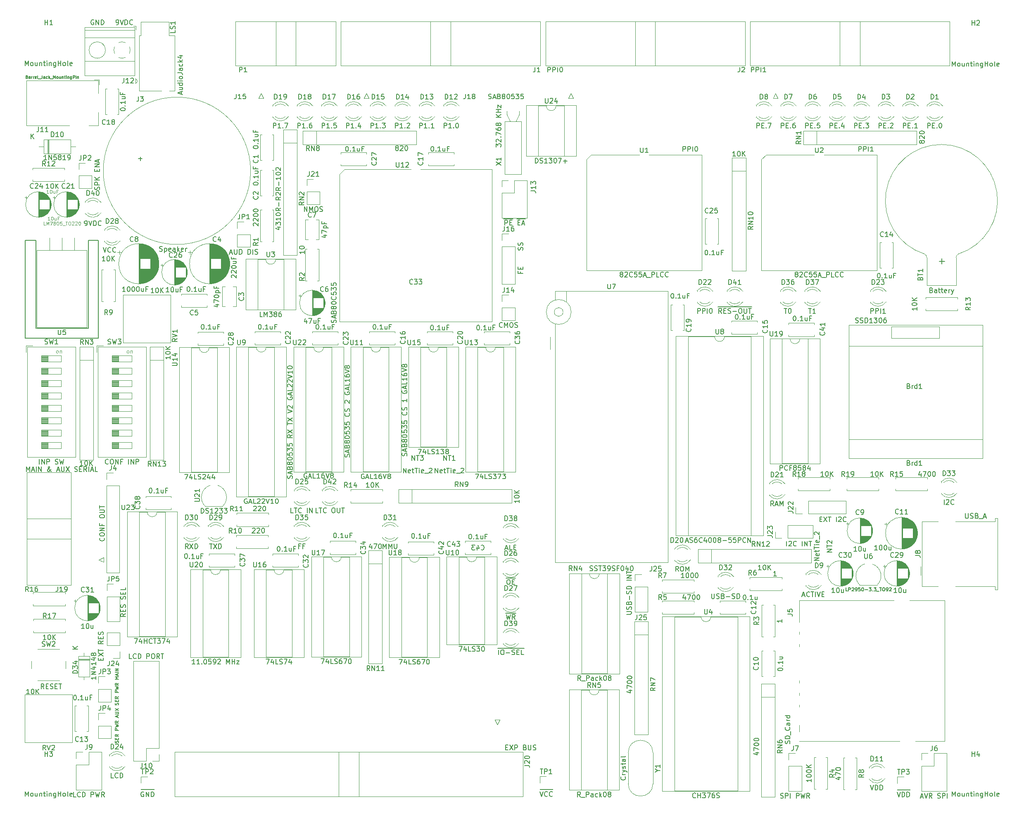
<source format=gbr>
%TF.GenerationSoftware,KiCad,Pcbnew,(6.0.11)*%
%TF.CreationDate,2024-01-15T12:10:07-05:00*%
%TF.ProjectId,SAB80535-Dev-Board,53414238-3035-4333-952d-4465762d426f,rev?*%
%TF.SameCoordinates,Original*%
%TF.FileFunction,Legend,Top*%
%TF.FilePolarity,Positive*%
%FSLAX46Y46*%
G04 Gerber Fmt 4.6, Leading zero omitted, Abs format (unit mm)*
G04 Created by KiCad (PCBNEW (6.0.11)) date 2024-01-15 12:10:07*
%MOMM*%
%LPD*%
G01*
G04 APERTURE LIST*
%ADD10C,0.150000*%
%ADD11C,0.125000*%
%ADD12C,0.120000*%
G04 APERTURE END LIST*
D10*
X50200000Y-105500000D02*
X65200000Y-105500000D01*
X50200000Y-85500000D02*
X52397500Y-85500000D01*
X63147500Y-85500000D02*
X63147500Y-103500000D01*
X63147500Y-103500000D02*
X52580000Y-103500000D01*
X50200000Y-85500000D02*
X50200000Y-105500000D01*
X52397500Y-103500000D02*
X52397500Y-85500000D01*
X65200000Y-105500000D02*
X65200000Y-85500000D01*
X65200000Y-85500000D02*
X63147500Y-85500000D01*
X116654761Y-129880952D02*
X116702380Y-129738095D01*
X116702380Y-129500000D01*
X116654761Y-129404761D01*
X116607142Y-129357142D01*
X116511904Y-129309523D01*
X116416666Y-129309523D01*
X116321428Y-129357142D01*
X116273809Y-129404761D01*
X116226190Y-129500000D01*
X116178571Y-129690476D01*
X116130952Y-129785714D01*
X116083333Y-129833333D01*
X115988095Y-129880952D01*
X115892857Y-129880952D01*
X115797619Y-129833333D01*
X115750000Y-129785714D01*
X115702380Y-129690476D01*
X115702380Y-129452380D01*
X115750000Y-129309523D01*
X116416666Y-128928571D02*
X116416666Y-128452380D01*
X116702380Y-129023809D02*
X115702380Y-128690476D01*
X116702380Y-128357142D01*
X116178571Y-127690476D02*
X116226190Y-127547619D01*
X116273809Y-127500000D01*
X116369047Y-127452380D01*
X116511904Y-127452380D01*
X116607142Y-127500000D01*
X116654761Y-127547619D01*
X116702380Y-127642857D01*
X116702380Y-128023809D01*
X115702380Y-128023809D01*
X115702380Y-127690476D01*
X115750000Y-127595238D01*
X115797619Y-127547619D01*
X115892857Y-127500000D01*
X115988095Y-127500000D01*
X116083333Y-127547619D01*
X116130952Y-127595238D01*
X116178571Y-127690476D01*
X116178571Y-128023809D01*
X116130952Y-126880952D02*
X116083333Y-126976190D01*
X116035714Y-127023809D01*
X115940476Y-127071428D01*
X115892857Y-127071428D01*
X115797619Y-127023809D01*
X115750000Y-126976190D01*
X115702380Y-126880952D01*
X115702380Y-126690476D01*
X115750000Y-126595238D01*
X115797619Y-126547619D01*
X115892857Y-126500000D01*
X115940476Y-126500000D01*
X116035714Y-126547619D01*
X116083333Y-126595238D01*
X116130952Y-126690476D01*
X116130952Y-126880952D01*
X116178571Y-126976190D01*
X116226190Y-127023809D01*
X116321428Y-127071428D01*
X116511904Y-127071428D01*
X116607142Y-127023809D01*
X116654761Y-126976190D01*
X116702380Y-126880952D01*
X116702380Y-126690476D01*
X116654761Y-126595238D01*
X116607142Y-126547619D01*
X116511904Y-126500000D01*
X116321428Y-126500000D01*
X116226190Y-126547619D01*
X116178571Y-126595238D01*
X116130952Y-126690476D01*
X115702380Y-125880952D02*
X115702380Y-125785714D01*
X115750000Y-125690476D01*
X115797619Y-125642857D01*
X115892857Y-125595238D01*
X116083333Y-125547619D01*
X116321428Y-125547619D01*
X116511904Y-125595238D01*
X116607142Y-125642857D01*
X116654761Y-125690476D01*
X116702380Y-125785714D01*
X116702380Y-125880952D01*
X116654761Y-125976190D01*
X116607142Y-126023809D01*
X116511904Y-126071428D01*
X116321428Y-126119047D01*
X116083333Y-126119047D01*
X115892857Y-126071428D01*
X115797619Y-126023809D01*
X115750000Y-125976190D01*
X115702380Y-125880952D01*
X115702380Y-124642857D02*
X115702380Y-125119047D01*
X116178571Y-125166666D01*
X116130952Y-125119047D01*
X116083333Y-125023809D01*
X116083333Y-124785714D01*
X116130952Y-124690476D01*
X116178571Y-124642857D01*
X116273809Y-124595238D01*
X116511904Y-124595238D01*
X116607142Y-124642857D01*
X116654761Y-124690476D01*
X116702380Y-124785714D01*
X116702380Y-125023809D01*
X116654761Y-125119047D01*
X116607142Y-125166666D01*
X115702380Y-124261904D02*
X115702380Y-123642857D01*
X116083333Y-123976190D01*
X116083333Y-123833333D01*
X116130952Y-123738095D01*
X116178571Y-123690476D01*
X116273809Y-123642857D01*
X116511904Y-123642857D01*
X116607142Y-123690476D01*
X116654761Y-123738095D01*
X116702380Y-123833333D01*
X116702380Y-124119047D01*
X116654761Y-124214285D01*
X116607142Y-124261904D01*
X115702380Y-122738095D02*
X115702380Y-123214285D01*
X116178571Y-123261904D01*
X116130952Y-123214285D01*
X116083333Y-123119047D01*
X116083333Y-122880952D01*
X116130952Y-122785714D01*
X116178571Y-122738095D01*
X116273809Y-122690476D01*
X116511904Y-122690476D01*
X116607142Y-122738095D01*
X116654761Y-122785714D01*
X116702380Y-122880952D01*
X116702380Y-123119047D01*
X116654761Y-123214285D01*
X116607142Y-123261904D01*
X116607142Y-120928571D02*
X116654761Y-120976190D01*
X116702380Y-121119047D01*
X116702380Y-121214285D01*
X116654761Y-121357142D01*
X116559523Y-121452380D01*
X116464285Y-121500000D01*
X116273809Y-121547619D01*
X116130952Y-121547619D01*
X115940476Y-121500000D01*
X115845238Y-121452380D01*
X115750000Y-121357142D01*
X115702380Y-121214285D01*
X115702380Y-121119047D01*
X115750000Y-120976190D01*
X115797619Y-120928571D01*
X116654761Y-120547619D02*
X116702380Y-120404761D01*
X116702380Y-120166666D01*
X116654761Y-120071428D01*
X116607142Y-120023809D01*
X116511904Y-119976190D01*
X116416666Y-119976190D01*
X116321428Y-120023809D01*
X116273809Y-120071428D01*
X116226190Y-120166666D01*
X116178571Y-120357142D01*
X116130952Y-120452380D01*
X116083333Y-120500000D01*
X115988095Y-120547619D01*
X115892857Y-120547619D01*
X115797619Y-120500000D01*
X115750000Y-120452380D01*
X115702380Y-120357142D01*
X115702380Y-120119047D01*
X115750000Y-119976190D01*
X115797619Y-118833333D02*
X115750000Y-118785714D01*
X115702380Y-118690476D01*
X115702380Y-118452380D01*
X115750000Y-118357142D01*
X115797619Y-118309523D01*
X115892857Y-118261904D01*
X115988095Y-118261904D01*
X116130952Y-118309523D01*
X116702380Y-118880952D01*
X116702380Y-118261904D01*
X115750000Y-116547619D02*
X115702380Y-116642857D01*
X115702380Y-116785714D01*
X115750000Y-116928571D01*
X115845238Y-117023809D01*
X115940476Y-117071428D01*
X116130952Y-117119047D01*
X116273809Y-117119047D01*
X116464285Y-117071428D01*
X116559523Y-117023809D01*
X116654761Y-116928571D01*
X116702380Y-116785714D01*
X116702380Y-116690476D01*
X116654761Y-116547619D01*
X116607142Y-116500000D01*
X116273809Y-116500000D01*
X116273809Y-116690476D01*
X116416666Y-116119047D02*
X116416666Y-115642857D01*
X116702380Y-116214285D02*
X115702380Y-115880952D01*
X116702380Y-115547619D01*
X116702380Y-114738095D02*
X116702380Y-115214285D01*
X115702380Y-115214285D01*
X116702380Y-113880952D02*
X116702380Y-114452380D01*
X116702380Y-114166666D02*
X115702380Y-114166666D01*
X115845238Y-114261904D01*
X115940476Y-114357142D01*
X115988095Y-114452380D01*
X115702380Y-113023809D02*
X115702380Y-113214285D01*
X115750000Y-113309523D01*
X115797619Y-113357142D01*
X115940476Y-113452380D01*
X116130952Y-113500000D01*
X116511904Y-113500000D01*
X116607142Y-113452380D01*
X116654761Y-113404761D01*
X116702380Y-113309523D01*
X116702380Y-113119047D01*
X116654761Y-113023809D01*
X116607142Y-112976190D01*
X116511904Y-112928571D01*
X116273809Y-112928571D01*
X116178571Y-112976190D01*
X116130952Y-113023809D01*
X116083333Y-113119047D01*
X116083333Y-113309523D01*
X116130952Y-113404761D01*
X116178571Y-113452380D01*
X116273809Y-113500000D01*
X115702380Y-112642857D02*
X116702380Y-112309523D01*
X115702380Y-111976190D01*
X116130952Y-111500000D02*
X116083333Y-111595238D01*
X116035714Y-111642857D01*
X115940476Y-111690476D01*
X115892857Y-111690476D01*
X115797619Y-111642857D01*
X115750000Y-111595238D01*
X115702380Y-111500000D01*
X115702380Y-111309523D01*
X115750000Y-111214285D01*
X115797619Y-111166666D01*
X115892857Y-111119047D01*
X115940476Y-111119047D01*
X116035714Y-111166666D01*
X116083333Y-111214285D01*
X116130952Y-111309523D01*
X116130952Y-111500000D01*
X116178571Y-111595238D01*
X116226190Y-111642857D01*
X116321428Y-111690476D01*
X116511904Y-111690476D01*
X116607142Y-111642857D01*
X116654761Y-111595238D01*
X116702380Y-111500000D01*
X116702380Y-111309523D01*
X116654761Y-111214285D01*
X116607142Y-111166666D01*
X116511904Y-111119047D01*
X116321428Y-111119047D01*
X116226190Y-111166666D01*
X116178571Y-111214285D01*
X116130952Y-111309523D01*
X185023809Y-67202380D02*
X185023809Y-66202380D01*
X185404761Y-66202380D01*
X185500000Y-66250000D01*
X185547619Y-66297619D01*
X185595238Y-66392857D01*
X185595238Y-66535714D01*
X185547619Y-66630952D01*
X185500000Y-66678571D01*
X185404761Y-66726190D01*
X185023809Y-66726190D01*
X186023809Y-67202380D02*
X186023809Y-66202380D01*
X186404761Y-66202380D01*
X186500000Y-66250000D01*
X186547619Y-66297619D01*
X186595238Y-66392857D01*
X186595238Y-66535714D01*
X186547619Y-66630952D01*
X186500000Y-66678571D01*
X186404761Y-66726190D01*
X186023809Y-66726190D01*
X187023809Y-67202380D02*
X187023809Y-66202380D01*
X187690476Y-66202380D02*
X187785714Y-66202380D01*
X187880952Y-66250000D01*
X187928571Y-66297619D01*
X187976190Y-66392857D01*
X188023809Y-66583333D01*
X188023809Y-66821428D01*
X187976190Y-67011904D01*
X187928571Y-67107142D01*
X187880952Y-67154761D01*
X187785714Y-67202380D01*
X187690476Y-67202380D01*
X187595238Y-67154761D01*
X187547619Y-67107142D01*
X187500000Y-67011904D01*
X187452380Y-66821428D01*
X187452380Y-66583333D01*
X187500000Y-66392857D01*
X187547619Y-66297619D01*
X187595238Y-66250000D01*
X187690476Y-66202380D01*
X104904761Y-134273809D02*
X104952380Y-134130952D01*
X104952380Y-133892857D01*
X104904761Y-133797619D01*
X104857142Y-133750000D01*
X104761904Y-133702380D01*
X104666666Y-133702380D01*
X104571428Y-133750000D01*
X104523809Y-133797619D01*
X104476190Y-133892857D01*
X104428571Y-134083333D01*
X104380952Y-134178571D01*
X104333333Y-134226190D01*
X104238095Y-134273809D01*
X104142857Y-134273809D01*
X104047619Y-134226190D01*
X104000000Y-134178571D01*
X103952380Y-134083333D01*
X103952380Y-133845238D01*
X104000000Y-133702380D01*
X104666666Y-133321428D02*
X104666666Y-132845238D01*
X104952380Y-133416666D02*
X103952380Y-133083333D01*
X104952380Y-132750000D01*
X104428571Y-132083333D02*
X104476190Y-131940476D01*
X104523809Y-131892857D01*
X104619047Y-131845238D01*
X104761904Y-131845238D01*
X104857142Y-131892857D01*
X104904761Y-131940476D01*
X104952380Y-132035714D01*
X104952380Y-132416666D01*
X103952380Y-132416666D01*
X103952380Y-132083333D01*
X104000000Y-131988095D01*
X104047619Y-131940476D01*
X104142857Y-131892857D01*
X104238095Y-131892857D01*
X104333333Y-131940476D01*
X104380952Y-131988095D01*
X104428571Y-132083333D01*
X104428571Y-132416666D01*
X104380952Y-131273809D02*
X104333333Y-131369047D01*
X104285714Y-131416666D01*
X104190476Y-131464285D01*
X104142857Y-131464285D01*
X104047619Y-131416666D01*
X104000000Y-131369047D01*
X103952380Y-131273809D01*
X103952380Y-131083333D01*
X104000000Y-130988095D01*
X104047619Y-130940476D01*
X104142857Y-130892857D01*
X104190476Y-130892857D01*
X104285714Y-130940476D01*
X104333333Y-130988095D01*
X104380952Y-131083333D01*
X104380952Y-131273809D01*
X104428571Y-131369047D01*
X104476190Y-131416666D01*
X104571428Y-131464285D01*
X104761904Y-131464285D01*
X104857142Y-131416666D01*
X104904761Y-131369047D01*
X104952380Y-131273809D01*
X104952380Y-131083333D01*
X104904761Y-130988095D01*
X104857142Y-130940476D01*
X104761904Y-130892857D01*
X104571428Y-130892857D01*
X104476190Y-130940476D01*
X104428571Y-130988095D01*
X104380952Y-131083333D01*
X103952380Y-130273809D02*
X103952380Y-130178571D01*
X104000000Y-130083333D01*
X104047619Y-130035714D01*
X104142857Y-129988095D01*
X104333333Y-129940476D01*
X104571428Y-129940476D01*
X104761904Y-129988095D01*
X104857142Y-130035714D01*
X104904761Y-130083333D01*
X104952380Y-130178571D01*
X104952380Y-130273809D01*
X104904761Y-130369047D01*
X104857142Y-130416666D01*
X104761904Y-130464285D01*
X104571428Y-130511904D01*
X104333333Y-130511904D01*
X104142857Y-130464285D01*
X104047619Y-130416666D01*
X104000000Y-130369047D01*
X103952380Y-130273809D01*
X103952380Y-129035714D02*
X103952380Y-129511904D01*
X104428571Y-129559523D01*
X104380952Y-129511904D01*
X104333333Y-129416666D01*
X104333333Y-129178571D01*
X104380952Y-129083333D01*
X104428571Y-129035714D01*
X104523809Y-128988095D01*
X104761904Y-128988095D01*
X104857142Y-129035714D01*
X104904761Y-129083333D01*
X104952380Y-129178571D01*
X104952380Y-129416666D01*
X104904761Y-129511904D01*
X104857142Y-129559523D01*
X103952380Y-128654761D02*
X103952380Y-128035714D01*
X104333333Y-128369047D01*
X104333333Y-128226190D01*
X104380952Y-128130952D01*
X104428571Y-128083333D01*
X104523809Y-128035714D01*
X104761904Y-128035714D01*
X104857142Y-128083333D01*
X104904761Y-128130952D01*
X104952380Y-128226190D01*
X104952380Y-128511904D01*
X104904761Y-128607142D01*
X104857142Y-128654761D01*
X103952380Y-127130952D02*
X103952380Y-127607142D01*
X104428571Y-127654761D01*
X104380952Y-127607142D01*
X104333333Y-127511904D01*
X104333333Y-127273809D01*
X104380952Y-127178571D01*
X104428571Y-127130952D01*
X104523809Y-127083333D01*
X104761904Y-127083333D01*
X104857142Y-127130952D01*
X104904761Y-127178571D01*
X104952380Y-127273809D01*
X104952380Y-127511904D01*
X104904761Y-127607142D01*
X104857142Y-127654761D01*
X104952380Y-125321428D02*
X104476190Y-125654761D01*
X104952380Y-125892857D02*
X103952380Y-125892857D01*
X103952380Y-125511904D01*
X104000000Y-125416666D01*
X104047619Y-125369047D01*
X104142857Y-125321428D01*
X104285714Y-125321428D01*
X104380952Y-125369047D01*
X104428571Y-125416666D01*
X104476190Y-125511904D01*
X104476190Y-125892857D01*
X103952380Y-124988095D02*
X104952380Y-124321428D01*
X103952380Y-124321428D02*
X104952380Y-124988095D01*
X103952380Y-123321428D02*
X103952380Y-122750000D01*
X104952380Y-123035714D02*
X103952380Y-123035714D01*
X103952380Y-122511904D02*
X104952380Y-121845238D01*
X103952380Y-121845238D02*
X104952380Y-122511904D01*
X103952380Y-120845238D02*
X104952380Y-120511904D01*
X103952380Y-120178571D01*
X104047619Y-119892857D02*
X104000000Y-119845238D01*
X103952380Y-119750000D01*
X103952380Y-119511904D01*
X104000000Y-119416666D01*
X104047619Y-119369047D01*
X104142857Y-119321428D01*
X104238095Y-119321428D01*
X104380952Y-119369047D01*
X104952380Y-119940476D01*
X104952380Y-119321428D01*
X104000000Y-117607142D02*
X103952380Y-117702380D01*
X103952380Y-117845238D01*
X104000000Y-117988095D01*
X104095238Y-118083333D01*
X104190476Y-118130952D01*
X104380952Y-118178571D01*
X104523809Y-118178571D01*
X104714285Y-118130952D01*
X104809523Y-118083333D01*
X104904761Y-117988095D01*
X104952380Y-117845238D01*
X104952380Y-117750000D01*
X104904761Y-117607142D01*
X104857142Y-117559523D01*
X104523809Y-117559523D01*
X104523809Y-117750000D01*
X104666666Y-117178571D02*
X104666666Y-116702380D01*
X104952380Y-117273809D02*
X103952380Y-116940476D01*
X104952380Y-116607142D01*
X104952380Y-115797619D02*
X104952380Y-116273809D01*
X103952380Y-116273809D01*
X104047619Y-115511904D02*
X104000000Y-115464285D01*
X103952380Y-115369047D01*
X103952380Y-115130952D01*
X104000000Y-115035714D01*
X104047619Y-114988095D01*
X104142857Y-114940476D01*
X104238095Y-114940476D01*
X104380952Y-114988095D01*
X104952380Y-115559523D01*
X104952380Y-114940476D01*
X104047619Y-114559523D02*
X104000000Y-114511904D01*
X103952380Y-114416666D01*
X103952380Y-114178571D01*
X104000000Y-114083333D01*
X104047619Y-114035714D01*
X104142857Y-113988095D01*
X104238095Y-113988095D01*
X104380952Y-114035714D01*
X104952380Y-114607142D01*
X104952380Y-113988095D01*
X103952380Y-113702380D02*
X104952380Y-113369047D01*
X103952380Y-113035714D01*
X104952380Y-112178571D02*
X104952380Y-112750000D01*
X104952380Y-112464285D02*
X103952380Y-112464285D01*
X104095238Y-112559523D01*
X104190476Y-112654761D01*
X104238095Y-112750000D01*
X103952380Y-111559523D02*
X103952380Y-111464285D01*
X104000000Y-111369047D01*
X104047619Y-111321428D01*
X104142857Y-111273809D01*
X104333333Y-111226190D01*
X104571428Y-111226190D01*
X104761904Y-111273809D01*
X104857142Y-111321428D01*
X104904761Y-111369047D01*
X104952380Y-111464285D01*
X104952380Y-111559523D01*
X104904761Y-111654761D01*
X104857142Y-111702380D01*
X104761904Y-111750000D01*
X104571428Y-111797619D01*
X104333333Y-111797619D01*
X104142857Y-111750000D01*
X104047619Y-111702380D01*
X104000000Y-111654761D01*
X103952380Y-111559523D01*
X128404761Y-129630952D02*
X128452380Y-129488095D01*
X128452380Y-129250000D01*
X128404761Y-129154761D01*
X128357142Y-129107142D01*
X128261904Y-129059523D01*
X128166666Y-129059523D01*
X128071428Y-129107142D01*
X128023809Y-129154761D01*
X127976190Y-129250000D01*
X127928571Y-129440476D01*
X127880952Y-129535714D01*
X127833333Y-129583333D01*
X127738095Y-129630952D01*
X127642857Y-129630952D01*
X127547619Y-129583333D01*
X127500000Y-129535714D01*
X127452380Y-129440476D01*
X127452380Y-129202380D01*
X127500000Y-129059523D01*
X128166666Y-128678571D02*
X128166666Y-128202380D01*
X128452380Y-128773809D02*
X127452380Y-128440476D01*
X128452380Y-128107142D01*
X127928571Y-127440476D02*
X127976190Y-127297619D01*
X128023809Y-127250000D01*
X128119047Y-127202380D01*
X128261904Y-127202380D01*
X128357142Y-127250000D01*
X128404761Y-127297619D01*
X128452380Y-127392857D01*
X128452380Y-127773809D01*
X127452380Y-127773809D01*
X127452380Y-127440476D01*
X127500000Y-127345238D01*
X127547619Y-127297619D01*
X127642857Y-127250000D01*
X127738095Y-127250000D01*
X127833333Y-127297619D01*
X127880952Y-127345238D01*
X127928571Y-127440476D01*
X127928571Y-127773809D01*
X127880952Y-126630952D02*
X127833333Y-126726190D01*
X127785714Y-126773809D01*
X127690476Y-126821428D01*
X127642857Y-126821428D01*
X127547619Y-126773809D01*
X127500000Y-126726190D01*
X127452380Y-126630952D01*
X127452380Y-126440476D01*
X127500000Y-126345238D01*
X127547619Y-126297619D01*
X127642857Y-126250000D01*
X127690476Y-126250000D01*
X127785714Y-126297619D01*
X127833333Y-126345238D01*
X127880952Y-126440476D01*
X127880952Y-126630952D01*
X127928571Y-126726190D01*
X127976190Y-126773809D01*
X128071428Y-126821428D01*
X128261904Y-126821428D01*
X128357142Y-126773809D01*
X128404761Y-126726190D01*
X128452380Y-126630952D01*
X128452380Y-126440476D01*
X128404761Y-126345238D01*
X128357142Y-126297619D01*
X128261904Y-126250000D01*
X128071428Y-126250000D01*
X127976190Y-126297619D01*
X127928571Y-126345238D01*
X127880952Y-126440476D01*
X127452380Y-125630952D02*
X127452380Y-125535714D01*
X127500000Y-125440476D01*
X127547619Y-125392857D01*
X127642857Y-125345238D01*
X127833333Y-125297619D01*
X128071428Y-125297619D01*
X128261904Y-125345238D01*
X128357142Y-125392857D01*
X128404761Y-125440476D01*
X128452380Y-125535714D01*
X128452380Y-125630952D01*
X128404761Y-125726190D01*
X128357142Y-125773809D01*
X128261904Y-125821428D01*
X128071428Y-125869047D01*
X127833333Y-125869047D01*
X127642857Y-125821428D01*
X127547619Y-125773809D01*
X127500000Y-125726190D01*
X127452380Y-125630952D01*
X127452380Y-124392857D02*
X127452380Y-124869047D01*
X127928571Y-124916666D01*
X127880952Y-124869047D01*
X127833333Y-124773809D01*
X127833333Y-124535714D01*
X127880952Y-124440476D01*
X127928571Y-124392857D01*
X128023809Y-124345238D01*
X128261904Y-124345238D01*
X128357142Y-124392857D01*
X128404761Y-124440476D01*
X128452380Y-124535714D01*
X128452380Y-124773809D01*
X128404761Y-124869047D01*
X128357142Y-124916666D01*
X127452380Y-124011904D02*
X127452380Y-123392857D01*
X127833333Y-123726190D01*
X127833333Y-123583333D01*
X127880952Y-123488095D01*
X127928571Y-123440476D01*
X128023809Y-123392857D01*
X128261904Y-123392857D01*
X128357142Y-123440476D01*
X128404761Y-123488095D01*
X128452380Y-123583333D01*
X128452380Y-123869047D01*
X128404761Y-123964285D01*
X128357142Y-124011904D01*
X127452380Y-122488095D02*
X127452380Y-122964285D01*
X127928571Y-123011904D01*
X127880952Y-122964285D01*
X127833333Y-122869047D01*
X127833333Y-122630952D01*
X127880952Y-122535714D01*
X127928571Y-122488095D01*
X128023809Y-122440476D01*
X128261904Y-122440476D01*
X128357142Y-122488095D01*
X128404761Y-122535714D01*
X128452380Y-122630952D01*
X128452380Y-122869047D01*
X128404761Y-122964285D01*
X128357142Y-123011904D01*
X128357142Y-120678571D02*
X128404761Y-120726190D01*
X128452380Y-120869047D01*
X128452380Y-120964285D01*
X128404761Y-121107142D01*
X128309523Y-121202380D01*
X128214285Y-121250000D01*
X128023809Y-121297619D01*
X127880952Y-121297619D01*
X127690476Y-121250000D01*
X127595238Y-121202380D01*
X127500000Y-121107142D01*
X127452380Y-120964285D01*
X127452380Y-120869047D01*
X127500000Y-120726190D01*
X127547619Y-120678571D01*
X128404761Y-120297619D02*
X128452380Y-120154761D01*
X128452380Y-119916666D01*
X128404761Y-119821428D01*
X128357142Y-119773809D01*
X128261904Y-119726190D01*
X128166666Y-119726190D01*
X128071428Y-119773809D01*
X128023809Y-119821428D01*
X127976190Y-119916666D01*
X127928571Y-120107142D01*
X127880952Y-120202380D01*
X127833333Y-120250000D01*
X127738095Y-120297619D01*
X127642857Y-120297619D01*
X127547619Y-120250000D01*
X127500000Y-120202380D01*
X127452380Y-120107142D01*
X127452380Y-119869047D01*
X127500000Y-119726190D01*
X128452380Y-118011904D02*
X128452380Y-118583333D01*
X128452380Y-118297619D02*
X127452380Y-118297619D01*
X127595238Y-118392857D01*
X127690476Y-118488095D01*
X127738095Y-118583333D01*
X127500000Y-116297619D02*
X127452380Y-116392857D01*
X127452380Y-116535714D01*
X127500000Y-116678571D01*
X127595238Y-116773809D01*
X127690476Y-116821428D01*
X127880952Y-116869047D01*
X128023809Y-116869047D01*
X128214285Y-116821428D01*
X128309523Y-116773809D01*
X128404761Y-116678571D01*
X128452380Y-116535714D01*
X128452380Y-116440476D01*
X128404761Y-116297619D01*
X128357142Y-116250000D01*
X128023809Y-116250000D01*
X128023809Y-116440476D01*
X128166666Y-115869047D02*
X128166666Y-115392857D01*
X128452380Y-115964285D02*
X127452380Y-115630952D01*
X128452380Y-115297619D01*
X128452380Y-114488095D02*
X128452380Y-114964285D01*
X127452380Y-114964285D01*
X128452380Y-113630952D02*
X128452380Y-114202380D01*
X128452380Y-113916666D02*
X127452380Y-113916666D01*
X127595238Y-114011904D01*
X127690476Y-114107142D01*
X127738095Y-114202380D01*
X127452380Y-112773809D02*
X127452380Y-112964285D01*
X127500000Y-113059523D01*
X127547619Y-113107142D01*
X127690476Y-113202380D01*
X127880952Y-113250000D01*
X128261904Y-113250000D01*
X128357142Y-113202380D01*
X128404761Y-113154761D01*
X128452380Y-113059523D01*
X128452380Y-112869047D01*
X128404761Y-112773809D01*
X128357142Y-112726190D01*
X128261904Y-112678571D01*
X128023809Y-112678571D01*
X127928571Y-112726190D01*
X127880952Y-112773809D01*
X127833333Y-112869047D01*
X127833333Y-113059523D01*
X127880952Y-113154761D01*
X127928571Y-113202380D01*
X128023809Y-113250000D01*
X127452380Y-112392857D02*
X128452380Y-112059523D01*
X127452380Y-111726190D01*
X127880952Y-111250000D02*
X127833333Y-111345238D01*
X127785714Y-111392857D01*
X127690476Y-111440476D01*
X127642857Y-111440476D01*
X127547619Y-111392857D01*
X127500000Y-111345238D01*
X127452380Y-111250000D01*
X127452380Y-111059523D01*
X127500000Y-110964285D01*
X127547619Y-110916666D01*
X127642857Y-110869047D01*
X127690476Y-110869047D01*
X127785714Y-110916666D01*
X127833333Y-110964285D01*
X127880952Y-111059523D01*
X127880952Y-111250000D01*
X127928571Y-111345238D01*
X127976190Y-111392857D01*
X128071428Y-111440476D01*
X128261904Y-111440476D01*
X128357142Y-111392857D01*
X128404761Y-111345238D01*
X128452380Y-111250000D01*
X128452380Y-111059523D01*
X128404761Y-110964285D01*
X128357142Y-110916666D01*
X128261904Y-110869047D01*
X128071428Y-110869047D01*
X127976190Y-110916666D01*
X127928571Y-110964285D01*
X127880952Y-111059523D01*
X221023809Y-67202380D02*
X221023809Y-66202380D01*
X221404761Y-66202380D01*
X221500000Y-66250000D01*
X221547619Y-66297619D01*
X221595238Y-66392857D01*
X221595238Y-66535714D01*
X221547619Y-66630952D01*
X221500000Y-66678571D01*
X221404761Y-66726190D01*
X221023809Y-66726190D01*
X222023809Y-67202380D02*
X222023809Y-66202380D01*
X222404761Y-66202380D01*
X222500000Y-66250000D01*
X222547619Y-66297619D01*
X222595238Y-66392857D01*
X222595238Y-66535714D01*
X222547619Y-66630952D01*
X222500000Y-66678571D01*
X222404761Y-66726190D01*
X222023809Y-66726190D01*
X223023809Y-67202380D02*
X223023809Y-66202380D01*
X224023809Y-67202380D02*
X223452380Y-67202380D01*
X223738095Y-67202380D02*
X223738095Y-66202380D01*
X223642857Y-66345238D01*
X223547619Y-66440476D01*
X223452380Y-66488095D01*
%TO.C,U17*%
X109011904Y-148952380D02*
X109011904Y-149761904D01*
X109059523Y-149857142D01*
X109107142Y-149904761D01*
X109202380Y-149952380D01*
X109392857Y-149952380D01*
X109488095Y-149904761D01*
X109535714Y-149857142D01*
X109583333Y-149761904D01*
X109583333Y-148952380D01*
X110583333Y-149952380D02*
X110011904Y-149952380D01*
X110297619Y-149952380D02*
X110297619Y-148952380D01*
X110202380Y-149095238D01*
X110107142Y-149190476D01*
X110011904Y-149238095D01*
X110916666Y-148952380D02*
X111583333Y-148952380D01*
X111154761Y-149952380D01*
X110850952Y-171257380D02*
X111517619Y-171257380D01*
X111089047Y-172257380D01*
X112327142Y-171590714D02*
X112327142Y-172257380D01*
X112089047Y-171209761D02*
X111850952Y-171924047D01*
X112470000Y-171924047D01*
X113327142Y-172257380D02*
X112850952Y-172257380D01*
X112850952Y-171257380D01*
X113612857Y-172209761D02*
X113755714Y-172257380D01*
X113993809Y-172257380D01*
X114089047Y-172209761D01*
X114136666Y-172162142D01*
X114184285Y-172066904D01*
X114184285Y-171971666D01*
X114136666Y-171876428D01*
X114089047Y-171828809D01*
X113993809Y-171781190D01*
X113803333Y-171733571D01*
X113708095Y-171685952D01*
X113660476Y-171638333D01*
X113612857Y-171543095D01*
X113612857Y-171447857D01*
X113660476Y-171352619D01*
X113708095Y-171305000D01*
X113803333Y-171257380D01*
X114041428Y-171257380D01*
X114184285Y-171305000D01*
X115041428Y-171257380D02*
X114850952Y-171257380D01*
X114755714Y-171305000D01*
X114708095Y-171352619D01*
X114612857Y-171495476D01*
X114565238Y-171685952D01*
X114565238Y-172066904D01*
X114612857Y-172162142D01*
X114660476Y-172209761D01*
X114755714Y-172257380D01*
X114946190Y-172257380D01*
X115041428Y-172209761D01*
X115089047Y-172162142D01*
X115136666Y-172066904D01*
X115136666Y-171828809D01*
X115089047Y-171733571D01*
X115041428Y-171685952D01*
X114946190Y-171638333D01*
X114755714Y-171638333D01*
X114660476Y-171685952D01*
X114612857Y-171733571D01*
X114565238Y-171828809D01*
X115470000Y-171257380D02*
X116136666Y-171257380D01*
X115708095Y-172257380D01*
X116708095Y-171257380D02*
X116803333Y-171257380D01*
X116898571Y-171305000D01*
X116946190Y-171352619D01*
X116993809Y-171447857D01*
X117041428Y-171638333D01*
X117041428Y-171876428D01*
X116993809Y-172066904D01*
X116946190Y-172162142D01*
X116898571Y-172209761D01*
X116803333Y-172257380D01*
X116708095Y-172257380D01*
X116612857Y-172209761D01*
X116565238Y-172162142D01*
X116517619Y-172066904D01*
X116470000Y-171876428D01*
X116470000Y-171638333D01*
X116517619Y-171447857D01*
X116565238Y-171352619D01*
X116612857Y-171305000D01*
X116708095Y-171257380D01*
%TO.C,R3*%
X200582380Y-163666666D02*
X200106190Y-164000000D01*
X200582380Y-164238095D02*
X199582380Y-164238095D01*
X199582380Y-163857142D01*
X199630000Y-163761904D01*
X199677619Y-163714285D01*
X199772857Y-163666666D01*
X199915714Y-163666666D01*
X200010952Y-163714285D01*
X200058571Y-163761904D01*
X200106190Y-163857142D01*
X200106190Y-164238095D01*
X199582380Y-163333333D02*
X199582380Y-162714285D01*
X199963333Y-163047619D01*
X199963333Y-162904761D01*
X200010952Y-162809523D01*
X200058571Y-162761904D01*
X200153809Y-162714285D01*
X200391904Y-162714285D01*
X200487142Y-162761904D01*
X200534761Y-162809523D01*
X200582380Y-162904761D01*
X200582380Y-163190476D01*
X200534761Y-163285714D01*
X200487142Y-163333333D01*
X205322380Y-163214285D02*
X205322380Y-163785714D01*
X205322380Y-163500000D02*
X204322380Y-163500000D01*
X204465238Y-163595238D01*
X204560476Y-163690476D01*
X204608095Y-163785714D01*
%TO.C,U15*%
X128636904Y-105852380D02*
X128636904Y-106661904D01*
X128684523Y-106757142D01*
X128732142Y-106804761D01*
X128827380Y-106852380D01*
X129017857Y-106852380D01*
X129113095Y-106804761D01*
X129160714Y-106757142D01*
X129208333Y-106661904D01*
X129208333Y-105852380D01*
X130208333Y-106852380D02*
X129636904Y-106852380D01*
X129922619Y-106852380D02*
X129922619Y-105852380D01*
X129827380Y-105995238D01*
X129732142Y-106090476D01*
X129636904Y-106138095D01*
X131113095Y-105852380D02*
X130636904Y-105852380D01*
X130589285Y-106328571D01*
X130636904Y-106280952D01*
X130732142Y-106233333D01*
X130970238Y-106233333D01*
X131065476Y-106280952D01*
X131113095Y-106328571D01*
X131160714Y-106423809D01*
X131160714Y-106661904D01*
X131113095Y-106757142D01*
X131065476Y-106804761D01*
X130970238Y-106852380D01*
X130732142Y-106852380D01*
X130636904Y-106804761D01*
X130589285Y-106757142D01*
X130765952Y-128262380D02*
X131432619Y-128262380D01*
X131004047Y-129262380D01*
X132242142Y-128595714D02*
X132242142Y-129262380D01*
X132004047Y-128214761D02*
X131765952Y-128929047D01*
X132385000Y-128929047D01*
X133242142Y-129262380D02*
X132765952Y-129262380D01*
X132765952Y-128262380D01*
X133527857Y-129214761D02*
X133670714Y-129262380D01*
X133908809Y-129262380D01*
X134004047Y-129214761D01*
X134051666Y-129167142D01*
X134099285Y-129071904D01*
X134099285Y-128976666D01*
X134051666Y-128881428D01*
X134004047Y-128833809D01*
X133908809Y-128786190D01*
X133718333Y-128738571D01*
X133623095Y-128690952D01*
X133575476Y-128643333D01*
X133527857Y-128548095D01*
X133527857Y-128452857D01*
X133575476Y-128357619D01*
X133623095Y-128310000D01*
X133718333Y-128262380D01*
X133956428Y-128262380D01*
X134099285Y-128310000D01*
X135051666Y-129262380D02*
X134480238Y-129262380D01*
X134765952Y-129262380D02*
X134765952Y-128262380D01*
X134670714Y-128405238D01*
X134575476Y-128500476D01*
X134480238Y-128548095D01*
X135385000Y-128262380D02*
X136004047Y-128262380D01*
X135670714Y-128643333D01*
X135813571Y-128643333D01*
X135908809Y-128690952D01*
X135956428Y-128738571D01*
X136004047Y-128833809D01*
X136004047Y-129071904D01*
X135956428Y-129167142D01*
X135908809Y-129214761D01*
X135813571Y-129262380D01*
X135527857Y-129262380D01*
X135432619Y-129214761D01*
X135385000Y-129167142D01*
X136575476Y-128690952D02*
X136480238Y-128643333D01*
X136432619Y-128595714D01*
X136385000Y-128500476D01*
X136385000Y-128452857D01*
X136432619Y-128357619D01*
X136480238Y-128310000D01*
X136575476Y-128262380D01*
X136765952Y-128262380D01*
X136861190Y-128310000D01*
X136908809Y-128357619D01*
X136956428Y-128452857D01*
X136956428Y-128500476D01*
X136908809Y-128595714D01*
X136861190Y-128643333D01*
X136765952Y-128690952D01*
X136575476Y-128690952D01*
X136480238Y-128738571D01*
X136432619Y-128786190D01*
X136385000Y-128881428D01*
X136385000Y-129071904D01*
X136432619Y-129167142D01*
X136480238Y-129214761D01*
X136575476Y-129262380D01*
X136765952Y-129262380D01*
X136861190Y-129214761D01*
X136908809Y-129167142D01*
X136956428Y-129071904D01*
X136956428Y-128881428D01*
X136908809Y-128786190D01*
X136861190Y-128738571D01*
X136765952Y-128690952D01*
%TO.C,J25*%
X178600364Y-152297380D02*
X178600364Y-153011666D01*
X178552745Y-153154523D01*
X178457507Y-153249761D01*
X178314649Y-153297380D01*
X178219411Y-153297380D01*
X179028935Y-152392619D02*
X179076554Y-152345000D01*
X179171792Y-152297380D01*
X179409888Y-152297380D01*
X179505126Y-152345000D01*
X179552745Y-152392619D01*
X179600364Y-152487857D01*
X179600364Y-152583095D01*
X179552745Y-152725952D01*
X178981316Y-153297380D01*
X179600364Y-153297380D01*
X180505126Y-152297380D02*
X180028935Y-152297380D01*
X179981316Y-152773571D01*
X180028935Y-152725952D01*
X180124173Y-152678333D01*
X180362268Y-152678333D01*
X180457507Y-152725952D01*
X180505126Y-152773571D01*
X180552745Y-152868809D01*
X180552745Y-153106904D01*
X180505126Y-153202142D01*
X180457507Y-153249761D01*
X180362268Y-153297380D01*
X180124173Y-153297380D01*
X180028935Y-153249761D01*
X179981316Y-153202142D01*
X173452380Y-162130952D02*
X174261904Y-162130952D01*
X174357142Y-162083333D01*
X174404761Y-162035714D01*
X174452380Y-161940476D01*
X174452380Y-161750000D01*
X174404761Y-161654761D01*
X174357142Y-161607142D01*
X174261904Y-161559523D01*
X173452380Y-161559523D01*
X174404761Y-161130952D02*
X174452380Y-160988095D01*
X174452380Y-160750000D01*
X174404761Y-160654761D01*
X174357142Y-160607142D01*
X174261904Y-160559523D01*
X174166666Y-160559523D01*
X174071428Y-160607142D01*
X174023809Y-160654761D01*
X173976190Y-160750000D01*
X173928571Y-160940476D01*
X173880952Y-161035714D01*
X173833333Y-161083333D01*
X173738095Y-161130952D01*
X173642857Y-161130952D01*
X173547619Y-161083333D01*
X173500000Y-161035714D01*
X173452380Y-160940476D01*
X173452380Y-160702380D01*
X173500000Y-160559523D01*
X173928571Y-159797619D02*
X173976190Y-159654761D01*
X174023809Y-159607142D01*
X174119047Y-159559523D01*
X174261904Y-159559523D01*
X174357142Y-159607142D01*
X174404761Y-159654761D01*
X174452380Y-159750000D01*
X174452380Y-160130952D01*
X173452380Y-160130952D01*
X173452380Y-159797619D01*
X173500000Y-159702380D01*
X173547619Y-159654761D01*
X173642857Y-159607142D01*
X173738095Y-159607142D01*
X173833333Y-159654761D01*
X173880952Y-159702380D01*
X173928571Y-159797619D01*
X173928571Y-160130952D01*
X174071428Y-159130952D02*
X174071428Y-158369047D01*
X174404761Y-157940476D02*
X174452380Y-157797619D01*
X174452380Y-157559523D01*
X174404761Y-157464285D01*
X174357142Y-157416666D01*
X174261904Y-157369047D01*
X174166666Y-157369047D01*
X174071428Y-157416666D01*
X174023809Y-157464285D01*
X173976190Y-157559523D01*
X173928571Y-157750000D01*
X173880952Y-157845238D01*
X173833333Y-157892857D01*
X173738095Y-157940476D01*
X173642857Y-157940476D01*
X173547619Y-157892857D01*
X173500000Y-157845238D01*
X173452380Y-157750000D01*
X173452380Y-157511904D01*
X173500000Y-157369047D01*
X174452380Y-156940476D02*
X173452380Y-156940476D01*
X173452380Y-156702380D01*
X173500000Y-156559523D01*
X173595238Y-156464285D01*
X173690476Y-156416666D01*
X173880952Y-156369047D01*
X174023809Y-156369047D01*
X174214285Y-156416666D01*
X174309523Y-156464285D01*
X174404761Y-156559523D01*
X174452380Y-156702380D01*
X174452380Y-156940476D01*
X174452380Y-155178571D02*
X173452380Y-155178571D01*
X174452380Y-154702380D02*
X173452380Y-154702380D01*
X174452380Y-154130952D01*
X173452380Y-154130952D01*
X173452380Y-153797619D02*
X173452380Y-153226190D01*
X174452380Y-153511904D02*
X173452380Y-153511904D01*
X175590476Y-162252380D02*
X175590476Y-162966666D01*
X175542857Y-163109523D01*
X175447619Y-163204761D01*
X175304761Y-163252380D01*
X175209523Y-163252380D01*
X176019047Y-162347619D02*
X176066666Y-162300000D01*
X176161904Y-162252380D01*
X176400000Y-162252380D01*
X176495238Y-162300000D01*
X176542857Y-162347619D01*
X176590476Y-162442857D01*
X176590476Y-162538095D01*
X176542857Y-162680952D01*
X175971428Y-163252380D01*
X176590476Y-163252380D01*
X177495238Y-162252380D02*
X177019047Y-162252380D01*
X176971428Y-162728571D01*
X177019047Y-162680952D01*
X177114285Y-162633333D01*
X177352380Y-162633333D01*
X177447619Y-162680952D01*
X177495238Y-162728571D01*
X177542857Y-162823809D01*
X177542857Y-163061904D01*
X177495238Y-163157142D01*
X177447619Y-163204761D01*
X177352380Y-163252380D01*
X177114285Y-163252380D01*
X177019047Y-163204761D01*
X176971428Y-163157142D01*
%TO.C,U4*%
X189438095Y-161097380D02*
X189438095Y-161906904D01*
X189485714Y-162002142D01*
X189533333Y-162049761D01*
X189628571Y-162097380D01*
X189819047Y-162097380D01*
X189914285Y-162049761D01*
X189961904Y-162002142D01*
X190009523Y-161906904D01*
X190009523Y-161097380D01*
X190914285Y-161430714D02*
X190914285Y-162097380D01*
X190676190Y-161049761D02*
X190438095Y-161764047D01*
X191057142Y-161764047D01*
X187625952Y-199682142D02*
X187578333Y-199729761D01*
X187435476Y-199777380D01*
X187340238Y-199777380D01*
X187197380Y-199729761D01*
X187102142Y-199634523D01*
X187054523Y-199539285D01*
X187006904Y-199348809D01*
X187006904Y-199205952D01*
X187054523Y-199015476D01*
X187102142Y-198920238D01*
X187197380Y-198825000D01*
X187340238Y-198777380D01*
X187435476Y-198777380D01*
X187578333Y-198825000D01*
X187625952Y-198872619D01*
X188054523Y-199777380D02*
X188054523Y-198777380D01*
X188054523Y-199253571D02*
X188625952Y-199253571D01*
X188625952Y-199777380D02*
X188625952Y-198777380D01*
X189006904Y-198777380D02*
X189625952Y-198777380D01*
X189292619Y-199158333D01*
X189435476Y-199158333D01*
X189530714Y-199205952D01*
X189578333Y-199253571D01*
X189625952Y-199348809D01*
X189625952Y-199586904D01*
X189578333Y-199682142D01*
X189530714Y-199729761D01*
X189435476Y-199777380D01*
X189149761Y-199777380D01*
X189054523Y-199729761D01*
X189006904Y-199682142D01*
X189959285Y-198777380D02*
X190625952Y-198777380D01*
X190197380Y-199777380D01*
X191435476Y-198777380D02*
X191245000Y-198777380D01*
X191149761Y-198825000D01*
X191102142Y-198872619D01*
X191006904Y-199015476D01*
X190959285Y-199205952D01*
X190959285Y-199586904D01*
X191006904Y-199682142D01*
X191054523Y-199729761D01*
X191149761Y-199777380D01*
X191340238Y-199777380D01*
X191435476Y-199729761D01*
X191483095Y-199682142D01*
X191530714Y-199586904D01*
X191530714Y-199348809D01*
X191483095Y-199253571D01*
X191435476Y-199205952D01*
X191340238Y-199158333D01*
X191149761Y-199158333D01*
X191054523Y-199205952D01*
X191006904Y-199253571D01*
X190959285Y-199348809D01*
X191911666Y-199729761D02*
X192054523Y-199777380D01*
X192292619Y-199777380D01*
X192387857Y-199729761D01*
X192435476Y-199682142D01*
X192483095Y-199586904D01*
X192483095Y-199491666D01*
X192435476Y-199396428D01*
X192387857Y-199348809D01*
X192292619Y-199301190D01*
X192102142Y-199253571D01*
X192006904Y-199205952D01*
X191959285Y-199158333D01*
X191911666Y-199063095D01*
X191911666Y-198967857D01*
X191959285Y-198872619D01*
X192006904Y-198825000D01*
X192102142Y-198777380D01*
X192340238Y-198777380D01*
X192483095Y-198825000D01*
%TO.C,RN3*%
X62109523Y-106752380D02*
X61776190Y-106276190D01*
X61538095Y-106752380D02*
X61538095Y-105752380D01*
X61919047Y-105752380D01*
X62014285Y-105800000D01*
X62061904Y-105847619D01*
X62109523Y-105942857D01*
X62109523Y-106085714D01*
X62061904Y-106180952D01*
X62014285Y-106228571D01*
X61919047Y-106276190D01*
X61538095Y-106276190D01*
X62538095Y-106752380D02*
X62538095Y-105752380D01*
X63109523Y-106752380D01*
X63109523Y-105752380D01*
X63490476Y-105752380D02*
X64109523Y-105752380D01*
X63776190Y-106133333D01*
X63919047Y-106133333D01*
X64014285Y-106180952D01*
X64061904Y-106228571D01*
X64109523Y-106323809D01*
X64109523Y-106561904D01*
X64061904Y-106657142D01*
X64014285Y-106704761D01*
X63919047Y-106752380D01*
X63633333Y-106752380D01*
X63538095Y-106704761D01*
X63490476Y-106657142D01*
X62009523Y-131652380D02*
X61438095Y-131652380D01*
X61723809Y-131652380D02*
X61723809Y-130652380D01*
X61628571Y-130795238D01*
X61533333Y-130890476D01*
X61438095Y-130938095D01*
X62628571Y-130652380D02*
X62723809Y-130652380D01*
X62819047Y-130700000D01*
X62866666Y-130747619D01*
X62914285Y-130842857D01*
X62961904Y-131033333D01*
X62961904Y-131271428D01*
X62914285Y-131461904D01*
X62866666Y-131557142D01*
X62819047Y-131604761D01*
X62723809Y-131652380D01*
X62628571Y-131652380D01*
X62533333Y-131604761D01*
X62485714Y-131557142D01*
X62438095Y-131461904D01*
X62390476Y-131271428D01*
X62390476Y-131033333D01*
X62438095Y-130842857D01*
X62485714Y-130747619D01*
X62533333Y-130700000D01*
X62628571Y-130652380D01*
X63390476Y-131652380D02*
X63390476Y-130652380D01*
X63961904Y-131652380D02*
X63533333Y-131080952D01*
X63961904Y-130652380D02*
X63390476Y-131223809D01*
%TO.C,R12*%
X54357142Y-70202380D02*
X54023809Y-69726190D01*
X53785714Y-70202380D02*
X53785714Y-69202380D01*
X54166666Y-69202380D01*
X54261904Y-69250000D01*
X54309523Y-69297619D01*
X54357142Y-69392857D01*
X54357142Y-69535714D01*
X54309523Y-69630952D01*
X54261904Y-69678571D01*
X54166666Y-69726190D01*
X53785714Y-69726190D01*
X55309523Y-70202380D02*
X54738095Y-70202380D01*
X55023809Y-70202380D02*
X55023809Y-69202380D01*
X54928571Y-69345238D01*
X54833333Y-69440476D01*
X54738095Y-69488095D01*
X55690476Y-69297619D02*
X55738095Y-69250000D01*
X55833333Y-69202380D01*
X56071428Y-69202380D01*
X56166666Y-69250000D01*
X56214285Y-69297619D01*
X56261904Y-69392857D01*
X56261904Y-69488095D01*
X56214285Y-69630952D01*
X55642857Y-70202380D01*
X56261904Y-70202380D01*
X55059523Y-74822380D02*
X54488095Y-74822380D01*
X54773809Y-74822380D02*
X54773809Y-73822380D01*
X54678571Y-73965238D01*
X54583333Y-74060476D01*
X54488095Y-74108095D01*
X55678571Y-73822380D02*
X55773809Y-73822380D01*
X55869047Y-73870000D01*
X55916666Y-73917619D01*
X55964285Y-74012857D01*
X56011904Y-74203333D01*
X56011904Y-74441428D01*
X55964285Y-74631904D01*
X55916666Y-74727142D01*
X55869047Y-74774761D01*
X55773809Y-74822380D01*
X55678571Y-74822380D01*
X55583333Y-74774761D01*
X55535714Y-74727142D01*
X55488095Y-74631904D01*
X55440476Y-74441428D01*
X55440476Y-74203333D01*
X55488095Y-74012857D01*
X55535714Y-73917619D01*
X55583333Y-73870000D01*
X55678571Y-73822380D01*
X56440476Y-74822380D02*
X56440476Y-73822380D01*
X57011904Y-74822380D02*
X56583333Y-74250952D01*
X57011904Y-73822380D02*
X56440476Y-74393809D01*
%TO.C,D32*%
X192530714Y-152992380D02*
X192530714Y-151992380D01*
X192768809Y-151992380D01*
X192911666Y-152040000D01*
X193006904Y-152135238D01*
X193054523Y-152230476D01*
X193102142Y-152420952D01*
X193102142Y-152563809D01*
X193054523Y-152754285D01*
X193006904Y-152849523D01*
X192911666Y-152944761D01*
X192768809Y-152992380D01*
X192530714Y-152992380D01*
X193435476Y-151992380D02*
X194054523Y-151992380D01*
X193721190Y-152373333D01*
X193864047Y-152373333D01*
X193959285Y-152420952D01*
X194006904Y-152468571D01*
X194054523Y-152563809D01*
X194054523Y-152801904D01*
X194006904Y-152897142D01*
X193959285Y-152944761D01*
X193864047Y-152992380D01*
X193578333Y-152992380D01*
X193483095Y-152944761D01*
X193435476Y-152897142D01*
X194435476Y-152087619D02*
X194483095Y-152040000D01*
X194578333Y-151992380D01*
X194816428Y-151992380D01*
X194911666Y-152040000D01*
X194959285Y-152087619D01*
X195006904Y-152182857D01*
X195006904Y-152278095D01*
X194959285Y-152420952D01*
X194387857Y-152992380D01*
X195006904Y-152992380D01*
X190887857Y-157912380D02*
X190887857Y-158721904D01*
X190935476Y-158817142D01*
X190983095Y-158864761D01*
X191078333Y-158912380D01*
X191268809Y-158912380D01*
X191364047Y-158864761D01*
X191411666Y-158817142D01*
X191459285Y-158721904D01*
X191459285Y-157912380D01*
X191887857Y-158864761D02*
X192030714Y-158912380D01*
X192268809Y-158912380D01*
X192364047Y-158864761D01*
X192411666Y-158817142D01*
X192459285Y-158721904D01*
X192459285Y-158626666D01*
X192411666Y-158531428D01*
X192364047Y-158483809D01*
X192268809Y-158436190D01*
X192078333Y-158388571D01*
X191983095Y-158340952D01*
X191935476Y-158293333D01*
X191887857Y-158198095D01*
X191887857Y-158102857D01*
X191935476Y-158007619D01*
X191983095Y-157960000D01*
X192078333Y-157912380D01*
X192316428Y-157912380D01*
X192459285Y-157960000D01*
X193221190Y-158388571D02*
X193364047Y-158436190D01*
X193411666Y-158483809D01*
X193459285Y-158579047D01*
X193459285Y-158721904D01*
X193411666Y-158817142D01*
X193364047Y-158864761D01*
X193268809Y-158912380D01*
X192887857Y-158912380D01*
X192887857Y-157912380D01*
X193221190Y-157912380D01*
X193316428Y-157960000D01*
X193364047Y-158007619D01*
X193411666Y-158102857D01*
X193411666Y-158198095D01*
X193364047Y-158293333D01*
X193316428Y-158340952D01*
X193221190Y-158388571D01*
X192887857Y-158388571D01*
X193887857Y-158531428D02*
X194649761Y-158531428D01*
X195078333Y-158864761D02*
X195221190Y-158912380D01*
X195459285Y-158912380D01*
X195554523Y-158864761D01*
X195602142Y-158817142D01*
X195649761Y-158721904D01*
X195649761Y-158626666D01*
X195602142Y-158531428D01*
X195554523Y-158483809D01*
X195459285Y-158436190D01*
X195268809Y-158388571D01*
X195173571Y-158340952D01*
X195125952Y-158293333D01*
X195078333Y-158198095D01*
X195078333Y-158102857D01*
X195125952Y-158007619D01*
X195173571Y-157960000D01*
X195268809Y-157912380D01*
X195506904Y-157912380D01*
X195649761Y-157960000D01*
X196078333Y-158912380D02*
X196078333Y-157912380D01*
X196316428Y-157912380D01*
X196459285Y-157960000D01*
X196554523Y-158055238D01*
X196602142Y-158150476D01*
X196649761Y-158340952D01*
X196649761Y-158483809D01*
X196602142Y-158674285D01*
X196554523Y-158769523D01*
X196459285Y-158864761D01*
X196316428Y-158912380D01*
X196078333Y-158912380D01*
%TO.C,C15*%
X202227142Y-103792857D02*
X202274761Y-103840476D01*
X202322380Y-103983333D01*
X202322380Y-104078571D01*
X202274761Y-104221428D01*
X202179523Y-104316666D01*
X202084285Y-104364285D01*
X201893809Y-104411904D01*
X201750952Y-104411904D01*
X201560476Y-104364285D01*
X201465238Y-104316666D01*
X201370000Y-104221428D01*
X201322380Y-104078571D01*
X201322380Y-103983333D01*
X201370000Y-103840476D01*
X201417619Y-103792857D01*
X202322380Y-102840476D02*
X202322380Y-103411904D01*
X202322380Y-103126190D02*
X201322380Y-103126190D01*
X201465238Y-103221428D01*
X201560476Y-103316666D01*
X201608095Y-103411904D01*
X201322380Y-101935714D02*
X201322380Y-102411904D01*
X201798571Y-102459523D01*
X201750952Y-102411904D01*
X201703333Y-102316666D01*
X201703333Y-102078571D01*
X201750952Y-101983333D01*
X201798571Y-101935714D01*
X201893809Y-101888095D01*
X202131904Y-101888095D01*
X202227142Y-101935714D01*
X202274761Y-101983333D01*
X202322380Y-102078571D01*
X202322380Y-102316666D01*
X202274761Y-102411904D01*
X202227142Y-102459523D01*
X195977142Y-100652380D02*
X196072380Y-100652380D01*
X196167619Y-100700000D01*
X196215238Y-100747619D01*
X196262857Y-100842857D01*
X196310476Y-101033333D01*
X196310476Y-101271428D01*
X196262857Y-101461904D01*
X196215238Y-101557142D01*
X196167619Y-101604761D01*
X196072380Y-101652380D01*
X195977142Y-101652380D01*
X195881904Y-101604761D01*
X195834285Y-101557142D01*
X195786666Y-101461904D01*
X195739047Y-101271428D01*
X195739047Y-101033333D01*
X195786666Y-100842857D01*
X195834285Y-100747619D01*
X195881904Y-100700000D01*
X195977142Y-100652380D01*
X196739047Y-101557142D02*
X196786666Y-101604761D01*
X196739047Y-101652380D01*
X196691428Y-101604761D01*
X196739047Y-101557142D01*
X196739047Y-101652380D01*
X197739047Y-101652380D02*
X197167619Y-101652380D01*
X197453333Y-101652380D02*
X197453333Y-100652380D01*
X197358095Y-100795238D01*
X197262857Y-100890476D01*
X197167619Y-100938095D01*
X198596190Y-100985714D02*
X198596190Y-101652380D01*
X198167619Y-100985714D02*
X198167619Y-101509523D01*
X198215238Y-101604761D01*
X198310476Y-101652380D01*
X198453333Y-101652380D01*
X198548571Y-101604761D01*
X198596190Y-101557142D01*
X199405714Y-101128571D02*
X199072380Y-101128571D01*
X199072380Y-101652380D02*
X199072380Y-100652380D01*
X199548571Y-100652380D01*
%TO.C,J7*%
X207666666Y-189097380D02*
X207666666Y-189811666D01*
X207619047Y-189954523D01*
X207523809Y-190049761D01*
X207380952Y-190097380D01*
X207285714Y-190097380D01*
X208047619Y-189097380D02*
X208714285Y-189097380D01*
X208285714Y-190097380D01*
X205023809Y-199789761D02*
X205166666Y-199837380D01*
X205404761Y-199837380D01*
X205500000Y-199789761D01*
X205547619Y-199742142D01*
X205595238Y-199646904D01*
X205595238Y-199551666D01*
X205547619Y-199456428D01*
X205500000Y-199408809D01*
X205404761Y-199361190D01*
X205214285Y-199313571D01*
X205119047Y-199265952D01*
X205071428Y-199218333D01*
X205023809Y-199123095D01*
X205023809Y-199027857D01*
X205071428Y-198932619D01*
X205119047Y-198885000D01*
X205214285Y-198837380D01*
X205452380Y-198837380D01*
X205595238Y-198885000D01*
X206023809Y-199837380D02*
X206023809Y-198837380D01*
X206404761Y-198837380D01*
X206500000Y-198885000D01*
X206547619Y-198932619D01*
X206595238Y-199027857D01*
X206595238Y-199170714D01*
X206547619Y-199265952D01*
X206500000Y-199313571D01*
X206404761Y-199361190D01*
X206023809Y-199361190D01*
X207023809Y-199837380D02*
X207023809Y-198837380D01*
X208261904Y-199837380D02*
X208261904Y-198837380D01*
X208642857Y-198837380D01*
X208738095Y-198885000D01*
X208785714Y-198932619D01*
X208833333Y-199027857D01*
X208833333Y-199170714D01*
X208785714Y-199265952D01*
X208738095Y-199313571D01*
X208642857Y-199361190D01*
X208261904Y-199361190D01*
X209166666Y-198837380D02*
X209404761Y-199837380D01*
X209595238Y-199123095D01*
X209785714Y-199837380D01*
X210023809Y-198837380D01*
X210976190Y-199837380D02*
X210642857Y-199361190D01*
X210404761Y-199837380D02*
X210404761Y-198837380D01*
X210785714Y-198837380D01*
X210880952Y-198885000D01*
X210928571Y-198932619D01*
X210976190Y-199027857D01*
X210976190Y-199170714D01*
X210928571Y-199265952D01*
X210880952Y-199313571D01*
X210785714Y-199361190D01*
X210404761Y-199361190D01*
%TO.C,C24*%
X51857154Y-74707142D02*
X51809535Y-74754761D01*
X51666678Y-74802380D01*
X51571440Y-74802380D01*
X51428583Y-74754761D01*
X51333345Y-74659523D01*
X51285726Y-74564285D01*
X51238107Y-74373809D01*
X51238107Y-74230952D01*
X51285726Y-74040476D01*
X51333345Y-73945238D01*
X51428583Y-73850000D01*
X51571440Y-73802380D01*
X51666678Y-73802380D01*
X51809535Y-73850000D01*
X51857154Y-73897619D01*
X52238107Y-73897619D02*
X52285726Y-73850000D01*
X52380964Y-73802380D01*
X52619059Y-73802380D01*
X52714297Y-73850000D01*
X52761916Y-73897619D01*
X52809535Y-73992857D01*
X52809535Y-74088095D01*
X52761916Y-74230952D01*
X52190488Y-74802380D01*
X52809535Y-74802380D01*
X53666678Y-74135714D02*
X53666678Y-74802380D01*
X53428583Y-73754761D02*
X53190488Y-74469047D01*
X53809535Y-74469047D01*
D11*
X55000012Y-75816666D02*
X54600012Y-75816666D01*
X54800012Y-75816666D02*
X54800012Y-75116666D01*
X54733345Y-75216666D01*
X54666678Y-75283333D01*
X54600012Y-75316666D01*
X55433345Y-75116666D02*
X55500012Y-75116666D01*
X55566678Y-75150000D01*
X55600012Y-75183333D01*
X55633345Y-75250000D01*
X55666678Y-75383333D01*
X55666678Y-75550000D01*
X55633345Y-75683333D01*
X55600012Y-75750000D01*
X55566678Y-75783333D01*
X55500012Y-75816666D01*
X55433345Y-75816666D01*
X55366678Y-75783333D01*
X55333345Y-75750000D01*
X55300012Y-75683333D01*
X55266678Y-75550000D01*
X55266678Y-75383333D01*
X55300012Y-75250000D01*
X55333345Y-75183333D01*
X55366678Y-75150000D01*
X55433345Y-75116666D01*
X56266678Y-75350000D02*
X56266678Y-75816666D01*
X55966678Y-75350000D02*
X55966678Y-75716666D01*
X56000012Y-75783333D01*
X56066678Y-75816666D01*
X56166678Y-75816666D01*
X56233345Y-75783333D01*
X56266678Y-75750000D01*
X56833345Y-75450000D02*
X56600012Y-75450000D01*
X56600012Y-75816666D02*
X56600012Y-75116666D01*
X56933345Y-75116666D01*
D10*
%TO.C,RN6*%
X205352380Y-189945476D02*
X204876190Y-190278809D01*
X205352380Y-190516904D02*
X204352380Y-190516904D01*
X204352380Y-190135952D01*
X204400000Y-190040714D01*
X204447619Y-189993095D01*
X204542857Y-189945476D01*
X204685714Y-189945476D01*
X204780952Y-189993095D01*
X204828571Y-190040714D01*
X204876190Y-190135952D01*
X204876190Y-190516904D01*
X205352380Y-189516904D02*
X204352380Y-189516904D01*
X205352380Y-188945476D01*
X204352380Y-188945476D01*
X204352380Y-188040714D02*
X204352380Y-188231190D01*
X204400000Y-188326428D01*
X204447619Y-188374047D01*
X204590476Y-188469285D01*
X204780952Y-188516904D01*
X205161904Y-188516904D01*
X205257142Y-188469285D01*
X205304761Y-188421666D01*
X205352380Y-188326428D01*
X205352380Y-188135952D01*
X205304761Y-188040714D01*
X205257142Y-187993095D01*
X205161904Y-187945476D01*
X204923809Y-187945476D01*
X204828571Y-187993095D01*
X204780952Y-188040714D01*
X204733333Y-188135952D01*
X204733333Y-188326428D01*
X204780952Y-188421666D01*
X204828571Y-188469285D01*
X204923809Y-188516904D01*
X199885714Y-190493095D02*
X200552380Y-190493095D01*
X199504761Y-190731190D02*
X200219047Y-190969285D01*
X200219047Y-190350238D01*
X199552380Y-190064523D02*
X199552380Y-189397857D01*
X200552380Y-189826428D01*
X199552380Y-188826428D02*
X199552380Y-188731190D01*
X199600000Y-188635952D01*
X199647619Y-188588333D01*
X199742857Y-188540714D01*
X199933333Y-188493095D01*
X200171428Y-188493095D01*
X200361904Y-188540714D01*
X200457142Y-188588333D01*
X200504761Y-188635952D01*
X200552380Y-188731190D01*
X200552380Y-188826428D01*
X200504761Y-188921666D01*
X200457142Y-188969285D01*
X200361904Y-189016904D01*
X200171428Y-189064523D01*
X199933333Y-189064523D01*
X199742857Y-189016904D01*
X199647619Y-188969285D01*
X199600000Y-188921666D01*
X199552380Y-188826428D01*
X199552380Y-187874047D02*
X199552380Y-187778809D01*
X199600000Y-187683571D01*
X199647619Y-187635952D01*
X199742857Y-187588333D01*
X199933333Y-187540714D01*
X200171428Y-187540714D01*
X200361904Y-187588333D01*
X200457142Y-187635952D01*
X200504761Y-187683571D01*
X200552380Y-187778809D01*
X200552380Y-187874047D01*
X200504761Y-187969285D01*
X200457142Y-188016904D01*
X200361904Y-188064523D01*
X200171428Y-188112142D01*
X199933333Y-188112142D01*
X199742857Y-188064523D01*
X199647619Y-188016904D01*
X199600000Y-187969285D01*
X199552380Y-187874047D01*
%TO.C,RN13*%
X76033333Y-131777380D02*
X75700000Y-131301190D01*
X75461904Y-131777380D02*
X75461904Y-130777380D01*
X75842857Y-130777380D01*
X75938095Y-130825000D01*
X75985714Y-130872619D01*
X76033333Y-130967857D01*
X76033333Y-131110714D01*
X75985714Y-131205952D01*
X75938095Y-131253571D01*
X75842857Y-131301190D01*
X75461904Y-131301190D01*
X76461904Y-131777380D02*
X76461904Y-130777380D01*
X77033333Y-131777380D01*
X77033333Y-130777380D01*
X78033333Y-131777380D02*
X77461904Y-131777380D01*
X77747619Y-131777380D02*
X77747619Y-130777380D01*
X77652380Y-130920238D01*
X77557142Y-131015476D01*
X77461904Y-131063095D01*
X78366666Y-130777380D02*
X78985714Y-130777380D01*
X78652380Y-131158333D01*
X78795238Y-131158333D01*
X78890476Y-131205952D01*
X78938095Y-131253571D01*
X78985714Y-131348809D01*
X78985714Y-131586904D01*
X78938095Y-131682142D01*
X78890476Y-131729761D01*
X78795238Y-131777380D01*
X78509523Y-131777380D01*
X78414285Y-131729761D01*
X78366666Y-131682142D01*
X79952380Y-109190476D02*
X79952380Y-109761904D01*
X79952380Y-109476190D02*
X78952380Y-109476190D01*
X79095238Y-109571428D01*
X79190476Y-109666666D01*
X79238095Y-109761904D01*
X78952380Y-108571428D02*
X78952380Y-108476190D01*
X79000000Y-108380952D01*
X79047619Y-108333333D01*
X79142857Y-108285714D01*
X79333333Y-108238095D01*
X79571428Y-108238095D01*
X79761904Y-108285714D01*
X79857142Y-108333333D01*
X79904761Y-108380952D01*
X79952380Y-108476190D01*
X79952380Y-108571428D01*
X79904761Y-108666666D01*
X79857142Y-108714285D01*
X79761904Y-108761904D01*
X79571428Y-108809523D01*
X79333333Y-108809523D01*
X79142857Y-108761904D01*
X79047619Y-108714285D01*
X79000000Y-108666666D01*
X78952380Y-108571428D01*
X79952380Y-107809523D02*
X78952380Y-107809523D01*
X79952380Y-107238095D02*
X79380952Y-107666666D01*
X78952380Y-107238095D02*
X79523809Y-107809523D01*
%TO.C,C27*%
X122107142Y-69392857D02*
X122154761Y-69440476D01*
X122202380Y-69583333D01*
X122202380Y-69678571D01*
X122154761Y-69821428D01*
X122059523Y-69916666D01*
X121964285Y-69964285D01*
X121773809Y-70011904D01*
X121630952Y-70011904D01*
X121440476Y-69964285D01*
X121345238Y-69916666D01*
X121250000Y-69821428D01*
X121202380Y-69678571D01*
X121202380Y-69583333D01*
X121250000Y-69440476D01*
X121297619Y-69392857D01*
X121297619Y-69011904D02*
X121250000Y-68964285D01*
X121202380Y-68869047D01*
X121202380Y-68630952D01*
X121250000Y-68535714D01*
X121297619Y-68488095D01*
X121392857Y-68440476D01*
X121488095Y-68440476D01*
X121630952Y-68488095D01*
X122202380Y-69059523D01*
X122202380Y-68440476D01*
X121202380Y-68107142D02*
X121202380Y-67440476D01*
X122202380Y-67869047D01*
X116107142Y-66202380D02*
X116202380Y-66202380D01*
X116297619Y-66250000D01*
X116345238Y-66297619D01*
X116392857Y-66392857D01*
X116440476Y-66583333D01*
X116440476Y-66821428D01*
X116392857Y-67011904D01*
X116345238Y-67107142D01*
X116297619Y-67154761D01*
X116202380Y-67202380D01*
X116107142Y-67202380D01*
X116011904Y-67154761D01*
X115964285Y-67107142D01*
X115916666Y-67011904D01*
X115869047Y-66821428D01*
X115869047Y-66583333D01*
X115916666Y-66392857D01*
X115964285Y-66297619D01*
X116011904Y-66250000D01*
X116107142Y-66202380D01*
X116869047Y-67107142D02*
X116916666Y-67154761D01*
X116869047Y-67202380D01*
X116821428Y-67154761D01*
X116869047Y-67107142D01*
X116869047Y-67202380D01*
X117869047Y-67202380D02*
X117297619Y-67202380D01*
X117583333Y-67202380D02*
X117583333Y-66202380D01*
X117488095Y-66345238D01*
X117392857Y-66440476D01*
X117297619Y-66488095D01*
X118726190Y-66535714D02*
X118726190Y-67202380D01*
X118297619Y-66535714D02*
X118297619Y-67059523D01*
X118345238Y-67154761D01*
X118440476Y-67202380D01*
X118583333Y-67202380D01*
X118678571Y-67154761D01*
X118726190Y-67107142D01*
X119535714Y-66678571D02*
X119202380Y-66678571D01*
X119202380Y-67202380D02*
X119202380Y-66202380D01*
X119678571Y-66202380D01*
%TO.C,C22*%
X104482142Y-106042857D02*
X104529761Y-106090476D01*
X104577380Y-106233333D01*
X104577380Y-106328571D01*
X104529761Y-106471428D01*
X104434523Y-106566666D01*
X104339285Y-106614285D01*
X104148809Y-106661904D01*
X104005952Y-106661904D01*
X103815476Y-106614285D01*
X103720238Y-106566666D01*
X103625000Y-106471428D01*
X103577380Y-106328571D01*
X103577380Y-106233333D01*
X103625000Y-106090476D01*
X103672619Y-106042857D01*
X103672619Y-105661904D02*
X103625000Y-105614285D01*
X103577380Y-105519047D01*
X103577380Y-105280952D01*
X103625000Y-105185714D01*
X103672619Y-105138095D01*
X103767857Y-105090476D01*
X103863095Y-105090476D01*
X104005952Y-105138095D01*
X104577380Y-105709523D01*
X104577380Y-105090476D01*
X103672619Y-104709523D02*
X103625000Y-104661904D01*
X103577380Y-104566666D01*
X103577380Y-104328571D01*
X103625000Y-104233333D01*
X103672619Y-104185714D01*
X103767857Y-104138095D01*
X103863095Y-104138095D01*
X104005952Y-104185714D01*
X104577380Y-104757142D01*
X104577380Y-104138095D01*
X98232142Y-102702380D02*
X98327380Y-102702380D01*
X98422619Y-102750000D01*
X98470238Y-102797619D01*
X98517857Y-102892857D01*
X98565476Y-103083333D01*
X98565476Y-103321428D01*
X98517857Y-103511904D01*
X98470238Y-103607142D01*
X98422619Y-103654761D01*
X98327380Y-103702380D01*
X98232142Y-103702380D01*
X98136904Y-103654761D01*
X98089285Y-103607142D01*
X98041666Y-103511904D01*
X97994047Y-103321428D01*
X97994047Y-103083333D01*
X98041666Y-102892857D01*
X98089285Y-102797619D01*
X98136904Y-102750000D01*
X98232142Y-102702380D01*
X98994047Y-103607142D02*
X99041666Y-103654761D01*
X98994047Y-103702380D01*
X98946428Y-103654761D01*
X98994047Y-103607142D01*
X98994047Y-103702380D01*
X99994047Y-103702380D02*
X99422619Y-103702380D01*
X99708333Y-103702380D02*
X99708333Y-102702380D01*
X99613095Y-102845238D01*
X99517857Y-102940476D01*
X99422619Y-102988095D01*
X100851190Y-103035714D02*
X100851190Y-103702380D01*
X100422619Y-103035714D02*
X100422619Y-103559523D01*
X100470238Y-103654761D01*
X100565476Y-103702380D01*
X100708333Y-103702380D01*
X100803571Y-103654761D01*
X100851190Y-103607142D01*
X101660714Y-103178571D02*
X101327380Y-103178571D01*
X101327380Y-103702380D02*
X101327380Y-102702380D01*
X101803571Y-102702380D01*
%TO.C,RN2*%
X107352380Y-77580476D02*
X106876190Y-77913809D01*
X107352380Y-78151904D02*
X106352380Y-78151904D01*
X106352380Y-77770952D01*
X106400000Y-77675714D01*
X106447619Y-77628095D01*
X106542857Y-77580476D01*
X106685714Y-77580476D01*
X106780952Y-77628095D01*
X106828571Y-77675714D01*
X106876190Y-77770952D01*
X106876190Y-78151904D01*
X107352380Y-77151904D02*
X106352380Y-77151904D01*
X107352380Y-76580476D01*
X106352380Y-76580476D01*
X106447619Y-76151904D02*
X106400000Y-76104285D01*
X106352380Y-76009047D01*
X106352380Y-75770952D01*
X106400000Y-75675714D01*
X106447619Y-75628095D01*
X106542857Y-75580476D01*
X106638095Y-75580476D01*
X106780952Y-75628095D01*
X107352380Y-76199523D01*
X107352380Y-75580476D01*
X101885714Y-82770952D02*
X102552380Y-82770952D01*
X101504761Y-83009047D02*
X102219047Y-83247142D01*
X102219047Y-82628095D01*
X101552380Y-82342380D02*
X101552380Y-81723333D01*
X101933333Y-82056666D01*
X101933333Y-81913809D01*
X101980952Y-81818571D01*
X102028571Y-81770952D01*
X102123809Y-81723333D01*
X102361904Y-81723333D01*
X102457142Y-81770952D01*
X102504761Y-81818571D01*
X102552380Y-81913809D01*
X102552380Y-82199523D01*
X102504761Y-82294761D01*
X102457142Y-82342380D01*
X102552380Y-80770952D02*
X102552380Y-81342380D01*
X102552380Y-81056666D02*
X101552380Y-81056666D01*
X101695238Y-81151904D01*
X101790476Y-81247142D01*
X101838095Y-81342380D01*
X101552380Y-80151904D02*
X101552380Y-80056666D01*
X101600000Y-79961428D01*
X101647619Y-79913809D01*
X101742857Y-79866190D01*
X101933333Y-79818571D01*
X102171428Y-79818571D01*
X102361904Y-79866190D01*
X102457142Y-79913809D01*
X102504761Y-79961428D01*
X102552380Y-80056666D01*
X102552380Y-80151904D01*
X102504761Y-80247142D01*
X102457142Y-80294761D01*
X102361904Y-80342380D01*
X102171428Y-80390000D01*
X101933333Y-80390000D01*
X101742857Y-80342380D01*
X101647619Y-80294761D01*
X101600000Y-80247142D01*
X101552380Y-80151904D01*
X102552380Y-78818571D02*
X102076190Y-79151904D01*
X102552380Y-79390000D02*
X101552380Y-79390000D01*
X101552380Y-79009047D01*
X101600000Y-78913809D01*
X101647619Y-78866190D01*
X101742857Y-78818571D01*
X101885714Y-78818571D01*
X101980952Y-78866190D01*
X102028571Y-78913809D01*
X102076190Y-79009047D01*
X102076190Y-79390000D01*
X102171428Y-78390000D02*
X102171428Y-77628095D01*
X102552380Y-76580476D02*
X102076190Y-76913809D01*
X102552380Y-77151904D02*
X101552380Y-77151904D01*
X101552380Y-76770952D01*
X101600000Y-76675714D01*
X101647619Y-76628095D01*
X101742857Y-76580476D01*
X101885714Y-76580476D01*
X101980952Y-76628095D01*
X102028571Y-76675714D01*
X102076190Y-76770952D01*
X102076190Y-77151904D01*
X101647619Y-76199523D02*
X101600000Y-76151904D01*
X101552380Y-76056666D01*
X101552380Y-75818571D01*
X101600000Y-75723333D01*
X101647619Y-75675714D01*
X101742857Y-75628095D01*
X101838095Y-75628095D01*
X101980952Y-75675714D01*
X102552380Y-76247142D01*
X102552380Y-75628095D01*
X102552380Y-74628095D02*
X102076190Y-74961428D01*
X102552380Y-75199523D02*
X101552380Y-75199523D01*
X101552380Y-74818571D01*
X101600000Y-74723333D01*
X101647619Y-74675714D01*
X101742857Y-74628095D01*
X101885714Y-74628095D01*
X101980952Y-74675714D01*
X102028571Y-74723333D01*
X102076190Y-74818571D01*
X102076190Y-75199523D01*
X102171428Y-74199523D02*
X102171428Y-73437619D01*
X102552380Y-72437619D02*
X102552380Y-73009047D01*
X102552380Y-72723333D02*
X101552380Y-72723333D01*
X101695238Y-72818571D01*
X101790476Y-72913809D01*
X101838095Y-73009047D01*
X101552380Y-71818571D02*
X101552380Y-71723333D01*
X101600000Y-71628095D01*
X101647619Y-71580476D01*
X101742857Y-71532857D01*
X101933333Y-71485238D01*
X102171428Y-71485238D01*
X102361904Y-71532857D01*
X102457142Y-71580476D01*
X102504761Y-71628095D01*
X102552380Y-71723333D01*
X102552380Y-71818571D01*
X102504761Y-71913809D01*
X102457142Y-71961428D01*
X102361904Y-72009047D01*
X102171428Y-72056666D01*
X101933333Y-72056666D01*
X101742857Y-72009047D01*
X101647619Y-71961428D01*
X101600000Y-71913809D01*
X101552380Y-71818571D01*
X101647619Y-71104285D02*
X101600000Y-71056666D01*
X101552380Y-70961428D01*
X101552380Y-70723333D01*
X101600000Y-70628095D01*
X101647619Y-70580476D01*
X101742857Y-70532857D01*
X101838095Y-70532857D01*
X101980952Y-70580476D01*
X102552380Y-71151904D01*
X102552380Y-70532857D01*
%TO.C,NT1*%
X135982142Y-130552380D02*
X135982142Y-129552380D01*
X136553571Y-130552380D01*
X136553571Y-129552380D01*
X136886904Y-129552380D02*
X137458333Y-129552380D01*
X137172619Y-130552380D02*
X137172619Y-129552380D01*
X138315476Y-130552380D02*
X137744047Y-130552380D01*
X138029761Y-130552380D02*
X138029761Y-129552380D01*
X137934523Y-129695238D01*
X137839285Y-129790476D01*
X137744047Y-129838095D01*
X134220238Y-133152380D02*
X134220238Y-132152380D01*
X134791666Y-133152380D01*
X134791666Y-132152380D01*
X135648809Y-133104761D02*
X135553571Y-133152380D01*
X135363095Y-133152380D01*
X135267857Y-133104761D01*
X135220238Y-133009523D01*
X135220238Y-132628571D01*
X135267857Y-132533333D01*
X135363095Y-132485714D01*
X135553571Y-132485714D01*
X135648809Y-132533333D01*
X135696428Y-132628571D01*
X135696428Y-132723809D01*
X135220238Y-132819047D01*
X135982142Y-132485714D02*
X136363095Y-132485714D01*
X136125000Y-132152380D02*
X136125000Y-133009523D01*
X136172619Y-133104761D01*
X136267857Y-133152380D01*
X136363095Y-133152380D01*
X136553571Y-132152380D02*
X137125000Y-132152380D01*
X136839285Y-133152380D02*
X136839285Y-132152380D01*
X137458333Y-133152380D02*
X137458333Y-132485714D01*
X137458333Y-132152380D02*
X137410714Y-132200000D01*
X137458333Y-132247619D01*
X137505952Y-132200000D01*
X137458333Y-132152380D01*
X137458333Y-132247619D01*
X138315476Y-133104761D02*
X138220238Y-133152380D01*
X138029761Y-133152380D01*
X137934523Y-133104761D01*
X137886904Y-133009523D01*
X137886904Y-132628571D01*
X137934523Y-132533333D01*
X138029761Y-132485714D01*
X138220238Y-132485714D01*
X138315476Y-132533333D01*
X138363095Y-132628571D01*
X138363095Y-132723809D01*
X137886904Y-132819047D01*
X138553571Y-133247619D02*
X139315476Y-133247619D01*
X139505952Y-132247619D02*
X139553571Y-132200000D01*
X139648809Y-132152380D01*
X139886904Y-132152380D01*
X139982142Y-132200000D01*
X140029761Y-132247619D01*
X140077380Y-132342857D01*
X140077380Y-132438095D01*
X140029761Y-132580952D01*
X139458333Y-133152380D01*
X140077380Y-133152380D01*
%TO.C,J12*%
X70440476Y-52202380D02*
X70440476Y-52916666D01*
X70392857Y-53059523D01*
X70297619Y-53154761D01*
X70154761Y-53202380D01*
X70059523Y-53202380D01*
X71440476Y-53202380D02*
X70869047Y-53202380D01*
X71154761Y-53202380D02*
X71154761Y-52202380D01*
X71059523Y-52345238D01*
X70964285Y-52440476D01*
X70869047Y-52488095D01*
X71821428Y-52297619D02*
X71869047Y-52250000D01*
X71964285Y-52202380D01*
X72202380Y-52202380D01*
X72297619Y-52250000D01*
X72345238Y-52297619D01*
X72392857Y-52392857D01*
X72392857Y-52488095D01*
X72345238Y-52630952D01*
X71773809Y-53202380D01*
X72392857Y-53202380D01*
X68880952Y-41237380D02*
X69071428Y-41237380D01*
X69166666Y-41189761D01*
X69214285Y-41142142D01*
X69309523Y-40999285D01*
X69357142Y-40808809D01*
X69357142Y-40427857D01*
X69309523Y-40332619D01*
X69261904Y-40285000D01*
X69166666Y-40237380D01*
X68976190Y-40237380D01*
X68880952Y-40285000D01*
X68833333Y-40332619D01*
X68785714Y-40427857D01*
X68785714Y-40665952D01*
X68833333Y-40761190D01*
X68880952Y-40808809D01*
X68976190Y-40856428D01*
X69166666Y-40856428D01*
X69261904Y-40808809D01*
X69309523Y-40761190D01*
X69357142Y-40665952D01*
X69642857Y-40237380D02*
X69976190Y-41237380D01*
X70309523Y-40237380D01*
X70642857Y-41237380D02*
X70642857Y-40237380D01*
X70880952Y-40237380D01*
X71023809Y-40285000D01*
X71119047Y-40380238D01*
X71166666Y-40475476D01*
X71214285Y-40665952D01*
X71214285Y-40808809D01*
X71166666Y-40999285D01*
X71119047Y-41094523D01*
X71023809Y-41189761D01*
X70880952Y-41237380D01*
X70642857Y-41237380D01*
X72214285Y-41142142D02*
X72166666Y-41189761D01*
X72023809Y-41237380D01*
X71928571Y-41237380D01*
X71785714Y-41189761D01*
X71690476Y-41094523D01*
X71642857Y-40999285D01*
X71595238Y-40808809D01*
X71595238Y-40665952D01*
X71642857Y-40475476D01*
X71690476Y-40380238D01*
X71785714Y-40285000D01*
X71928571Y-40237380D01*
X72023809Y-40237380D01*
X72166666Y-40285000D01*
X72214285Y-40332619D01*
X64238095Y-40285000D02*
X64142857Y-40237380D01*
X64000000Y-40237380D01*
X63857142Y-40285000D01*
X63761904Y-40380238D01*
X63714285Y-40475476D01*
X63666666Y-40665952D01*
X63666666Y-40808809D01*
X63714285Y-40999285D01*
X63761904Y-41094523D01*
X63857142Y-41189761D01*
X64000000Y-41237380D01*
X64095238Y-41237380D01*
X64238095Y-41189761D01*
X64285714Y-41142142D01*
X64285714Y-40808809D01*
X64095238Y-40808809D01*
X64714285Y-41237380D02*
X64714285Y-40237380D01*
X65285714Y-41237380D01*
X65285714Y-40237380D01*
X65761904Y-41237380D02*
X65761904Y-40237380D01*
X66000000Y-40237380D01*
X66142857Y-40285000D01*
X66238095Y-40380238D01*
X66285714Y-40475476D01*
X66333333Y-40665952D01*
X66333333Y-40808809D01*
X66285714Y-40999285D01*
X66238095Y-41094523D01*
X66142857Y-41189761D01*
X66000000Y-41237380D01*
X65761904Y-41237380D01*
%TO.C,Brd1*%
X231283333Y-115332571D02*
X231426190Y-115380190D01*
X231473809Y-115427809D01*
X231521428Y-115523047D01*
X231521428Y-115665904D01*
X231473809Y-115761142D01*
X231426190Y-115808761D01*
X231330952Y-115856380D01*
X230950000Y-115856380D01*
X230950000Y-114856380D01*
X231283333Y-114856380D01*
X231378571Y-114904000D01*
X231426190Y-114951619D01*
X231473809Y-115046857D01*
X231473809Y-115142095D01*
X231426190Y-115237333D01*
X231378571Y-115284952D01*
X231283333Y-115332571D01*
X230950000Y-115332571D01*
X231950000Y-115856380D02*
X231950000Y-115189714D01*
X231950000Y-115380190D02*
X231997619Y-115284952D01*
X232045238Y-115237333D01*
X232140476Y-115189714D01*
X232235714Y-115189714D01*
X232997619Y-115856380D02*
X232997619Y-114856380D01*
X232997619Y-115808761D02*
X232902380Y-115856380D01*
X232711904Y-115856380D01*
X232616666Y-115808761D01*
X232569047Y-115761142D01*
X232521428Y-115665904D01*
X232521428Y-115380190D01*
X232569047Y-115284952D01*
X232616666Y-115237333D01*
X232711904Y-115189714D01*
X232902380Y-115189714D01*
X232997619Y-115237333D01*
X233997619Y-115856380D02*
X233426190Y-115856380D01*
X233711904Y-115856380D02*
X233711904Y-114856380D01*
X233616666Y-114999238D01*
X233521428Y-115094476D01*
X233426190Y-115142095D01*
X220383333Y-102304761D02*
X220526190Y-102352380D01*
X220764285Y-102352380D01*
X220859523Y-102304761D01*
X220907142Y-102257142D01*
X220954761Y-102161904D01*
X220954761Y-102066666D01*
X220907142Y-101971428D01*
X220859523Y-101923809D01*
X220764285Y-101876190D01*
X220573809Y-101828571D01*
X220478571Y-101780952D01*
X220430952Y-101733333D01*
X220383333Y-101638095D01*
X220383333Y-101542857D01*
X220430952Y-101447619D01*
X220478571Y-101400000D01*
X220573809Y-101352380D01*
X220811904Y-101352380D01*
X220954761Y-101400000D01*
X221335714Y-102304761D02*
X221478571Y-102352380D01*
X221716666Y-102352380D01*
X221811904Y-102304761D01*
X221859523Y-102257142D01*
X221907142Y-102161904D01*
X221907142Y-102066666D01*
X221859523Y-101971428D01*
X221811904Y-101923809D01*
X221716666Y-101876190D01*
X221526190Y-101828571D01*
X221430952Y-101780952D01*
X221383333Y-101733333D01*
X221335714Y-101638095D01*
X221335714Y-101542857D01*
X221383333Y-101447619D01*
X221430952Y-101400000D01*
X221526190Y-101352380D01*
X221764285Y-101352380D01*
X221907142Y-101400000D01*
X222335714Y-102352380D02*
X222335714Y-101352380D01*
X222573809Y-101352380D01*
X222716666Y-101400000D01*
X222811904Y-101495238D01*
X222859523Y-101590476D01*
X222907142Y-101780952D01*
X222907142Y-101923809D01*
X222859523Y-102114285D01*
X222811904Y-102209523D01*
X222716666Y-102304761D01*
X222573809Y-102352380D01*
X222335714Y-102352380D01*
X223859523Y-102352380D02*
X223288095Y-102352380D01*
X223573809Y-102352380D02*
X223573809Y-101352380D01*
X223478571Y-101495238D01*
X223383333Y-101590476D01*
X223288095Y-101638095D01*
X224192857Y-101352380D02*
X224811904Y-101352380D01*
X224478571Y-101733333D01*
X224621428Y-101733333D01*
X224716666Y-101780952D01*
X224764285Y-101828571D01*
X224811904Y-101923809D01*
X224811904Y-102161904D01*
X224764285Y-102257142D01*
X224716666Y-102304761D01*
X224621428Y-102352380D01*
X224335714Y-102352380D01*
X224240476Y-102304761D01*
X224192857Y-102257142D01*
X225430952Y-101352380D02*
X225526190Y-101352380D01*
X225621428Y-101400000D01*
X225669047Y-101447619D01*
X225716666Y-101542857D01*
X225764285Y-101733333D01*
X225764285Y-101971428D01*
X225716666Y-102161904D01*
X225669047Y-102257142D01*
X225621428Y-102304761D01*
X225526190Y-102352380D01*
X225430952Y-102352380D01*
X225335714Y-102304761D01*
X225288095Y-102257142D01*
X225240476Y-102161904D01*
X225192857Y-101971428D01*
X225192857Y-101733333D01*
X225240476Y-101542857D01*
X225288095Y-101447619D01*
X225335714Y-101400000D01*
X225430952Y-101352380D01*
X226621428Y-101352380D02*
X226430952Y-101352380D01*
X226335714Y-101400000D01*
X226288095Y-101447619D01*
X226192857Y-101590476D01*
X226145238Y-101780952D01*
X226145238Y-102161904D01*
X226192857Y-102257142D01*
X226240476Y-102304761D01*
X226335714Y-102352380D01*
X226526190Y-102352380D01*
X226621428Y-102304761D01*
X226669047Y-102257142D01*
X226716666Y-102161904D01*
X226716666Y-101923809D01*
X226669047Y-101828571D01*
X226621428Y-101780952D01*
X226526190Y-101733333D01*
X226335714Y-101733333D01*
X226240476Y-101780952D01*
X226192857Y-101828571D01*
X226145238Y-101923809D01*
X231283333Y-131080571D02*
X231426190Y-131128190D01*
X231473809Y-131175809D01*
X231521428Y-131271047D01*
X231521428Y-131413904D01*
X231473809Y-131509142D01*
X231426190Y-131556761D01*
X231330952Y-131604380D01*
X230950000Y-131604380D01*
X230950000Y-130604380D01*
X231283333Y-130604380D01*
X231378571Y-130652000D01*
X231426190Y-130699619D01*
X231473809Y-130794857D01*
X231473809Y-130890095D01*
X231426190Y-130985333D01*
X231378571Y-131032952D01*
X231283333Y-131080571D01*
X230950000Y-131080571D01*
X231950000Y-131604380D02*
X231950000Y-130937714D01*
X231950000Y-131128190D02*
X231997619Y-131032952D01*
X232045238Y-130985333D01*
X232140476Y-130937714D01*
X232235714Y-130937714D01*
X232997619Y-131604380D02*
X232997619Y-130604380D01*
X232997619Y-131556761D02*
X232902380Y-131604380D01*
X232711904Y-131604380D01*
X232616666Y-131556761D01*
X232569047Y-131509142D01*
X232521428Y-131413904D01*
X232521428Y-131128190D01*
X232569047Y-131032952D01*
X232616666Y-130985333D01*
X232711904Y-130937714D01*
X232902380Y-130937714D01*
X232997619Y-130985333D01*
X233997619Y-131604380D02*
X233426190Y-131604380D01*
X233711904Y-131604380D02*
X233711904Y-130604380D01*
X233616666Y-130747238D01*
X233521428Y-130842476D01*
X233426190Y-130890095D01*
%TO.C,J6*%
X236161666Y-189097380D02*
X236161666Y-189811666D01*
X236114047Y-189954523D01*
X236018809Y-190049761D01*
X235875952Y-190097380D01*
X235780714Y-190097380D01*
X237066428Y-189097380D02*
X236875952Y-189097380D01*
X236780714Y-189145000D01*
X236733095Y-189192619D01*
X236637857Y-189335476D01*
X236590238Y-189525952D01*
X236590238Y-189906904D01*
X236637857Y-190002142D01*
X236685476Y-190049761D01*
X236780714Y-190097380D01*
X236971190Y-190097380D01*
X237066428Y-190049761D01*
X237114047Y-190002142D01*
X237161666Y-189906904D01*
X237161666Y-189668809D01*
X237114047Y-189573571D01*
X237066428Y-189525952D01*
X236971190Y-189478333D01*
X236780714Y-189478333D01*
X236685476Y-189525952D01*
X236637857Y-189573571D01*
X236590238Y-189668809D01*
X233733095Y-199551666D02*
X234209285Y-199551666D01*
X233637857Y-199837380D02*
X233971190Y-198837380D01*
X234304523Y-199837380D01*
X234495000Y-198837380D02*
X234828333Y-199837380D01*
X235161666Y-198837380D01*
X236066428Y-199837380D02*
X235733095Y-199361190D01*
X235495000Y-199837380D02*
X235495000Y-198837380D01*
X235875952Y-198837380D01*
X235971190Y-198885000D01*
X236018809Y-198932619D01*
X236066428Y-199027857D01*
X236066428Y-199170714D01*
X236018809Y-199265952D01*
X235971190Y-199313571D01*
X235875952Y-199361190D01*
X235495000Y-199361190D01*
X237209285Y-199789761D02*
X237352142Y-199837380D01*
X237590238Y-199837380D01*
X237685476Y-199789761D01*
X237733095Y-199742142D01*
X237780714Y-199646904D01*
X237780714Y-199551666D01*
X237733095Y-199456428D01*
X237685476Y-199408809D01*
X237590238Y-199361190D01*
X237399761Y-199313571D01*
X237304523Y-199265952D01*
X237256904Y-199218333D01*
X237209285Y-199123095D01*
X237209285Y-199027857D01*
X237256904Y-198932619D01*
X237304523Y-198885000D01*
X237399761Y-198837380D01*
X237637857Y-198837380D01*
X237780714Y-198885000D01*
X238209285Y-199837380D02*
X238209285Y-198837380D01*
X238590238Y-198837380D01*
X238685476Y-198885000D01*
X238733095Y-198932619D01*
X238780714Y-199027857D01*
X238780714Y-199170714D01*
X238733095Y-199265952D01*
X238685476Y-199313571D01*
X238590238Y-199361190D01*
X238209285Y-199361190D01*
X239209285Y-199837380D02*
X239209285Y-198837380D01*
%TO.C,R5*%
X180673333Y-159102380D02*
X180340000Y-158626190D01*
X180101904Y-159102380D02*
X180101904Y-158102380D01*
X180482857Y-158102380D01*
X180578095Y-158150000D01*
X180625714Y-158197619D01*
X180673333Y-158292857D01*
X180673333Y-158435714D01*
X180625714Y-158530952D01*
X180578095Y-158578571D01*
X180482857Y-158626190D01*
X180101904Y-158626190D01*
X181578095Y-158102380D02*
X181101904Y-158102380D01*
X181054285Y-158578571D01*
X181101904Y-158530952D01*
X181197142Y-158483333D01*
X181435238Y-158483333D01*
X181530476Y-158530952D01*
X181578095Y-158578571D01*
X181625714Y-158673809D01*
X181625714Y-158911904D01*
X181578095Y-159007142D01*
X181530476Y-159054761D01*
X181435238Y-159102380D01*
X181197142Y-159102380D01*
X181101904Y-159054761D01*
X181054285Y-159007142D01*
X185501904Y-158435714D02*
X185501904Y-159102380D01*
X185263809Y-158054761D02*
X185025714Y-158769047D01*
X185644761Y-158769047D01*
X185930476Y-158102380D02*
X186597142Y-158102380D01*
X186168571Y-159102380D01*
X187168571Y-158102380D02*
X187263809Y-158102380D01*
X187359047Y-158150000D01*
X187406666Y-158197619D01*
X187454285Y-158292857D01*
X187501904Y-158483333D01*
X187501904Y-158721428D01*
X187454285Y-158911904D01*
X187406666Y-159007142D01*
X187359047Y-159054761D01*
X187263809Y-159102380D01*
X187168571Y-159102380D01*
X187073333Y-159054761D01*
X187025714Y-159007142D01*
X186978095Y-158911904D01*
X186930476Y-158721428D01*
X186930476Y-158483333D01*
X186978095Y-158292857D01*
X187025714Y-158197619D01*
X187073333Y-158150000D01*
X187168571Y-158102380D01*
X188120952Y-158102380D02*
X188216190Y-158102380D01*
X188311428Y-158150000D01*
X188359047Y-158197619D01*
X188406666Y-158292857D01*
X188454285Y-158483333D01*
X188454285Y-158721428D01*
X188406666Y-158911904D01*
X188359047Y-159007142D01*
X188311428Y-159054761D01*
X188216190Y-159102380D01*
X188120952Y-159102380D01*
X188025714Y-159054761D01*
X187978095Y-159007142D01*
X187930476Y-158911904D01*
X187882857Y-158721428D01*
X187882857Y-158483333D01*
X187930476Y-158292857D01*
X187978095Y-158197619D01*
X188025714Y-158150000D01*
X188120952Y-158102380D01*
%TO.C,RN11*%
X120833333Y-173702380D02*
X120500000Y-173226190D01*
X120261904Y-173702380D02*
X120261904Y-172702380D01*
X120642857Y-172702380D01*
X120738095Y-172750000D01*
X120785714Y-172797619D01*
X120833333Y-172892857D01*
X120833333Y-173035714D01*
X120785714Y-173130952D01*
X120738095Y-173178571D01*
X120642857Y-173226190D01*
X120261904Y-173226190D01*
X121261904Y-173702380D02*
X121261904Y-172702380D01*
X121833333Y-173702380D01*
X121833333Y-172702380D01*
X122833333Y-173702380D02*
X122261904Y-173702380D01*
X122547619Y-173702380D02*
X122547619Y-172702380D01*
X122452380Y-172845238D01*
X122357142Y-172940476D01*
X122261904Y-172988095D01*
X123785714Y-173702380D02*
X123214285Y-173702380D01*
X123500000Y-173702380D02*
X123500000Y-172702380D01*
X123404761Y-172845238D01*
X123309523Y-172940476D01*
X123214285Y-172988095D01*
X121198095Y-148035714D02*
X121198095Y-148702380D01*
X120960000Y-147654761D02*
X120721904Y-148369047D01*
X121340952Y-148369047D01*
X121626666Y-147702380D02*
X122293333Y-147702380D01*
X121864761Y-148702380D01*
X122864761Y-147702380D02*
X122960000Y-147702380D01*
X123055238Y-147750000D01*
X123102857Y-147797619D01*
X123150476Y-147892857D01*
X123198095Y-148083333D01*
X123198095Y-148321428D01*
X123150476Y-148511904D01*
X123102857Y-148607142D01*
X123055238Y-148654761D01*
X122960000Y-148702380D01*
X122864761Y-148702380D01*
X122769523Y-148654761D01*
X122721904Y-148607142D01*
X122674285Y-148511904D01*
X122626666Y-148321428D01*
X122626666Y-148083333D01*
X122674285Y-147892857D01*
X122721904Y-147797619D01*
X122769523Y-147750000D01*
X122864761Y-147702380D01*
%TO.C,J13*%
X153837380Y-75309523D02*
X154551666Y-75309523D01*
X154694523Y-75357142D01*
X154789761Y-75452380D01*
X154837380Y-75595238D01*
X154837380Y-75690476D01*
X154837380Y-74309523D02*
X154837380Y-74880952D01*
X154837380Y-74595238D02*
X153837380Y-74595238D01*
X153980238Y-74690476D01*
X154075476Y-74785714D01*
X154123095Y-74880952D01*
X153837380Y-73976190D02*
X153837380Y-73357142D01*
X154218333Y-73690476D01*
X154218333Y-73547619D01*
X154265952Y-73452380D01*
X154313571Y-73404761D01*
X154408809Y-73357142D01*
X154646904Y-73357142D01*
X154742142Y-73404761D01*
X154789761Y-73452380D01*
X154837380Y-73547619D01*
X154837380Y-73833333D01*
X154789761Y-73928571D01*
X154742142Y-73976190D01*
X148265714Y-81055000D02*
X149265714Y-81055000D01*
X148503809Y-82337380D02*
X148503809Y-81337380D01*
X148884761Y-81337380D01*
X148980000Y-81385000D01*
X149027619Y-81432619D01*
X149075238Y-81527857D01*
X149075238Y-81670714D01*
X149027619Y-81765952D01*
X148980000Y-81813571D01*
X148884761Y-81861190D01*
X148503809Y-81861190D01*
X149265714Y-81055000D02*
X150170476Y-81055000D01*
X149503809Y-81813571D02*
X149837142Y-81813571D01*
X149980000Y-82337380D02*
X149503809Y-82337380D01*
X149503809Y-81337380D01*
X149980000Y-81337380D01*
X150932380Y-81055000D02*
X151837142Y-81055000D01*
X151170476Y-81813571D02*
X151503809Y-81813571D01*
X151646666Y-82337380D02*
X151170476Y-82337380D01*
X151170476Y-81337380D01*
X151646666Y-81337380D01*
X151837142Y-81055000D02*
X152694285Y-81055000D01*
X152027619Y-82051666D02*
X152503809Y-82051666D01*
X151932380Y-82337380D02*
X152265714Y-81337380D01*
X152599047Y-82337380D01*
%TO.C,C43*%
X137357142Y-148107142D02*
X137309523Y-148154761D01*
X137166666Y-148202380D01*
X137071428Y-148202380D01*
X136928571Y-148154761D01*
X136833333Y-148059523D01*
X136785714Y-147964285D01*
X136738095Y-147773809D01*
X136738095Y-147630952D01*
X136785714Y-147440476D01*
X136833333Y-147345238D01*
X136928571Y-147250000D01*
X137071428Y-147202380D01*
X137166666Y-147202380D01*
X137309523Y-147250000D01*
X137357142Y-147297619D01*
X138214285Y-147535714D02*
X138214285Y-148202380D01*
X137976190Y-147154761D02*
X137738095Y-147869047D01*
X138357142Y-147869047D01*
X138642857Y-147202380D02*
X139261904Y-147202380D01*
X138928571Y-147583333D01*
X139071428Y-147583333D01*
X139166666Y-147630952D01*
X139214285Y-147678571D01*
X139261904Y-147773809D01*
X139261904Y-148011904D01*
X139214285Y-148107142D01*
X139166666Y-148154761D01*
X139071428Y-148202380D01*
X138785714Y-148202380D01*
X138690476Y-148154761D01*
X138642857Y-148107142D01*
X141357142Y-145702380D02*
X141452380Y-145702380D01*
X141547619Y-145750000D01*
X141595238Y-145797619D01*
X141642857Y-145892857D01*
X141690476Y-146083333D01*
X141690476Y-146321428D01*
X141642857Y-146511904D01*
X141595238Y-146607142D01*
X141547619Y-146654761D01*
X141452380Y-146702380D01*
X141357142Y-146702380D01*
X141261904Y-146654761D01*
X141214285Y-146607142D01*
X141166666Y-146511904D01*
X141119047Y-146321428D01*
X141119047Y-146083333D01*
X141166666Y-145892857D01*
X141214285Y-145797619D01*
X141261904Y-145750000D01*
X141357142Y-145702380D01*
X142119047Y-146607142D02*
X142166666Y-146654761D01*
X142119047Y-146702380D01*
X142071428Y-146654761D01*
X142119047Y-146607142D01*
X142119047Y-146702380D01*
X143119047Y-146702380D02*
X142547619Y-146702380D01*
X142833333Y-146702380D02*
X142833333Y-145702380D01*
X142738095Y-145845238D01*
X142642857Y-145940476D01*
X142547619Y-145988095D01*
X143976190Y-146035714D02*
X143976190Y-146702380D01*
X143547619Y-146035714D02*
X143547619Y-146559523D01*
X143595238Y-146654761D01*
X143690476Y-146702380D01*
X143833333Y-146702380D01*
X143928571Y-146654761D01*
X143976190Y-146607142D01*
X144785714Y-146178571D02*
X144452380Y-146178571D01*
X144452380Y-146702380D02*
X144452380Y-145702380D01*
X144928571Y-145702380D01*
X143642857Y-148857142D02*
X143690476Y-148904761D01*
X143833333Y-148952380D01*
X143928571Y-148952380D01*
X144071428Y-148904761D01*
X144166666Y-148809523D01*
X144214285Y-148714285D01*
X144261904Y-148523809D01*
X144261904Y-148380952D01*
X144214285Y-148190476D01*
X144166666Y-148095238D01*
X144071428Y-148000000D01*
X143928571Y-147952380D01*
X143833333Y-147952380D01*
X143690476Y-148000000D01*
X143642857Y-148047619D01*
X142785714Y-148285714D02*
X142785714Y-148952380D01*
X143023809Y-147904761D02*
X143261904Y-148619047D01*
X142642857Y-148619047D01*
X142357142Y-147952380D02*
X141738095Y-147952380D01*
X142071428Y-148333333D01*
X141928571Y-148333333D01*
X141833333Y-148380952D01*
X141785714Y-148428571D01*
X141738095Y-148523809D01*
X141738095Y-148761904D01*
X141785714Y-148857142D01*
X141833333Y-148904761D01*
X141928571Y-148952380D01*
X142214285Y-148952380D01*
X142309523Y-148904761D01*
X142357142Y-148857142D01*
%TO.C,R11*%
X92857142Y-140952380D02*
X92523809Y-140476190D01*
X92285714Y-140952380D02*
X92285714Y-139952380D01*
X92666666Y-139952380D01*
X92761904Y-140000000D01*
X92809523Y-140047619D01*
X92857142Y-140142857D01*
X92857142Y-140285714D01*
X92809523Y-140380952D01*
X92761904Y-140428571D01*
X92666666Y-140476190D01*
X92285714Y-140476190D01*
X93809523Y-140952380D02*
X93238095Y-140952380D01*
X93523809Y-140952380D02*
X93523809Y-139952380D01*
X93428571Y-140095238D01*
X93333333Y-140190476D01*
X93238095Y-140238095D01*
X94761904Y-140952380D02*
X94190476Y-140952380D01*
X94476190Y-140952380D02*
X94476190Y-139952380D01*
X94380952Y-140095238D01*
X94285714Y-140190476D01*
X94190476Y-140238095D01*
X97011904Y-140047619D02*
X97059523Y-140000000D01*
X97154761Y-139952380D01*
X97392857Y-139952380D01*
X97488095Y-140000000D01*
X97535714Y-140047619D01*
X97583333Y-140142857D01*
X97583333Y-140238095D01*
X97535714Y-140380952D01*
X96964285Y-140952380D01*
X97583333Y-140952380D01*
X97964285Y-140047619D02*
X98011904Y-140000000D01*
X98107142Y-139952380D01*
X98345238Y-139952380D01*
X98440476Y-140000000D01*
X98488095Y-140047619D01*
X98535714Y-140142857D01*
X98535714Y-140238095D01*
X98488095Y-140380952D01*
X97916666Y-140952380D01*
X98535714Y-140952380D01*
X99154761Y-139952380D02*
X99250000Y-139952380D01*
X99345238Y-140000000D01*
X99392857Y-140047619D01*
X99440476Y-140142857D01*
X99488095Y-140333333D01*
X99488095Y-140571428D01*
X99440476Y-140761904D01*
X99392857Y-140857142D01*
X99345238Y-140904761D01*
X99250000Y-140952380D01*
X99154761Y-140952380D01*
X99059523Y-140904761D01*
X99011904Y-140857142D01*
X98964285Y-140761904D01*
X98916666Y-140571428D01*
X98916666Y-140333333D01*
X98964285Y-140142857D01*
X99011904Y-140047619D01*
X99059523Y-140000000D01*
X99154761Y-139952380D01*
%TO.C,D37*%
X210310714Y-94492380D02*
X210310714Y-93492380D01*
X210548809Y-93492380D01*
X210691666Y-93540000D01*
X210786904Y-93635238D01*
X210834523Y-93730476D01*
X210882142Y-93920952D01*
X210882142Y-94063809D01*
X210834523Y-94254285D01*
X210786904Y-94349523D01*
X210691666Y-94444761D01*
X210548809Y-94492380D01*
X210310714Y-94492380D01*
X211215476Y-93492380D02*
X211834523Y-93492380D01*
X211501190Y-93873333D01*
X211644047Y-93873333D01*
X211739285Y-93920952D01*
X211786904Y-93968571D01*
X211834523Y-94063809D01*
X211834523Y-94301904D01*
X211786904Y-94397142D01*
X211739285Y-94444761D01*
X211644047Y-94492380D01*
X211358333Y-94492380D01*
X211263095Y-94444761D01*
X211215476Y-94397142D01*
X212167857Y-93492380D02*
X212834523Y-93492380D01*
X212405952Y-94492380D01*
X210763095Y-99412380D02*
X211334523Y-99412380D01*
X211048809Y-100412380D02*
X211048809Y-99412380D01*
X212191666Y-100412380D02*
X211620238Y-100412380D01*
X211905952Y-100412380D02*
X211905952Y-99412380D01*
X211810714Y-99555238D01*
X211715476Y-99650476D01*
X211620238Y-99698095D01*
%TO.C,J24*%
X67440476Y-171702380D02*
X67440476Y-172416666D01*
X67392857Y-172559523D01*
X67297619Y-172654761D01*
X67154761Y-172702380D01*
X67059523Y-172702380D01*
X67869047Y-171797619D02*
X67916666Y-171750000D01*
X68011904Y-171702380D01*
X68250000Y-171702380D01*
X68345238Y-171750000D01*
X68392857Y-171797619D01*
X68440476Y-171892857D01*
X68440476Y-171988095D01*
X68392857Y-172130952D01*
X67821428Y-172702380D01*
X68440476Y-172702380D01*
X69297619Y-172035714D02*
X69297619Y-172702380D01*
X69059523Y-171654761D02*
X68821428Y-172369047D01*
X69440476Y-172369047D01*
X65678571Y-171545952D02*
X65678571Y-171212619D01*
X66202380Y-171069761D02*
X66202380Y-171545952D01*
X65202380Y-171545952D01*
X65202380Y-171069761D01*
X65202380Y-170736428D02*
X66202380Y-170069761D01*
X65202380Y-170069761D02*
X66202380Y-170736428D01*
X65202380Y-169831666D02*
X65202380Y-169260238D01*
X66202380Y-169545952D02*
X65202380Y-169545952D01*
X66202380Y-167593571D02*
X65726190Y-167926904D01*
X66202380Y-168165000D02*
X65202380Y-168165000D01*
X65202380Y-167784047D01*
X65250000Y-167688809D01*
X65297619Y-167641190D01*
X65392857Y-167593571D01*
X65535714Y-167593571D01*
X65630952Y-167641190D01*
X65678571Y-167688809D01*
X65726190Y-167784047D01*
X65726190Y-168165000D01*
X65678571Y-167165000D02*
X65678571Y-166831666D01*
X66202380Y-166688809D02*
X66202380Y-167165000D01*
X65202380Y-167165000D01*
X65202380Y-166688809D01*
X66154761Y-166307857D02*
X66202380Y-166165000D01*
X66202380Y-165926904D01*
X66154761Y-165831666D01*
X66107142Y-165784047D01*
X66011904Y-165736428D01*
X65916666Y-165736428D01*
X65821428Y-165784047D01*
X65773809Y-165831666D01*
X65726190Y-165926904D01*
X65678571Y-166117380D01*
X65630952Y-166212619D01*
X65583333Y-166260238D01*
X65488095Y-166307857D01*
X65392857Y-166307857D01*
X65297619Y-166260238D01*
X65250000Y-166212619D01*
X65202380Y-166117380D01*
X65202380Y-165879285D01*
X65250000Y-165736428D01*
%TO.C,J8*%
X232652380Y-150083333D02*
X233366666Y-150083333D01*
X233509523Y-150130952D01*
X233604761Y-150226190D01*
X233652380Y-150369047D01*
X233652380Y-150464285D01*
X233080952Y-149464285D02*
X233033333Y-149559523D01*
X232985714Y-149607142D01*
X232890476Y-149654761D01*
X232842857Y-149654761D01*
X232747619Y-149607142D01*
X232700000Y-149559523D01*
X232652380Y-149464285D01*
X232652380Y-149273809D01*
X232700000Y-149178571D01*
X232747619Y-149130952D01*
X232842857Y-149083333D01*
X232890476Y-149083333D01*
X232985714Y-149130952D01*
X233033333Y-149178571D01*
X233080952Y-149273809D01*
X233080952Y-149464285D01*
X233128571Y-149559523D01*
X233176190Y-149607142D01*
X233271428Y-149654761D01*
X233461904Y-149654761D01*
X233557142Y-149607142D01*
X233604761Y-149559523D01*
X233652380Y-149464285D01*
X233652380Y-149273809D01*
X233604761Y-149178571D01*
X233557142Y-149130952D01*
X233461904Y-149083333D01*
X233271428Y-149083333D01*
X233176190Y-149130952D01*
X233128571Y-149178571D01*
X233080952Y-149273809D01*
X242928571Y-141452380D02*
X242928571Y-142261904D01*
X242976190Y-142357142D01*
X243023809Y-142404761D01*
X243119047Y-142452380D01*
X243309523Y-142452380D01*
X243404761Y-142404761D01*
X243452380Y-142357142D01*
X243500000Y-142261904D01*
X243500000Y-141452380D01*
X243928571Y-142404761D02*
X244071428Y-142452380D01*
X244309523Y-142452380D01*
X244404761Y-142404761D01*
X244452380Y-142357142D01*
X244500000Y-142261904D01*
X244500000Y-142166666D01*
X244452380Y-142071428D01*
X244404761Y-142023809D01*
X244309523Y-141976190D01*
X244119047Y-141928571D01*
X244023809Y-141880952D01*
X243976190Y-141833333D01*
X243928571Y-141738095D01*
X243928571Y-141642857D01*
X243976190Y-141547619D01*
X244023809Y-141500000D01*
X244119047Y-141452380D01*
X244357142Y-141452380D01*
X244500000Y-141500000D01*
X245261904Y-141928571D02*
X245404761Y-141976190D01*
X245452380Y-142023809D01*
X245500000Y-142119047D01*
X245500000Y-142261904D01*
X245452380Y-142357142D01*
X245404761Y-142404761D01*
X245309523Y-142452380D01*
X244928571Y-142452380D01*
X244928571Y-141452380D01*
X245261904Y-141452380D01*
X245357142Y-141500000D01*
X245404761Y-141547619D01*
X245452380Y-141642857D01*
X245452380Y-141738095D01*
X245404761Y-141833333D01*
X245357142Y-141880952D01*
X245261904Y-141928571D01*
X244928571Y-141928571D01*
X245690476Y-142547619D02*
X246452380Y-142547619D01*
X246642857Y-142166666D02*
X247119047Y-142166666D01*
X246547619Y-142452380D02*
X246880952Y-141452380D01*
X247214285Y-142452380D01*
%TO.C,D21*%
X203075714Y-133992380D02*
X203075714Y-132992380D01*
X203313809Y-132992380D01*
X203456666Y-133040000D01*
X203551904Y-133135238D01*
X203599523Y-133230476D01*
X203647142Y-133420952D01*
X203647142Y-133563809D01*
X203599523Y-133754285D01*
X203551904Y-133849523D01*
X203456666Y-133944761D01*
X203313809Y-133992380D01*
X203075714Y-133992380D01*
X204028095Y-133087619D02*
X204075714Y-133040000D01*
X204170952Y-132992380D01*
X204409047Y-132992380D01*
X204504285Y-133040000D01*
X204551904Y-133087619D01*
X204599523Y-133182857D01*
X204599523Y-133278095D01*
X204551904Y-133420952D01*
X203980476Y-133992380D01*
X204599523Y-133992380D01*
X205551904Y-133992380D02*
X204980476Y-133992380D01*
X205266190Y-133992380D02*
X205266190Y-132992380D01*
X205170952Y-133135238D01*
X205075714Y-133230476D01*
X204980476Y-133278095D01*
X203599523Y-139912380D02*
X203266190Y-139436190D01*
X203028095Y-139912380D02*
X203028095Y-138912380D01*
X203409047Y-138912380D01*
X203504285Y-138960000D01*
X203551904Y-139007619D01*
X203599523Y-139102857D01*
X203599523Y-139245714D01*
X203551904Y-139340952D01*
X203504285Y-139388571D01*
X203409047Y-139436190D01*
X203028095Y-139436190D01*
X203980476Y-139626666D02*
X204456666Y-139626666D01*
X203885238Y-139912380D02*
X204218571Y-138912380D01*
X204551904Y-139912380D01*
X204885238Y-139912380D02*
X204885238Y-138912380D01*
X205218571Y-139626666D01*
X205551904Y-138912380D01*
X205551904Y-139912380D01*
%TO.C,J4*%
X67866666Y-131597380D02*
X67866666Y-132311666D01*
X67819047Y-132454523D01*
X67723809Y-132549761D01*
X67580952Y-132597380D01*
X67485714Y-132597380D01*
X68771428Y-131930714D02*
X68771428Y-132597380D01*
X68533333Y-131549761D02*
X68295238Y-132264047D01*
X68914285Y-132264047D01*
X66357142Y-146476190D02*
X66404761Y-146523809D01*
X66452380Y-146666666D01*
X66452380Y-146761904D01*
X66404761Y-146904761D01*
X66309523Y-147000000D01*
X66214285Y-147047619D01*
X66023809Y-147095238D01*
X65880952Y-147095238D01*
X65690476Y-147047619D01*
X65595238Y-147000000D01*
X65500000Y-146904761D01*
X65452380Y-146761904D01*
X65452380Y-146666666D01*
X65500000Y-146523809D01*
X65547619Y-146476190D01*
X65452380Y-145857142D02*
X65452380Y-145666666D01*
X65500000Y-145571428D01*
X65595238Y-145476190D01*
X65785714Y-145428571D01*
X66119047Y-145428571D01*
X66309523Y-145476190D01*
X66404761Y-145571428D01*
X66452380Y-145666666D01*
X66452380Y-145857142D01*
X66404761Y-145952380D01*
X66309523Y-146047619D01*
X66119047Y-146095238D01*
X65785714Y-146095238D01*
X65595238Y-146047619D01*
X65500000Y-145952380D01*
X65452380Y-145857142D01*
X66452380Y-145000000D02*
X65452380Y-145000000D01*
X66452380Y-144428571D01*
X65452380Y-144428571D01*
X65928571Y-143619047D02*
X65928571Y-143952380D01*
X66452380Y-143952380D02*
X65452380Y-143952380D01*
X65452380Y-143476190D01*
X65452380Y-142142857D02*
X65452380Y-141952380D01*
X65500000Y-141857142D01*
X65595238Y-141761904D01*
X65785714Y-141714285D01*
X66119047Y-141714285D01*
X66309523Y-141761904D01*
X66404761Y-141857142D01*
X66452380Y-141952380D01*
X66452380Y-142142857D01*
X66404761Y-142238095D01*
X66309523Y-142333333D01*
X66119047Y-142380952D01*
X65785714Y-142380952D01*
X65595238Y-142333333D01*
X65500000Y-142238095D01*
X65452380Y-142142857D01*
X65452380Y-141285714D02*
X66261904Y-141285714D01*
X66357142Y-141238095D01*
X66404761Y-141190476D01*
X66452380Y-141095238D01*
X66452380Y-140904761D01*
X66404761Y-140809523D01*
X66357142Y-140761904D01*
X66261904Y-140714285D01*
X65452380Y-140714285D01*
X65452380Y-140380952D02*
X65452380Y-139809523D01*
X66452380Y-140095238D02*
X65452380Y-140095238D01*
%TO.C,U9*%
X93713095Y-105852380D02*
X93713095Y-106661904D01*
X93760714Y-106757142D01*
X93808333Y-106804761D01*
X93903571Y-106852380D01*
X94094047Y-106852380D01*
X94189285Y-106804761D01*
X94236904Y-106757142D01*
X94284523Y-106661904D01*
X94284523Y-105852380D01*
X94808333Y-106852380D02*
X94998809Y-106852380D01*
X95094047Y-106804761D01*
X95141666Y-106757142D01*
X95236904Y-106614285D01*
X95284523Y-106423809D01*
X95284523Y-106042857D01*
X95236904Y-105947619D01*
X95189285Y-105900000D01*
X95094047Y-105852380D01*
X94903571Y-105852380D01*
X94808333Y-105900000D01*
X94760714Y-105947619D01*
X94713095Y-106042857D01*
X94713095Y-106280952D01*
X94760714Y-106376190D01*
X94808333Y-106423809D01*
X94903571Y-106471428D01*
X95094047Y-106471428D01*
X95189285Y-106423809D01*
X95236904Y-106376190D01*
X95284523Y-106280952D01*
X95680238Y-138470000D02*
X95585000Y-138422380D01*
X95442142Y-138422380D01*
X95299285Y-138470000D01*
X95204047Y-138565238D01*
X95156428Y-138660476D01*
X95108809Y-138850952D01*
X95108809Y-138993809D01*
X95156428Y-139184285D01*
X95204047Y-139279523D01*
X95299285Y-139374761D01*
X95442142Y-139422380D01*
X95537380Y-139422380D01*
X95680238Y-139374761D01*
X95727857Y-139327142D01*
X95727857Y-138993809D01*
X95537380Y-138993809D01*
X96108809Y-139136666D02*
X96585000Y-139136666D01*
X96013571Y-139422380D02*
X96346904Y-138422380D01*
X96680238Y-139422380D01*
X97489761Y-139422380D02*
X97013571Y-139422380D01*
X97013571Y-138422380D01*
X97775476Y-138517619D02*
X97823095Y-138470000D01*
X97918333Y-138422380D01*
X98156428Y-138422380D01*
X98251666Y-138470000D01*
X98299285Y-138517619D01*
X98346904Y-138612857D01*
X98346904Y-138708095D01*
X98299285Y-138850952D01*
X97727857Y-139422380D01*
X98346904Y-139422380D01*
X98727857Y-138517619D02*
X98775476Y-138470000D01*
X98870714Y-138422380D01*
X99108809Y-138422380D01*
X99204047Y-138470000D01*
X99251666Y-138517619D01*
X99299285Y-138612857D01*
X99299285Y-138708095D01*
X99251666Y-138850952D01*
X98680238Y-139422380D01*
X99299285Y-139422380D01*
X99585000Y-138422380D02*
X99918333Y-139422380D01*
X100251666Y-138422380D01*
X101108809Y-139422380D02*
X100537380Y-139422380D01*
X100823095Y-139422380D02*
X100823095Y-138422380D01*
X100727857Y-138565238D01*
X100632619Y-138660476D01*
X100537380Y-138708095D01*
X101727857Y-138422380D02*
X101823095Y-138422380D01*
X101918333Y-138470000D01*
X101965952Y-138517619D01*
X102013571Y-138612857D01*
X102061190Y-138803333D01*
X102061190Y-139041428D01*
X102013571Y-139231904D01*
X101965952Y-139327142D01*
X101918333Y-139374761D01*
X101823095Y-139422380D01*
X101727857Y-139422380D01*
X101632619Y-139374761D01*
X101585000Y-139327142D01*
X101537380Y-139231904D01*
X101489761Y-139041428D01*
X101489761Y-138803333D01*
X101537380Y-138612857D01*
X101585000Y-138517619D01*
X101632619Y-138470000D01*
X101727857Y-138422380D01*
%TO.C,D30*%
X83055714Y-142742380D02*
X83055714Y-141742380D01*
X83293809Y-141742380D01*
X83436666Y-141790000D01*
X83531904Y-141885238D01*
X83579523Y-141980476D01*
X83627142Y-142170952D01*
X83627142Y-142313809D01*
X83579523Y-142504285D01*
X83531904Y-142599523D01*
X83436666Y-142694761D01*
X83293809Y-142742380D01*
X83055714Y-142742380D01*
X83960476Y-141742380D02*
X84579523Y-141742380D01*
X84246190Y-142123333D01*
X84389047Y-142123333D01*
X84484285Y-142170952D01*
X84531904Y-142218571D01*
X84579523Y-142313809D01*
X84579523Y-142551904D01*
X84531904Y-142647142D01*
X84484285Y-142694761D01*
X84389047Y-142742380D01*
X84103333Y-142742380D01*
X84008095Y-142694761D01*
X83960476Y-142647142D01*
X85198571Y-141742380D02*
X85293809Y-141742380D01*
X85389047Y-141790000D01*
X85436666Y-141837619D01*
X85484285Y-141932857D01*
X85531904Y-142123333D01*
X85531904Y-142361428D01*
X85484285Y-142551904D01*
X85436666Y-142647142D01*
X85389047Y-142694761D01*
X85293809Y-142742380D01*
X85198571Y-142742380D01*
X85103333Y-142694761D01*
X85055714Y-142647142D01*
X85008095Y-142551904D01*
X84960476Y-142361428D01*
X84960476Y-142123333D01*
X85008095Y-141932857D01*
X85055714Y-141837619D01*
X85103333Y-141790000D01*
X85198571Y-141742380D01*
X83603333Y-148662380D02*
X83270000Y-148186190D01*
X83031904Y-148662380D02*
X83031904Y-147662380D01*
X83412857Y-147662380D01*
X83508095Y-147710000D01*
X83555714Y-147757619D01*
X83603333Y-147852857D01*
X83603333Y-147995714D01*
X83555714Y-148090952D01*
X83508095Y-148138571D01*
X83412857Y-148186190D01*
X83031904Y-148186190D01*
X83936666Y-147662380D02*
X84603333Y-148662380D01*
X84603333Y-147662380D02*
X83936666Y-148662380D01*
X84984285Y-148662380D02*
X84984285Y-147662380D01*
X85222380Y-147662380D01*
X85365238Y-147710000D01*
X85460476Y-147805238D01*
X85508095Y-147900476D01*
X85555714Y-148090952D01*
X85555714Y-148233809D01*
X85508095Y-148424285D01*
X85460476Y-148519523D01*
X85365238Y-148614761D01*
X85222380Y-148662380D01*
X84984285Y-148662380D01*
%TO.C,R10*%
X92607142Y-145452380D02*
X92273809Y-144976190D01*
X92035714Y-145452380D02*
X92035714Y-144452380D01*
X92416666Y-144452380D01*
X92511904Y-144500000D01*
X92559523Y-144547619D01*
X92607142Y-144642857D01*
X92607142Y-144785714D01*
X92559523Y-144880952D01*
X92511904Y-144928571D01*
X92416666Y-144976190D01*
X92035714Y-144976190D01*
X93559523Y-145452380D02*
X92988095Y-145452380D01*
X93273809Y-145452380D02*
X93273809Y-144452380D01*
X93178571Y-144595238D01*
X93083333Y-144690476D01*
X92988095Y-144738095D01*
X94178571Y-144452380D02*
X94273809Y-144452380D01*
X94369047Y-144500000D01*
X94416666Y-144547619D01*
X94464285Y-144642857D01*
X94511904Y-144833333D01*
X94511904Y-145071428D01*
X94464285Y-145261904D01*
X94416666Y-145357142D01*
X94369047Y-145404761D01*
X94273809Y-145452380D01*
X94178571Y-145452380D01*
X94083333Y-145404761D01*
X94035714Y-145357142D01*
X93988095Y-145261904D01*
X93940476Y-145071428D01*
X93940476Y-144833333D01*
X93988095Y-144642857D01*
X94035714Y-144547619D01*
X94083333Y-144500000D01*
X94178571Y-144452380D01*
X96761904Y-144547619D02*
X96809523Y-144500000D01*
X96904761Y-144452380D01*
X97142857Y-144452380D01*
X97238095Y-144500000D01*
X97285714Y-144547619D01*
X97333333Y-144642857D01*
X97333333Y-144738095D01*
X97285714Y-144880952D01*
X96714285Y-145452380D01*
X97333333Y-145452380D01*
X97714285Y-144547619D02*
X97761904Y-144500000D01*
X97857142Y-144452380D01*
X98095238Y-144452380D01*
X98190476Y-144500000D01*
X98238095Y-144547619D01*
X98285714Y-144642857D01*
X98285714Y-144738095D01*
X98238095Y-144880952D01*
X97666666Y-145452380D01*
X98285714Y-145452380D01*
X98904761Y-144452380D02*
X99000000Y-144452380D01*
X99095238Y-144500000D01*
X99142857Y-144547619D01*
X99190476Y-144642857D01*
X99238095Y-144833333D01*
X99238095Y-145071428D01*
X99190476Y-145261904D01*
X99142857Y-145357142D01*
X99095238Y-145404761D01*
X99000000Y-145452380D01*
X98904761Y-145452380D01*
X98809523Y-145404761D01*
X98761904Y-145357142D01*
X98714285Y-145261904D01*
X98666666Y-145071428D01*
X98666666Y-144833333D01*
X98714285Y-144642857D01*
X98761904Y-144547619D01*
X98809523Y-144500000D01*
X98904761Y-144452380D01*
%TO.C,U12*%
X126261904Y-69452380D02*
X126261904Y-70261904D01*
X126309523Y-70357142D01*
X126357142Y-70404761D01*
X126452380Y-70452380D01*
X126642857Y-70452380D01*
X126738095Y-70404761D01*
X126785714Y-70357142D01*
X126833333Y-70261904D01*
X126833333Y-69452380D01*
X127833333Y-70452380D02*
X127261904Y-70452380D01*
X127547619Y-70452380D02*
X127547619Y-69452380D01*
X127452380Y-69595238D01*
X127357142Y-69690476D01*
X127261904Y-69738095D01*
X128214285Y-69547619D02*
X128261904Y-69500000D01*
X128357142Y-69452380D01*
X128595238Y-69452380D01*
X128690476Y-69500000D01*
X128738095Y-69547619D01*
X128785714Y-69642857D01*
X128785714Y-69738095D01*
X128738095Y-69880952D01*
X128166666Y-70452380D01*
X128785714Y-70452380D01*
X113904761Y-102345238D02*
X113952380Y-102202380D01*
X113952380Y-101964285D01*
X113904761Y-101869047D01*
X113857142Y-101821428D01*
X113761904Y-101773809D01*
X113666666Y-101773809D01*
X113571428Y-101821428D01*
X113523809Y-101869047D01*
X113476190Y-101964285D01*
X113428571Y-102154761D01*
X113380952Y-102250000D01*
X113333333Y-102297619D01*
X113238095Y-102345238D01*
X113142857Y-102345238D01*
X113047619Y-102297619D01*
X113000000Y-102250000D01*
X112952380Y-102154761D01*
X112952380Y-101916666D01*
X113000000Y-101773809D01*
X113666666Y-101392857D02*
X113666666Y-100916666D01*
X113952380Y-101488095D02*
X112952380Y-101154761D01*
X113952380Y-100821428D01*
X113428571Y-100154761D02*
X113476190Y-100011904D01*
X113523809Y-99964285D01*
X113619047Y-99916666D01*
X113761904Y-99916666D01*
X113857142Y-99964285D01*
X113904761Y-100011904D01*
X113952380Y-100107142D01*
X113952380Y-100488095D01*
X112952380Y-100488095D01*
X112952380Y-100154761D01*
X113000000Y-100059523D01*
X113047619Y-100011904D01*
X113142857Y-99964285D01*
X113238095Y-99964285D01*
X113333333Y-100011904D01*
X113380952Y-100059523D01*
X113428571Y-100154761D01*
X113428571Y-100488095D01*
X113380952Y-99345238D02*
X113333333Y-99440476D01*
X113285714Y-99488095D01*
X113190476Y-99535714D01*
X113142857Y-99535714D01*
X113047619Y-99488095D01*
X113000000Y-99440476D01*
X112952380Y-99345238D01*
X112952380Y-99154761D01*
X113000000Y-99059523D01*
X113047619Y-99011904D01*
X113142857Y-98964285D01*
X113190476Y-98964285D01*
X113285714Y-99011904D01*
X113333333Y-99059523D01*
X113380952Y-99154761D01*
X113380952Y-99345238D01*
X113428571Y-99440476D01*
X113476190Y-99488095D01*
X113571428Y-99535714D01*
X113761904Y-99535714D01*
X113857142Y-99488095D01*
X113904761Y-99440476D01*
X113952380Y-99345238D01*
X113952380Y-99154761D01*
X113904761Y-99059523D01*
X113857142Y-99011904D01*
X113761904Y-98964285D01*
X113571428Y-98964285D01*
X113476190Y-99011904D01*
X113428571Y-99059523D01*
X113380952Y-99154761D01*
X112952380Y-98345238D02*
X112952380Y-98250000D01*
X113000000Y-98154761D01*
X113047619Y-98107142D01*
X113142857Y-98059523D01*
X113333333Y-98011904D01*
X113571428Y-98011904D01*
X113761904Y-98059523D01*
X113857142Y-98107142D01*
X113904761Y-98154761D01*
X113952380Y-98250000D01*
X113952380Y-98345238D01*
X113904761Y-98440476D01*
X113857142Y-98488095D01*
X113761904Y-98535714D01*
X113571428Y-98583333D01*
X113333333Y-98583333D01*
X113142857Y-98535714D01*
X113047619Y-98488095D01*
X113000000Y-98440476D01*
X112952380Y-98345238D01*
X113857142Y-97011904D02*
X113904761Y-97059523D01*
X113952380Y-97202380D01*
X113952380Y-97297619D01*
X113904761Y-97440476D01*
X113809523Y-97535714D01*
X113714285Y-97583333D01*
X113523809Y-97630952D01*
X113380952Y-97630952D01*
X113190476Y-97583333D01*
X113095238Y-97535714D01*
X113000000Y-97440476D01*
X112952380Y-97297619D01*
X112952380Y-97202380D01*
X113000000Y-97059523D01*
X113047619Y-97011904D01*
X112952380Y-96107142D02*
X112952380Y-96583333D01*
X113428571Y-96630952D01*
X113380952Y-96583333D01*
X113333333Y-96488095D01*
X113333333Y-96250000D01*
X113380952Y-96154761D01*
X113428571Y-96107142D01*
X113523809Y-96059523D01*
X113761904Y-96059523D01*
X113857142Y-96107142D01*
X113904761Y-96154761D01*
X113952380Y-96250000D01*
X113952380Y-96488095D01*
X113904761Y-96583333D01*
X113857142Y-96630952D01*
X112952380Y-95726190D02*
X112952380Y-95107142D01*
X113333333Y-95440476D01*
X113333333Y-95297619D01*
X113380952Y-95202380D01*
X113428571Y-95154761D01*
X113523809Y-95107142D01*
X113761904Y-95107142D01*
X113857142Y-95154761D01*
X113904761Y-95202380D01*
X113952380Y-95297619D01*
X113952380Y-95583333D01*
X113904761Y-95678571D01*
X113857142Y-95726190D01*
X112952380Y-94202380D02*
X112952380Y-94678571D01*
X113428571Y-94726190D01*
X113380952Y-94678571D01*
X113333333Y-94583333D01*
X113333333Y-94345238D01*
X113380952Y-94250000D01*
X113428571Y-94202380D01*
X113523809Y-94154761D01*
X113761904Y-94154761D01*
X113857142Y-94202380D01*
X113904761Y-94250000D01*
X113952380Y-94345238D01*
X113952380Y-94583333D01*
X113904761Y-94678571D01*
X113857142Y-94726190D01*
%TO.C,U16*%
X97011904Y-151452380D02*
X97011904Y-152261904D01*
X97059523Y-152357142D01*
X97107142Y-152404761D01*
X97202380Y-152452380D01*
X97392857Y-152452380D01*
X97488095Y-152404761D01*
X97535714Y-152357142D01*
X97583333Y-152261904D01*
X97583333Y-151452380D01*
X98583333Y-152452380D02*
X98011904Y-152452380D01*
X98297619Y-152452380D02*
X98297619Y-151452380D01*
X98202380Y-151595238D01*
X98107142Y-151690476D01*
X98011904Y-151738095D01*
X99440476Y-151452380D02*
X99250000Y-151452380D01*
X99154761Y-151500000D01*
X99107142Y-151547619D01*
X99011904Y-151690476D01*
X98964285Y-151880952D01*
X98964285Y-152261904D01*
X99011904Y-152357142D01*
X99059523Y-152404761D01*
X99154761Y-152452380D01*
X99345238Y-152452380D01*
X99440476Y-152404761D01*
X99488095Y-152357142D01*
X99535714Y-152261904D01*
X99535714Y-152023809D01*
X99488095Y-151928571D01*
X99440476Y-151880952D01*
X99345238Y-151833333D01*
X99154761Y-151833333D01*
X99059523Y-151880952D01*
X99011904Y-151928571D01*
X98964285Y-152023809D01*
X99577142Y-171342380D02*
X100243809Y-171342380D01*
X99815238Y-172342380D01*
X101053333Y-171675714D02*
X101053333Y-172342380D01*
X100815238Y-171294761D02*
X100577142Y-172009047D01*
X101196190Y-172009047D01*
X102053333Y-172342380D02*
X101577142Y-172342380D01*
X101577142Y-171342380D01*
X102339047Y-172294761D02*
X102481904Y-172342380D01*
X102720000Y-172342380D01*
X102815238Y-172294761D01*
X102862857Y-172247142D01*
X102910476Y-172151904D01*
X102910476Y-172056666D01*
X102862857Y-171961428D01*
X102815238Y-171913809D01*
X102720000Y-171866190D01*
X102529523Y-171818571D01*
X102434285Y-171770952D01*
X102386666Y-171723333D01*
X102339047Y-171628095D01*
X102339047Y-171532857D01*
X102386666Y-171437619D01*
X102434285Y-171390000D01*
X102529523Y-171342380D01*
X102767619Y-171342380D01*
X102910476Y-171390000D01*
X103243809Y-171342380D02*
X103910476Y-171342380D01*
X103481904Y-172342380D01*
X104720000Y-171675714D02*
X104720000Y-172342380D01*
X104481904Y-171294761D02*
X104243809Y-172009047D01*
X104862857Y-172009047D01*
%TO.C,D26*%
X148490714Y-150092380D02*
X148490714Y-149092380D01*
X148728809Y-149092380D01*
X148871666Y-149140000D01*
X148966904Y-149235238D01*
X149014523Y-149330476D01*
X149062142Y-149520952D01*
X149062142Y-149663809D01*
X149014523Y-149854285D01*
X148966904Y-149949523D01*
X148871666Y-150044761D01*
X148728809Y-150092380D01*
X148490714Y-150092380D01*
X149443095Y-149187619D02*
X149490714Y-149140000D01*
X149585952Y-149092380D01*
X149824047Y-149092380D01*
X149919285Y-149140000D01*
X149966904Y-149187619D01*
X150014523Y-149282857D01*
X150014523Y-149378095D01*
X149966904Y-149520952D01*
X149395476Y-150092380D01*
X150014523Y-150092380D01*
X150871666Y-149092380D02*
X150681190Y-149092380D01*
X150585952Y-149140000D01*
X150538333Y-149187619D01*
X150443095Y-149330476D01*
X150395476Y-149520952D01*
X150395476Y-149901904D01*
X150443095Y-149997142D01*
X150490714Y-150044761D01*
X150585952Y-150092380D01*
X150776428Y-150092380D01*
X150871666Y-150044761D01*
X150919285Y-149997142D01*
X150966904Y-149901904D01*
X150966904Y-149663809D01*
X150919285Y-149568571D01*
X150871666Y-149520952D01*
X150776428Y-149473333D01*
X150585952Y-149473333D01*
X150490714Y-149520952D01*
X150443095Y-149568571D01*
X150395476Y-149663809D01*
X148728809Y-154730000D02*
X149776428Y-154730000D01*
X149157380Y-155012380D02*
X149347857Y-155012380D01*
X149443095Y-155060000D01*
X149538333Y-155155238D01*
X149585952Y-155345714D01*
X149585952Y-155679047D01*
X149538333Y-155869523D01*
X149443095Y-155964761D01*
X149347857Y-156012380D01*
X149157380Y-156012380D01*
X149062142Y-155964761D01*
X148966904Y-155869523D01*
X148919285Y-155679047D01*
X148919285Y-155345714D01*
X148966904Y-155155238D01*
X149062142Y-155060000D01*
X149157380Y-155012380D01*
X149776428Y-154730000D02*
X150681190Y-154730000D01*
X150014523Y-155488571D02*
X150347857Y-155488571D01*
X150490714Y-156012380D02*
X150014523Y-156012380D01*
X150014523Y-155012380D01*
X150490714Y-155012380D01*
%TO.C,U11*%
X116886904Y-105852380D02*
X116886904Y-106661904D01*
X116934523Y-106757142D01*
X116982142Y-106804761D01*
X117077380Y-106852380D01*
X117267857Y-106852380D01*
X117363095Y-106804761D01*
X117410714Y-106757142D01*
X117458333Y-106661904D01*
X117458333Y-105852380D01*
X118458333Y-106852380D02*
X117886904Y-106852380D01*
X118172619Y-106852380D02*
X118172619Y-105852380D01*
X118077380Y-105995238D01*
X117982142Y-106090476D01*
X117886904Y-106138095D01*
X119410714Y-106852380D02*
X118839285Y-106852380D01*
X119125000Y-106852380D02*
X119125000Y-105852380D01*
X119029761Y-105995238D01*
X118934523Y-106090476D01*
X118839285Y-106138095D01*
X119656428Y-133390000D02*
X119561190Y-133342380D01*
X119418333Y-133342380D01*
X119275476Y-133390000D01*
X119180238Y-133485238D01*
X119132619Y-133580476D01*
X119085000Y-133770952D01*
X119085000Y-133913809D01*
X119132619Y-134104285D01*
X119180238Y-134199523D01*
X119275476Y-134294761D01*
X119418333Y-134342380D01*
X119513571Y-134342380D01*
X119656428Y-134294761D01*
X119704047Y-134247142D01*
X119704047Y-133913809D01*
X119513571Y-133913809D01*
X120085000Y-134056666D02*
X120561190Y-134056666D01*
X119989761Y-134342380D02*
X120323095Y-133342380D01*
X120656428Y-134342380D01*
X121465952Y-134342380D02*
X120989761Y-134342380D01*
X120989761Y-133342380D01*
X122323095Y-134342380D02*
X121751666Y-134342380D01*
X122037380Y-134342380D02*
X122037380Y-133342380D01*
X121942142Y-133485238D01*
X121846904Y-133580476D01*
X121751666Y-133628095D01*
X123180238Y-133342380D02*
X122989761Y-133342380D01*
X122894523Y-133390000D01*
X122846904Y-133437619D01*
X122751666Y-133580476D01*
X122704047Y-133770952D01*
X122704047Y-134151904D01*
X122751666Y-134247142D01*
X122799285Y-134294761D01*
X122894523Y-134342380D01*
X123085000Y-134342380D01*
X123180238Y-134294761D01*
X123227857Y-134247142D01*
X123275476Y-134151904D01*
X123275476Y-133913809D01*
X123227857Y-133818571D01*
X123180238Y-133770952D01*
X123085000Y-133723333D01*
X122894523Y-133723333D01*
X122799285Y-133770952D01*
X122751666Y-133818571D01*
X122704047Y-133913809D01*
X123561190Y-133342380D02*
X123894523Y-134342380D01*
X124227857Y-133342380D01*
X124704047Y-133770952D02*
X124608809Y-133723333D01*
X124561190Y-133675714D01*
X124513571Y-133580476D01*
X124513571Y-133532857D01*
X124561190Y-133437619D01*
X124608809Y-133390000D01*
X124704047Y-133342380D01*
X124894523Y-133342380D01*
X124989761Y-133390000D01*
X125037380Y-133437619D01*
X125085000Y-133532857D01*
X125085000Y-133580476D01*
X125037380Y-133675714D01*
X124989761Y-133723333D01*
X124894523Y-133770952D01*
X124704047Y-133770952D01*
X124608809Y-133818571D01*
X124561190Y-133866190D01*
X124513571Y-133961428D01*
X124513571Y-134151904D01*
X124561190Y-134247142D01*
X124608809Y-134294761D01*
X124704047Y-134342380D01*
X124894523Y-134342380D01*
X124989761Y-134294761D01*
X125037380Y-134247142D01*
X125085000Y-134151904D01*
X125085000Y-133961428D01*
X125037380Y-133866190D01*
X124989761Y-133818571D01*
X124894523Y-133770952D01*
%TO.C,D8*%
X200851904Y-56492380D02*
X200851904Y-55492380D01*
X201090000Y-55492380D01*
X201232857Y-55540000D01*
X201328095Y-55635238D01*
X201375714Y-55730476D01*
X201423333Y-55920952D01*
X201423333Y-56063809D01*
X201375714Y-56254285D01*
X201328095Y-56349523D01*
X201232857Y-56444761D01*
X201090000Y-56492380D01*
X200851904Y-56492380D01*
X201994761Y-55920952D02*
X201899523Y-55873333D01*
X201851904Y-55825714D01*
X201804285Y-55730476D01*
X201804285Y-55682857D01*
X201851904Y-55587619D01*
X201899523Y-55540000D01*
X201994761Y-55492380D01*
X202185238Y-55492380D01*
X202280476Y-55540000D01*
X202328095Y-55587619D01*
X202375714Y-55682857D01*
X202375714Y-55730476D01*
X202328095Y-55825714D01*
X202280476Y-55873333D01*
X202185238Y-55920952D01*
X201994761Y-55920952D01*
X201899523Y-55968571D01*
X201851904Y-56016190D01*
X201804285Y-56111428D01*
X201804285Y-56301904D01*
X201851904Y-56397142D01*
X201899523Y-56444761D01*
X201994761Y-56492380D01*
X202185238Y-56492380D01*
X202280476Y-56444761D01*
X202328095Y-56397142D01*
X202375714Y-56301904D01*
X202375714Y-56111428D01*
X202328095Y-56016190D01*
X202280476Y-55968571D01*
X202185238Y-55920952D01*
X200161428Y-62412380D02*
X200161428Y-61412380D01*
X200542380Y-61412380D01*
X200637619Y-61460000D01*
X200685238Y-61507619D01*
X200732857Y-61602857D01*
X200732857Y-61745714D01*
X200685238Y-61840952D01*
X200637619Y-61888571D01*
X200542380Y-61936190D01*
X200161428Y-61936190D01*
X201161428Y-61888571D02*
X201494761Y-61888571D01*
X201637619Y-62412380D02*
X201161428Y-62412380D01*
X201161428Y-61412380D01*
X201637619Y-61412380D01*
X202066190Y-62317142D02*
X202113809Y-62364761D01*
X202066190Y-62412380D01*
X202018571Y-62364761D01*
X202066190Y-62317142D01*
X202066190Y-62412380D01*
X202447142Y-61412380D02*
X203113809Y-61412380D01*
X202685238Y-62412380D01*
%TO.C,D15*%
X121280714Y-56492380D02*
X121280714Y-55492380D01*
X121518809Y-55492380D01*
X121661666Y-55540000D01*
X121756904Y-55635238D01*
X121804523Y-55730476D01*
X121852142Y-55920952D01*
X121852142Y-56063809D01*
X121804523Y-56254285D01*
X121756904Y-56349523D01*
X121661666Y-56444761D01*
X121518809Y-56492380D01*
X121280714Y-56492380D01*
X122804523Y-56492380D02*
X122233095Y-56492380D01*
X122518809Y-56492380D02*
X122518809Y-55492380D01*
X122423571Y-55635238D01*
X122328333Y-55730476D01*
X122233095Y-55778095D01*
X123709285Y-55492380D02*
X123233095Y-55492380D01*
X123185476Y-55968571D01*
X123233095Y-55920952D01*
X123328333Y-55873333D01*
X123566428Y-55873333D01*
X123661666Y-55920952D01*
X123709285Y-55968571D01*
X123756904Y-56063809D01*
X123756904Y-56301904D01*
X123709285Y-56397142D01*
X123661666Y-56444761D01*
X123566428Y-56492380D01*
X123328333Y-56492380D01*
X123233095Y-56444761D01*
X123185476Y-56397142D01*
X121042619Y-62412380D02*
X121042619Y-61412380D01*
X121423571Y-61412380D01*
X121518809Y-61460000D01*
X121566428Y-61507619D01*
X121614047Y-61602857D01*
X121614047Y-61745714D01*
X121566428Y-61840952D01*
X121518809Y-61888571D01*
X121423571Y-61936190D01*
X121042619Y-61936190D01*
X122566428Y-62412380D02*
X121995000Y-62412380D01*
X122280714Y-62412380D02*
X122280714Y-61412380D01*
X122185476Y-61555238D01*
X122090238Y-61650476D01*
X121995000Y-61698095D01*
X122995000Y-62317142D02*
X123042619Y-62364761D01*
X122995000Y-62412380D01*
X122947380Y-62364761D01*
X122995000Y-62317142D01*
X122995000Y-62412380D01*
X123375952Y-61412380D02*
X123995000Y-61412380D01*
X123661666Y-61793333D01*
X123804523Y-61793333D01*
X123899761Y-61840952D01*
X123947380Y-61888571D01*
X123995000Y-61983809D01*
X123995000Y-62221904D01*
X123947380Y-62317142D01*
X123899761Y-62364761D01*
X123804523Y-62412380D01*
X123518809Y-62412380D01*
X123423571Y-62364761D01*
X123375952Y-62317142D01*
%TO.C,J2*%
X196646666Y-49952380D02*
X196646666Y-50666666D01*
X196599047Y-50809523D01*
X196503809Y-50904761D01*
X196360952Y-50952380D01*
X196265714Y-50952380D01*
X197075238Y-50047619D02*
X197122857Y-50000000D01*
X197218095Y-49952380D01*
X197456190Y-49952380D01*
X197551428Y-50000000D01*
X197599047Y-50047619D01*
X197646666Y-50142857D01*
X197646666Y-50238095D01*
X197599047Y-50380952D01*
X197027619Y-50952380D01*
X197646666Y-50952380D01*
X199003809Y-50952380D02*
X199003809Y-49952380D01*
X199384761Y-49952380D01*
X199480000Y-50000000D01*
X199527619Y-50047619D01*
X199575238Y-50142857D01*
X199575238Y-50285714D01*
X199527619Y-50380952D01*
X199480000Y-50428571D01*
X199384761Y-50476190D01*
X199003809Y-50476190D01*
X200003809Y-50952380D02*
X200003809Y-49952380D01*
X200384761Y-49952380D01*
X200480000Y-50000000D01*
X200527619Y-50047619D01*
X200575238Y-50142857D01*
X200575238Y-50285714D01*
X200527619Y-50380952D01*
X200480000Y-50428571D01*
X200384761Y-50476190D01*
X200003809Y-50476190D01*
X201003809Y-50952380D02*
X201003809Y-49952380D01*
X202003809Y-50952380D02*
X201432380Y-50952380D01*
X201718095Y-50952380D02*
X201718095Y-49952380D01*
X201622857Y-50095238D01*
X201527619Y-50190476D01*
X201432380Y-50238095D01*
%TO.C,RN12*%
X199788333Y-148202380D02*
X199455000Y-147726190D01*
X199216904Y-148202380D02*
X199216904Y-147202380D01*
X199597857Y-147202380D01*
X199693095Y-147250000D01*
X199740714Y-147297619D01*
X199788333Y-147392857D01*
X199788333Y-147535714D01*
X199740714Y-147630952D01*
X199693095Y-147678571D01*
X199597857Y-147726190D01*
X199216904Y-147726190D01*
X200216904Y-148202380D02*
X200216904Y-147202380D01*
X200788333Y-148202380D01*
X200788333Y-147202380D01*
X201788333Y-148202380D02*
X201216904Y-148202380D01*
X201502619Y-148202380D02*
X201502619Y-147202380D01*
X201407380Y-147345238D01*
X201312142Y-147440476D01*
X201216904Y-147488095D01*
X202169285Y-147297619D02*
X202216904Y-147250000D01*
X202312142Y-147202380D01*
X202550238Y-147202380D01*
X202645476Y-147250000D01*
X202693095Y-147297619D01*
X202740714Y-147392857D01*
X202740714Y-147488095D01*
X202693095Y-147630952D01*
X202121666Y-148202380D01*
X202740714Y-148202380D01*
X201059523Y-153002380D02*
X200488095Y-153002380D01*
X200773809Y-153002380D02*
X200773809Y-152002380D01*
X200678571Y-152145238D01*
X200583333Y-152240476D01*
X200488095Y-152288095D01*
X201678571Y-152002380D02*
X201773809Y-152002380D01*
X201869047Y-152050000D01*
X201916666Y-152097619D01*
X201964285Y-152192857D01*
X202011904Y-152383333D01*
X202011904Y-152621428D01*
X201964285Y-152811904D01*
X201916666Y-152907142D01*
X201869047Y-152954761D01*
X201773809Y-153002380D01*
X201678571Y-153002380D01*
X201583333Y-152954761D01*
X201535714Y-152907142D01*
X201488095Y-152811904D01*
X201440476Y-152621428D01*
X201440476Y-152383333D01*
X201488095Y-152192857D01*
X201535714Y-152097619D01*
X201583333Y-152050000D01*
X201678571Y-152002380D01*
X202440476Y-153002380D02*
X202440476Y-152002380D01*
X203011904Y-153002380D02*
X202583333Y-152430952D01*
X203011904Y-152002380D02*
X202440476Y-152573809D01*
%TO.C,RN10*%
X199352380Y-82596666D02*
X198876190Y-82930000D01*
X199352380Y-83168095D02*
X198352380Y-83168095D01*
X198352380Y-82787142D01*
X198400000Y-82691904D01*
X198447619Y-82644285D01*
X198542857Y-82596666D01*
X198685714Y-82596666D01*
X198780952Y-82644285D01*
X198828571Y-82691904D01*
X198876190Y-82787142D01*
X198876190Y-83168095D01*
X199352380Y-82168095D02*
X198352380Y-82168095D01*
X199352380Y-81596666D01*
X198352380Y-81596666D01*
X199352380Y-80596666D02*
X199352380Y-81168095D01*
X199352380Y-80882380D02*
X198352380Y-80882380D01*
X198495238Y-80977619D01*
X198590476Y-81072857D01*
X198638095Y-81168095D01*
X198352380Y-79977619D02*
X198352380Y-79882380D01*
X198400000Y-79787142D01*
X198447619Y-79739523D01*
X198542857Y-79691904D01*
X198733333Y-79644285D01*
X198971428Y-79644285D01*
X199161904Y-79691904D01*
X199257142Y-79739523D01*
X199304761Y-79787142D01*
X199352380Y-79882380D01*
X199352380Y-79977619D01*
X199304761Y-80072857D01*
X199257142Y-80120476D01*
X199161904Y-80168095D01*
X198971428Y-80215714D01*
X198733333Y-80215714D01*
X198542857Y-80168095D01*
X198447619Y-80120476D01*
X198400000Y-80072857D01*
X198352380Y-79977619D01*
X195809523Y-68202380D02*
X195238095Y-68202380D01*
X195523809Y-68202380D02*
X195523809Y-67202380D01*
X195428571Y-67345238D01*
X195333333Y-67440476D01*
X195238095Y-67488095D01*
X196428571Y-67202380D02*
X196523809Y-67202380D01*
X196619047Y-67250000D01*
X196666666Y-67297619D01*
X196714285Y-67392857D01*
X196761904Y-67583333D01*
X196761904Y-67821428D01*
X196714285Y-68011904D01*
X196666666Y-68107142D01*
X196619047Y-68154761D01*
X196523809Y-68202380D01*
X196428571Y-68202380D01*
X196333333Y-68154761D01*
X196285714Y-68107142D01*
X196238095Y-68011904D01*
X196190476Y-67821428D01*
X196190476Y-67583333D01*
X196238095Y-67392857D01*
X196285714Y-67297619D01*
X196333333Y-67250000D01*
X196428571Y-67202380D01*
X197190476Y-68202380D02*
X197190476Y-67202380D01*
X197761904Y-68202380D02*
X197333333Y-67630952D01*
X197761904Y-67202380D02*
X197190476Y-67773809D01*
%TO.C,R17*%
X54507142Y-162952380D02*
X54173809Y-162476190D01*
X53935714Y-162952380D02*
X53935714Y-161952380D01*
X54316666Y-161952380D01*
X54411904Y-162000000D01*
X54459523Y-162047619D01*
X54507142Y-162142857D01*
X54507142Y-162285714D01*
X54459523Y-162380952D01*
X54411904Y-162428571D01*
X54316666Y-162476190D01*
X53935714Y-162476190D01*
X55459523Y-162952380D02*
X54888095Y-162952380D01*
X55173809Y-162952380D02*
X55173809Y-161952380D01*
X55078571Y-162095238D01*
X54983333Y-162190476D01*
X54888095Y-162238095D01*
X55792857Y-161952380D02*
X56459523Y-161952380D01*
X56030952Y-162952380D01*
X54459523Y-167322380D02*
X53888095Y-167322380D01*
X54173809Y-167322380D02*
X54173809Y-166322380D01*
X54078571Y-166465238D01*
X53983333Y-166560476D01*
X53888095Y-166608095D01*
X55078571Y-166322380D02*
X55173809Y-166322380D01*
X55269047Y-166370000D01*
X55316666Y-166417619D01*
X55364285Y-166512857D01*
X55411904Y-166703333D01*
X55411904Y-166941428D01*
X55364285Y-167131904D01*
X55316666Y-167227142D01*
X55269047Y-167274761D01*
X55173809Y-167322380D01*
X55078571Y-167322380D01*
X54983333Y-167274761D01*
X54935714Y-167227142D01*
X54888095Y-167131904D01*
X54840476Y-166941428D01*
X54840476Y-166703333D01*
X54888095Y-166512857D01*
X54935714Y-166417619D01*
X54983333Y-166370000D01*
X55078571Y-166322380D01*
X55840476Y-167322380D02*
X55840476Y-166322380D01*
X56411904Y-167322380D02*
X55983333Y-166750952D01*
X56411904Y-166322380D02*
X55840476Y-166893809D01*
%TO.C,RN8*%
X108459523Y-67052380D02*
X108126190Y-66576190D01*
X107888095Y-67052380D02*
X107888095Y-66052380D01*
X108269047Y-66052380D01*
X108364285Y-66100000D01*
X108411904Y-66147619D01*
X108459523Y-66242857D01*
X108459523Y-66385714D01*
X108411904Y-66480952D01*
X108364285Y-66528571D01*
X108269047Y-66576190D01*
X107888095Y-66576190D01*
X108888095Y-67052380D02*
X108888095Y-66052380D01*
X109459523Y-67052380D01*
X109459523Y-66052380D01*
X110078571Y-66480952D02*
X109983333Y-66433333D01*
X109935714Y-66385714D01*
X109888095Y-66290476D01*
X109888095Y-66242857D01*
X109935714Y-66147619D01*
X109983333Y-66100000D01*
X110078571Y-66052380D01*
X110269047Y-66052380D01*
X110364285Y-66100000D01*
X110411904Y-66147619D01*
X110459523Y-66242857D01*
X110459523Y-66290476D01*
X110411904Y-66385714D01*
X110364285Y-66433333D01*
X110269047Y-66480952D01*
X110078571Y-66480952D01*
X109983333Y-66528571D01*
X109935714Y-66576190D01*
X109888095Y-66671428D01*
X109888095Y-66861904D01*
X109935714Y-66957142D01*
X109983333Y-67004761D01*
X110078571Y-67052380D01*
X110269047Y-67052380D01*
X110364285Y-67004761D01*
X110411904Y-66957142D01*
X110459523Y-66861904D01*
X110459523Y-66671428D01*
X110411904Y-66576190D01*
X110364285Y-66528571D01*
X110269047Y-66480952D01*
X126302380Y-66480952D02*
X126207142Y-66433333D01*
X126159523Y-66385714D01*
X126111904Y-66290476D01*
X126111904Y-66242857D01*
X126159523Y-66147619D01*
X126207142Y-66100000D01*
X126302380Y-66052380D01*
X126492857Y-66052380D01*
X126588095Y-66100000D01*
X126635714Y-66147619D01*
X126683333Y-66242857D01*
X126683333Y-66290476D01*
X126635714Y-66385714D01*
X126588095Y-66433333D01*
X126492857Y-66480952D01*
X126302380Y-66480952D01*
X126207142Y-66528571D01*
X126159523Y-66576190D01*
X126111904Y-66671428D01*
X126111904Y-66861904D01*
X126159523Y-66957142D01*
X126207142Y-67004761D01*
X126302380Y-67052380D01*
X126492857Y-67052380D01*
X126588095Y-67004761D01*
X126635714Y-66957142D01*
X126683333Y-66861904D01*
X126683333Y-66671428D01*
X126635714Y-66576190D01*
X126588095Y-66528571D01*
X126492857Y-66480952D01*
X127064285Y-66147619D02*
X127111904Y-66100000D01*
X127207142Y-66052380D01*
X127445238Y-66052380D01*
X127540476Y-66100000D01*
X127588095Y-66147619D01*
X127635714Y-66242857D01*
X127635714Y-66338095D01*
X127588095Y-66480952D01*
X127016666Y-67052380D01*
X127635714Y-67052380D01*
X128254761Y-66052380D02*
X128350000Y-66052380D01*
X128445238Y-66100000D01*
X128492857Y-66147619D01*
X128540476Y-66242857D01*
X128588095Y-66433333D01*
X128588095Y-66671428D01*
X128540476Y-66861904D01*
X128492857Y-66957142D01*
X128445238Y-67004761D01*
X128350000Y-67052380D01*
X128254761Y-67052380D01*
X128159523Y-67004761D01*
X128111904Y-66957142D01*
X128064285Y-66861904D01*
X128016666Y-66671428D01*
X128016666Y-66433333D01*
X128064285Y-66242857D01*
X128111904Y-66147619D01*
X128159523Y-66100000D01*
X128254761Y-66052380D01*
%TO.C,R9*%
X67083333Y-100702380D02*
X66750000Y-100226190D01*
X66511904Y-100702380D02*
X66511904Y-99702380D01*
X66892857Y-99702380D01*
X66988095Y-99750000D01*
X67035714Y-99797619D01*
X67083333Y-99892857D01*
X67083333Y-100035714D01*
X67035714Y-100130952D01*
X66988095Y-100178571D01*
X66892857Y-100226190D01*
X66511904Y-100226190D01*
X67559523Y-100702380D02*
X67750000Y-100702380D01*
X67845238Y-100654761D01*
X67892857Y-100607142D01*
X67988095Y-100464285D01*
X68035714Y-100273809D01*
X68035714Y-99892857D01*
X67988095Y-99797619D01*
X67940476Y-99750000D01*
X67845238Y-99702380D01*
X67654761Y-99702380D01*
X67559523Y-99750000D01*
X67511904Y-99797619D01*
X67464285Y-99892857D01*
X67464285Y-100130952D01*
X67511904Y-100226190D01*
X67559523Y-100273809D01*
X67654761Y-100321428D01*
X67845238Y-100321428D01*
X67940476Y-100273809D01*
X67988095Y-100226190D01*
X68035714Y-100130952D01*
X66559523Y-89702380D02*
X65988095Y-89702380D01*
X66273809Y-89702380D02*
X66273809Y-88702380D01*
X66178571Y-88845238D01*
X66083333Y-88940476D01*
X65988095Y-88988095D01*
X67178571Y-88702380D02*
X67273809Y-88702380D01*
X67369047Y-88750000D01*
X67416666Y-88797619D01*
X67464285Y-88892857D01*
X67511904Y-89083333D01*
X67511904Y-89321428D01*
X67464285Y-89511904D01*
X67416666Y-89607142D01*
X67369047Y-89654761D01*
X67273809Y-89702380D01*
X67178571Y-89702380D01*
X67083333Y-89654761D01*
X67035714Y-89607142D01*
X66988095Y-89511904D01*
X66940476Y-89321428D01*
X66940476Y-89083333D01*
X66988095Y-88892857D01*
X67035714Y-88797619D01*
X67083333Y-88750000D01*
X67178571Y-88702380D01*
X67940476Y-89702380D02*
X67940476Y-88702380D01*
X68511904Y-89702380D02*
X68083333Y-89130952D01*
X68511904Y-88702380D02*
X67940476Y-89273809D01*
%TO.C,C7*%
X108833333Y-80607142D02*
X108785714Y-80654761D01*
X108642857Y-80702380D01*
X108547619Y-80702380D01*
X108404761Y-80654761D01*
X108309523Y-80559523D01*
X108261904Y-80464285D01*
X108214285Y-80273809D01*
X108214285Y-80130952D01*
X108261904Y-79940476D01*
X108309523Y-79845238D01*
X108404761Y-79750000D01*
X108547619Y-79702380D01*
X108642857Y-79702380D01*
X108785714Y-79750000D01*
X108833333Y-79797619D01*
X109166666Y-79702380D02*
X109833333Y-79702380D01*
X109404761Y-80702380D01*
X111335714Y-84416666D02*
X112002380Y-84416666D01*
X110954761Y-84654761D02*
X111669047Y-84892857D01*
X111669047Y-84273809D01*
X111002380Y-83988095D02*
X111002380Y-83321428D01*
X112002380Y-83750000D01*
X111335714Y-82940476D02*
X112335714Y-82940476D01*
X111383333Y-82940476D02*
X111335714Y-82845238D01*
X111335714Y-82654761D01*
X111383333Y-82559523D01*
X111430952Y-82511904D01*
X111526190Y-82464285D01*
X111811904Y-82464285D01*
X111907142Y-82511904D01*
X111954761Y-82559523D01*
X112002380Y-82654761D01*
X112002380Y-82845238D01*
X111954761Y-82940476D01*
X111478571Y-81702380D02*
X111478571Y-82035714D01*
X112002380Y-82035714D02*
X111002380Y-82035714D01*
X111002380Y-81559523D01*
%TO.C,D11*%
X223530714Y-192242380D02*
X223530714Y-191242380D01*
X223768809Y-191242380D01*
X223911666Y-191290000D01*
X224006904Y-191385238D01*
X224054523Y-191480476D01*
X224102142Y-191670952D01*
X224102142Y-191813809D01*
X224054523Y-192004285D01*
X224006904Y-192099523D01*
X223911666Y-192194761D01*
X223768809Y-192242380D01*
X223530714Y-192242380D01*
X225054523Y-192242380D02*
X224483095Y-192242380D01*
X224768809Y-192242380D02*
X224768809Y-191242380D01*
X224673571Y-191385238D01*
X224578333Y-191480476D01*
X224483095Y-191528095D01*
X226006904Y-192242380D02*
X225435476Y-192242380D01*
X225721190Y-192242380D02*
X225721190Y-191242380D01*
X225625952Y-191385238D01*
X225530714Y-191480476D01*
X225435476Y-191528095D01*
X223411666Y-197162380D02*
X223745000Y-198162380D01*
X224078333Y-197162380D01*
X224411666Y-198162380D02*
X224411666Y-197162380D01*
X224649761Y-197162380D01*
X224792619Y-197210000D01*
X224887857Y-197305238D01*
X224935476Y-197400476D01*
X224983095Y-197590952D01*
X224983095Y-197733809D01*
X224935476Y-197924285D01*
X224887857Y-198019523D01*
X224792619Y-198114761D01*
X224649761Y-198162380D01*
X224411666Y-198162380D01*
X225411666Y-198162380D02*
X225411666Y-197162380D01*
X225649761Y-197162380D01*
X225792619Y-197210000D01*
X225887857Y-197305238D01*
X225935476Y-197400476D01*
X225983095Y-197590952D01*
X225983095Y-197733809D01*
X225935476Y-197924285D01*
X225887857Y-198019523D01*
X225792619Y-198114761D01*
X225649761Y-198162380D01*
X225411666Y-198162380D01*
%TO.C,SW3*%
X67166666Y-106684761D02*
X67309523Y-106732380D01*
X67547619Y-106732380D01*
X67642857Y-106684761D01*
X67690476Y-106637142D01*
X67738095Y-106541904D01*
X67738095Y-106446666D01*
X67690476Y-106351428D01*
X67642857Y-106303809D01*
X67547619Y-106256190D01*
X67357142Y-106208571D01*
X67261904Y-106160952D01*
X67214285Y-106113333D01*
X67166666Y-106018095D01*
X67166666Y-105922857D01*
X67214285Y-105827619D01*
X67261904Y-105780000D01*
X67357142Y-105732380D01*
X67595238Y-105732380D01*
X67738095Y-105780000D01*
X68071428Y-105732380D02*
X68309523Y-106732380D01*
X68500000Y-106018095D01*
X68690476Y-106732380D01*
X68928571Y-105732380D01*
X69214285Y-105732380D02*
X69833333Y-105732380D01*
X69500000Y-106113333D01*
X69642857Y-106113333D01*
X69738095Y-106160952D01*
X69785714Y-106208571D01*
X69833333Y-106303809D01*
X69833333Y-106541904D01*
X69785714Y-106637142D01*
X69738095Y-106684761D01*
X69642857Y-106732380D01*
X69357142Y-106732380D01*
X69261904Y-106684761D01*
X69214285Y-106637142D01*
X67232976Y-131257142D02*
X67185357Y-131304761D01*
X67042500Y-131352380D01*
X66947261Y-131352380D01*
X66804404Y-131304761D01*
X66709166Y-131209523D01*
X66661547Y-131114285D01*
X66613928Y-130923809D01*
X66613928Y-130780952D01*
X66661547Y-130590476D01*
X66709166Y-130495238D01*
X66804404Y-130400000D01*
X66947261Y-130352380D01*
X67042500Y-130352380D01*
X67185357Y-130400000D01*
X67232976Y-130447619D01*
X67852023Y-130352380D02*
X68042500Y-130352380D01*
X68137738Y-130400000D01*
X68232976Y-130495238D01*
X68280595Y-130685714D01*
X68280595Y-131019047D01*
X68232976Y-131209523D01*
X68137738Y-131304761D01*
X68042500Y-131352380D01*
X67852023Y-131352380D01*
X67756785Y-131304761D01*
X67661547Y-131209523D01*
X67613928Y-131019047D01*
X67613928Y-130685714D01*
X67661547Y-130495238D01*
X67756785Y-130400000D01*
X67852023Y-130352380D01*
X68709166Y-131352380D02*
X68709166Y-130352380D01*
X69280595Y-131352380D01*
X69280595Y-130352380D01*
X70090119Y-130828571D02*
X69756785Y-130828571D01*
X69756785Y-131352380D02*
X69756785Y-130352380D01*
X70232976Y-130352380D01*
X71375833Y-131352380D02*
X71375833Y-130352380D01*
X71852023Y-131352380D02*
X71852023Y-130352380D01*
X72423452Y-131352380D01*
X72423452Y-130352380D01*
X72899642Y-131352380D02*
X72899642Y-130352380D01*
X73280595Y-130352380D01*
X73375833Y-130400000D01*
X73423452Y-130447619D01*
X73471071Y-130542857D01*
X73471071Y-130685714D01*
X73423452Y-130780952D01*
X73375833Y-130828571D01*
X73280595Y-130876190D01*
X72899642Y-130876190D01*
D12*
X71178452Y-108564404D02*
X71102261Y-108526309D01*
X71064166Y-108488214D01*
X71026071Y-108412023D01*
X71026071Y-108183452D01*
X71064166Y-108107261D01*
X71102261Y-108069166D01*
X71178452Y-108031071D01*
X71292738Y-108031071D01*
X71368928Y-108069166D01*
X71407023Y-108107261D01*
X71445119Y-108183452D01*
X71445119Y-108412023D01*
X71407023Y-108488214D01*
X71368928Y-108526309D01*
X71292738Y-108564404D01*
X71178452Y-108564404D01*
X71787976Y-108031071D02*
X71787976Y-108564404D01*
X71787976Y-108107261D02*
X71826071Y-108069166D01*
X71902261Y-108031071D01*
X72016547Y-108031071D01*
X72092738Y-108069166D01*
X72130833Y-108145357D01*
X72130833Y-108564404D01*
D10*
%TO.C,C13*%
X61107142Y-188107142D02*
X61059523Y-188154761D01*
X60916666Y-188202380D01*
X60821428Y-188202380D01*
X60678571Y-188154761D01*
X60583333Y-188059523D01*
X60535714Y-187964285D01*
X60488095Y-187773809D01*
X60488095Y-187630952D01*
X60535714Y-187440476D01*
X60583333Y-187345238D01*
X60678571Y-187250000D01*
X60821428Y-187202380D01*
X60916666Y-187202380D01*
X61059523Y-187250000D01*
X61107142Y-187297619D01*
X62059523Y-188202380D02*
X61488095Y-188202380D01*
X61773809Y-188202380D02*
X61773809Y-187202380D01*
X61678571Y-187345238D01*
X61583333Y-187440476D01*
X61488095Y-187488095D01*
X62392857Y-187202380D02*
X63011904Y-187202380D01*
X62678571Y-187583333D01*
X62821428Y-187583333D01*
X62916666Y-187630952D01*
X62964285Y-187678571D01*
X63011904Y-187773809D01*
X63011904Y-188011904D01*
X62964285Y-188107142D01*
X62916666Y-188154761D01*
X62821428Y-188202380D01*
X62535714Y-188202380D01*
X62440476Y-188154761D01*
X62392857Y-188107142D01*
X60357142Y-178702380D02*
X60452380Y-178702380D01*
X60547619Y-178750000D01*
X60595238Y-178797619D01*
X60642857Y-178892857D01*
X60690476Y-179083333D01*
X60690476Y-179321428D01*
X60642857Y-179511904D01*
X60595238Y-179607142D01*
X60547619Y-179654761D01*
X60452380Y-179702380D01*
X60357142Y-179702380D01*
X60261904Y-179654761D01*
X60214285Y-179607142D01*
X60166666Y-179511904D01*
X60119047Y-179321428D01*
X60119047Y-179083333D01*
X60166666Y-178892857D01*
X60214285Y-178797619D01*
X60261904Y-178750000D01*
X60357142Y-178702380D01*
X61119047Y-179607142D02*
X61166666Y-179654761D01*
X61119047Y-179702380D01*
X61071428Y-179654761D01*
X61119047Y-179607142D01*
X61119047Y-179702380D01*
X62119047Y-179702380D02*
X61547619Y-179702380D01*
X61833333Y-179702380D02*
X61833333Y-178702380D01*
X61738095Y-178845238D01*
X61642857Y-178940476D01*
X61547619Y-178988095D01*
X62976190Y-179035714D02*
X62976190Y-179702380D01*
X62547619Y-179035714D02*
X62547619Y-179559523D01*
X62595238Y-179654761D01*
X62690476Y-179702380D01*
X62833333Y-179702380D01*
X62928571Y-179654761D01*
X62976190Y-179607142D01*
X63785714Y-179178571D02*
X63452380Y-179178571D01*
X63452380Y-179702380D02*
X63452380Y-178702380D01*
X63928571Y-178702380D01*
%TO.C,D34*%
X60952380Y-174214285D02*
X59952380Y-174214285D01*
X59952380Y-173976190D01*
X60000000Y-173833333D01*
X60095238Y-173738095D01*
X60190476Y-173690476D01*
X60380952Y-173642857D01*
X60523809Y-173642857D01*
X60714285Y-173690476D01*
X60809523Y-173738095D01*
X60904761Y-173833333D01*
X60952380Y-173976190D01*
X60952380Y-174214285D01*
X59952380Y-173309523D02*
X59952380Y-172690476D01*
X60333333Y-173023809D01*
X60333333Y-172880952D01*
X60380952Y-172785714D01*
X60428571Y-172738095D01*
X60523809Y-172690476D01*
X60761904Y-172690476D01*
X60857142Y-172738095D01*
X60904761Y-172785714D01*
X60952380Y-172880952D01*
X60952380Y-173166666D01*
X60904761Y-173261904D01*
X60857142Y-173309523D01*
X60285714Y-171833333D02*
X60952380Y-171833333D01*
X59904761Y-172071428D02*
X60619047Y-172309523D01*
X60619047Y-171690476D01*
X64702380Y-174892857D02*
X64702380Y-175464285D01*
X64702380Y-175178571D02*
X63702380Y-175178571D01*
X63845238Y-175273809D01*
X63940476Y-175369047D01*
X63988095Y-175464285D01*
X64702380Y-174464285D02*
X63702380Y-174464285D01*
X64702380Y-173892857D01*
X63702380Y-173892857D01*
X64035714Y-172988095D02*
X64702380Y-172988095D01*
X63654761Y-173226190D02*
X64369047Y-173464285D01*
X64369047Y-172845238D01*
X64702380Y-171940476D02*
X64702380Y-172511904D01*
X64702380Y-172226190D02*
X63702380Y-172226190D01*
X63845238Y-172321428D01*
X63940476Y-172416666D01*
X63988095Y-172511904D01*
X64035714Y-171083333D02*
X64702380Y-171083333D01*
X63654761Y-171321428D02*
X64369047Y-171559523D01*
X64369047Y-170940476D01*
X64130952Y-170416666D02*
X64083333Y-170511904D01*
X64035714Y-170559523D01*
X63940476Y-170607142D01*
X63892857Y-170607142D01*
X63797619Y-170559523D01*
X63750000Y-170511904D01*
X63702380Y-170416666D01*
X63702380Y-170226190D01*
X63750000Y-170130952D01*
X63797619Y-170083333D01*
X63892857Y-170035714D01*
X63940476Y-170035714D01*
X64035714Y-170083333D01*
X64083333Y-170130952D01*
X64130952Y-170226190D01*
X64130952Y-170416666D01*
X64178571Y-170511904D01*
X64226190Y-170559523D01*
X64321428Y-170607142D01*
X64511904Y-170607142D01*
X64607142Y-170559523D01*
X64654761Y-170511904D01*
X64702380Y-170416666D01*
X64702380Y-170226190D01*
X64654761Y-170130952D01*
X64607142Y-170083333D01*
X64511904Y-170035714D01*
X64321428Y-170035714D01*
X64226190Y-170083333D01*
X64178571Y-170130952D01*
X64130952Y-170226190D01*
X60952380Y-169261904D02*
X59952380Y-169261904D01*
X60952380Y-168690476D02*
X60380952Y-169119047D01*
X59952380Y-168690476D02*
X60523809Y-169261904D01*
%TO.C,H1*%
X54238095Y-41252380D02*
X54238095Y-40252380D01*
X54238095Y-40728571D02*
X54809523Y-40728571D01*
X54809523Y-41252380D02*
X54809523Y-40252380D01*
X55809523Y-41252380D02*
X55238095Y-41252380D01*
X55523809Y-41252380D02*
X55523809Y-40252380D01*
X55428571Y-40395238D01*
X55333333Y-40490476D01*
X55238095Y-40538095D01*
X50214285Y-49652380D02*
X50214285Y-48652380D01*
X50547619Y-49366666D01*
X50880952Y-48652380D01*
X50880952Y-49652380D01*
X51500000Y-49652380D02*
X51404761Y-49604761D01*
X51357142Y-49557142D01*
X51309523Y-49461904D01*
X51309523Y-49176190D01*
X51357142Y-49080952D01*
X51404761Y-49033333D01*
X51500000Y-48985714D01*
X51642857Y-48985714D01*
X51738095Y-49033333D01*
X51785714Y-49080952D01*
X51833333Y-49176190D01*
X51833333Y-49461904D01*
X51785714Y-49557142D01*
X51738095Y-49604761D01*
X51642857Y-49652380D01*
X51500000Y-49652380D01*
X52690476Y-48985714D02*
X52690476Y-49652380D01*
X52261904Y-48985714D02*
X52261904Y-49509523D01*
X52309523Y-49604761D01*
X52404761Y-49652380D01*
X52547619Y-49652380D01*
X52642857Y-49604761D01*
X52690476Y-49557142D01*
X53166666Y-48985714D02*
X53166666Y-49652380D01*
X53166666Y-49080952D02*
X53214285Y-49033333D01*
X53309523Y-48985714D01*
X53452380Y-48985714D01*
X53547619Y-49033333D01*
X53595238Y-49128571D01*
X53595238Y-49652380D01*
X53928571Y-48985714D02*
X54309523Y-48985714D01*
X54071428Y-48652380D02*
X54071428Y-49509523D01*
X54119047Y-49604761D01*
X54214285Y-49652380D01*
X54309523Y-49652380D01*
X54642857Y-49652380D02*
X54642857Y-48985714D01*
X54642857Y-48652380D02*
X54595238Y-48700000D01*
X54642857Y-48747619D01*
X54690476Y-48700000D01*
X54642857Y-48652380D01*
X54642857Y-48747619D01*
X55119047Y-48985714D02*
X55119047Y-49652380D01*
X55119047Y-49080952D02*
X55166666Y-49033333D01*
X55261904Y-48985714D01*
X55404761Y-48985714D01*
X55500000Y-49033333D01*
X55547619Y-49128571D01*
X55547619Y-49652380D01*
X56452380Y-48985714D02*
X56452380Y-49795238D01*
X56404761Y-49890476D01*
X56357142Y-49938095D01*
X56261904Y-49985714D01*
X56119047Y-49985714D01*
X56023809Y-49938095D01*
X56452380Y-49604761D02*
X56357142Y-49652380D01*
X56166666Y-49652380D01*
X56071428Y-49604761D01*
X56023809Y-49557142D01*
X55976190Y-49461904D01*
X55976190Y-49176190D01*
X56023809Y-49080952D01*
X56071428Y-49033333D01*
X56166666Y-48985714D01*
X56357142Y-48985714D01*
X56452380Y-49033333D01*
X56928571Y-49652380D02*
X56928571Y-48652380D01*
X56928571Y-49128571D02*
X57500000Y-49128571D01*
X57500000Y-49652380D02*
X57500000Y-48652380D01*
X58119047Y-49652380D02*
X58023809Y-49604761D01*
X57976190Y-49557142D01*
X57928571Y-49461904D01*
X57928571Y-49176190D01*
X57976190Y-49080952D01*
X58023809Y-49033333D01*
X58119047Y-48985714D01*
X58261904Y-48985714D01*
X58357142Y-49033333D01*
X58404761Y-49080952D01*
X58452380Y-49176190D01*
X58452380Y-49461904D01*
X58404761Y-49557142D01*
X58357142Y-49604761D01*
X58261904Y-49652380D01*
X58119047Y-49652380D01*
X59023809Y-49652380D02*
X58928571Y-49604761D01*
X58880952Y-49509523D01*
X58880952Y-48652380D01*
X59785714Y-49604761D02*
X59690476Y-49652380D01*
X59500000Y-49652380D01*
X59404761Y-49604761D01*
X59357142Y-49509523D01*
X59357142Y-49128571D01*
X59404761Y-49033333D01*
X59500000Y-48985714D01*
X59690476Y-48985714D01*
X59785714Y-49033333D01*
X59833333Y-49128571D01*
X59833333Y-49223809D01*
X59357142Y-49319047D01*
%TO.C,C11*%
X229174742Y-141457142D02*
X229127123Y-141504761D01*
X228984266Y-141552380D01*
X228889028Y-141552380D01*
X228746171Y-141504761D01*
X228650933Y-141409523D01*
X228603314Y-141314285D01*
X228555695Y-141123809D01*
X228555695Y-140980952D01*
X228603314Y-140790476D01*
X228650933Y-140695238D01*
X228746171Y-140600000D01*
X228889028Y-140552380D01*
X228984266Y-140552380D01*
X229127123Y-140600000D01*
X229174742Y-140647619D01*
X230127123Y-141552380D02*
X229555695Y-141552380D01*
X229841409Y-141552380D02*
X229841409Y-140552380D01*
X229746171Y-140695238D01*
X229650933Y-140790476D01*
X229555695Y-140838095D01*
X231079504Y-141552380D02*
X230508076Y-141552380D01*
X230793790Y-141552380D02*
X230793790Y-140552380D01*
X230698552Y-140695238D01*
X230603314Y-140790476D01*
X230508076Y-140838095D01*
X224880931Y-148952380D02*
X224309502Y-148952380D01*
X224595217Y-148952380D02*
X224595217Y-147952380D01*
X224499979Y-148095238D01*
X224404740Y-148190476D01*
X224309502Y-148238095D01*
X225499979Y-147952380D02*
X225595217Y-147952380D01*
X225690455Y-148000000D01*
X225738074Y-148047619D01*
X225785693Y-148142857D01*
X225833312Y-148333333D01*
X225833312Y-148571428D01*
X225785693Y-148761904D01*
X225738074Y-148857142D01*
X225690455Y-148904761D01*
X225595217Y-148952380D01*
X225499979Y-148952380D01*
X225404740Y-148904761D01*
X225357121Y-148857142D01*
X225309502Y-148761904D01*
X225261883Y-148571428D01*
X225261883Y-148333333D01*
X225309502Y-148142857D01*
X225357121Y-148047619D01*
X225404740Y-148000000D01*
X225499979Y-147952380D01*
X226452359Y-147952380D02*
X226547598Y-147952380D01*
X226642836Y-148000000D01*
X226690455Y-148047619D01*
X226738074Y-148142857D01*
X226785693Y-148333333D01*
X226785693Y-148571428D01*
X226738074Y-148761904D01*
X226690455Y-148857142D01*
X226642836Y-148904761D01*
X226547598Y-148952380D01*
X226452359Y-148952380D01*
X226357121Y-148904761D01*
X226309502Y-148857142D01*
X226261883Y-148761904D01*
X226214264Y-148571428D01*
X226214264Y-148333333D01*
X226261883Y-148142857D01*
X226309502Y-148047619D01*
X226357121Y-148000000D01*
X226452359Y-147952380D01*
X227642836Y-148285714D02*
X227642836Y-148952380D01*
X227214264Y-148285714D02*
X227214264Y-148809523D01*
X227261883Y-148904761D01*
X227357121Y-148952380D01*
X227499979Y-148952380D01*
X227595217Y-148904761D01*
X227642836Y-148857142D01*
%TO.C,C29*%
X228196942Y-150357142D02*
X228149323Y-150404761D01*
X228006466Y-150452380D01*
X227911228Y-150452380D01*
X227768371Y-150404761D01*
X227673133Y-150309523D01*
X227625514Y-150214285D01*
X227577895Y-150023809D01*
X227577895Y-149880952D01*
X227625514Y-149690476D01*
X227673133Y-149595238D01*
X227768371Y-149500000D01*
X227911228Y-149452380D01*
X228006466Y-149452380D01*
X228149323Y-149500000D01*
X228196942Y-149547619D01*
X228577895Y-149547619D02*
X228625514Y-149500000D01*
X228720752Y-149452380D01*
X228958847Y-149452380D01*
X229054085Y-149500000D01*
X229101704Y-149547619D01*
X229149323Y-149642857D01*
X229149323Y-149738095D01*
X229101704Y-149880952D01*
X228530276Y-150452380D01*
X229149323Y-150452380D01*
X229625514Y-150452380D02*
X229815990Y-150452380D01*
X229911228Y-150404761D01*
X229958847Y-150357142D01*
X230054085Y-150214285D01*
X230101704Y-150023809D01*
X230101704Y-149642857D01*
X230054085Y-149547619D01*
X230006466Y-149500000D01*
X229911228Y-149452380D01*
X229720752Y-149452380D01*
X229625514Y-149500000D01*
X229577895Y-149547619D01*
X229530276Y-149642857D01*
X229530276Y-149880952D01*
X229577895Y-149976190D01*
X229625514Y-150023809D01*
X229720752Y-150071428D01*
X229911228Y-150071428D01*
X230006466Y-150023809D01*
X230054085Y-149976190D01*
X230101704Y-149880952D01*
X228857166Y-157702380D02*
X228285738Y-157702380D01*
X228571452Y-157702380D02*
X228571452Y-156702380D01*
X228476214Y-156845238D01*
X228380976Y-156940476D01*
X228285738Y-156988095D01*
X229476214Y-156702380D02*
X229571452Y-156702380D01*
X229666690Y-156750000D01*
X229714309Y-156797619D01*
X229761928Y-156892857D01*
X229809547Y-157083333D01*
X229809547Y-157321428D01*
X229761928Y-157511904D01*
X229714309Y-157607142D01*
X229666690Y-157654761D01*
X229571452Y-157702380D01*
X229476214Y-157702380D01*
X229380976Y-157654761D01*
X229333357Y-157607142D01*
X229285738Y-157511904D01*
X229238119Y-157321428D01*
X229238119Y-157083333D01*
X229285738Y-156892857D01*
X229333357Y-156797619D01*
X229380976Y-156750000D01*
X229476214Y-156702380D01*
X230666690Y-157035714D02*
X230666690Y-157702380D01*
X230238119Y-157035714D02*
X230238119Y-157559523D01*
X230285738Y-157654761D01*
X230380976Y-157702380D01*
X230523833Y-157702380D01*
X230619071Y-157654761D01*
X230666690Y-157607142D01*
%TO.C,C3*%
X94907142Y-97166666D02*
X94954761Y-97214285D01*
X95002380Y-97357142D01*
X95002380Y-97452380D01*
X94954761Y-97595238D01*
X94859523Y-97690476D01*
X94764285Y-97738095D01*
X94573809Y-97785714D01*
X94430952Y-97785714D01*
X94240476Y-97738095D01*
X94145238Y-97690476D01*
X94050000Y-97595238D01*
X94002380Y-97452380D01*
X94002380Y-97357142D01*
X94050000Y-97214285D01*
X94097619Y-97166666D01*
X94002380Y-96833333D02*
X94002380Y-96214285D01*
X94383333Y-96547619D01*
X94383333Y-96404761D01*
X94430952Y-96309523D01*
X94478571Y-96261904D01*
X94573809Y-96214285D01*
X94811904Y-96214285D01*
X94907142Y-96261904D01*
X94954761Y-96309523D01*
X95002380Y-96404761D01*
X95002380Y-96690476D01*
X94954761Y-96785714D01*
X94907142Y-96833333D01*
X89235714Y-98642857D02*
X89902380Y-98642857D01*
X88854761Y-98880952D02*
X89569047Y-99119047D01*
X89569047Y-98500000D01*
X88902380Y-98214285D02*
X88902380Y-97547619D01*
X89902380Y-97976190D01*
X88902380Y-96976190D02*
X88902380Y-96880952D01*
X88950000Y-96785714D01*
X88997619Y-96738095D01*
X89092857Y-96690476D01*
X89283333Y-96642857D01*
X89521428Y-96642857D01*
X89711904Y-96690476D01*
X89807142Y-96738095D01*
X89854761Y-96785714D01*
X89902380Y-96880952D01*
X89902380Y-96976190D01*
X89854761Y-97071428D01*
X89807142Y-97119047D01*
X89711904Y-97166666D01*
X89521428Y-97214285D01*
X89283333Y-97214285D01*
X89092857Y-97166666D01*
X88997619Y-97119047D01*
X88950000Y-97071428D01*
X88902380Y-96976190D01*
X89235714Y-96214285D02*
X90235714Y-96214285D01*
X89283333Y-96214285D02*
X89235714Y-96119047D01*
X89235714Y-95928571D01*
X89283333Y-95833333D01*
X89330952Y-95785714D01*
X89426190Y-95738095D01*
X89711904Y-95738095D01*
X89807142Y-95785714D01*
X89854761Y-95833333D01*
X89902380Y-95928571D01*
X89902380Y-96119047D01*
X89854761Y-96214285D01*
X89378571Y-94976190D02*
X89378571Y-95309523D01*
X89902380Y-95309523D02*
X88902380Y-95309523D01*
X88902380Y-94833333D01*
%TO.C,R6*%
X199083333Y-154084759D02*
X198750000Y-153608569D01*
X198511904Y-154084759D02*
X198511904Y-153084759D01*
X198892857Y-153084759D01*
X198988095Y-153132379D01*
X199035714Y-153179998D01*
X199083333Y-153275236D01*
X199083333Y-153418093D01*
X199035714Y-153513331D01*
X198988095Y-153560950D01*
X198892857Y-153608569D01*
X198511904Y-153608569D01*
X199940476Y-153084759D02*
X199750000Y-153084759D01*
X199654761Y-153132379D01*
X199607142Y-153179998D01*
X199511904Y-153322855D01*
X199464285Y-153513331D01*
X199464285Y-153894283D01*
X199511904Y-153989521D01*
X199559523Y-154037140D01*
X199654761Y-154084759D01*
X199845238Y-154084759D01*
X199940476Y-154037140D01*
X199988095Y-153989521D01*
X200035714Y-153894283D01*
X200035714Y-153656188D01*
X199988095Y-153560950D01*
X199940476Y-153513331D01*
X199845238Y-153465712D01*
X199654761Y-153465712D01*
X199559523Y-153513331D01*
X199511904Y-153560950D01*
X199464285Y-153656188D01*
X204185714Y-154252380D02*
X203614285Y-154252380D01*
X203900000Y-154252380D02*
X203900000Y-153252380D01*
X203804761Y-153395238D01*
X203709523Y-153490476D01*
X203614285Y-153538095D01*
%TO.C,TP2*%
X73988095Y-193872380D02*
X74559523Y-193872380D01*
X74273809Y-194872380D02*
X74273809Y-193872380D01*
X74892857Y-194872380D02*
X74892857Y-193872380D01*
X75273809Y-193872380D01*
X75369047Y-193920000D01*
X75416666Y-193967619D01*
X75464285Y-194062857D01*
X75464285Y-194205714D01*
X75416666Y-194300952D01*
X75369047Y-194348571D01*
X75273809Y-194396190D01*
X74892857Y-194396190D01*
X75845238Y-193967619D02*
X75892857Y-193920000D01*
X75988095Y-193872380D01*
X76226190Y-193872380D01*
X76321428Y-193920000D01*
X76369047Y-193967619D01*
X76416666Y-194062857D01*
X76416666Y-194158095D01*
X76369047Y-194300952D01*
X75797619Y-194872380D01*
X76416666Y-194872380D01*
X74488095Y-198580000D02*
X74392857Y-198532380D01*
X74250000Y-198532380D01*
X74107142Y-198580000D01*
X74011904Y-198675238D01*
X73964285Y-198770476D01*
X73916666Y-198960952D01*
X73916666Y-199103809D01*
X73964285Y-199294285D01*
X74011904Y-199389523D01*
X74107142Y-199484761D01*
X74250000Y-199532380D01*
X74345238Y-199532380D01*
X74488095Y-199484761D01*
X74535714Y-199437142D01*
X74535714Y-199103809D01*
X74345238Y-199103809D01*
X74964285Y-199532380D02*
X74964285Y-198532380D01*
X75535714Y-199532380D01*
X75535714Y-198532380D01*
X76011904Y-199532380D02*
X76011904Y-198532380D01*
X76250000Y-198532380D01*
X76392857Y-198580000D01*
X76488095Y-198675238D01*
X76535714Y-198770476D01*
X76583333Y-198960952D01*
X76583333Y-199103809D01*
X76535714Y-199294285D01*
X76488095Y-199389523D01*
X76392857Y-199484761D01*
X76250000Y-199532380D01*
X76011904Y-199532380D01*
%TO.C,C2*%
X97857142Y-76416666D02*
X97904761Y-76464285D01*
X97952380Y-76607142D01*
X97952380Y-76702380D01*
X97904761Y-76845238D01*
X97809523Y-76940476D01*
X97714285Y-76988095D01*
X97523809Y-77035714D01*
X97380952Y-77035714D01*
X97190476Y-76988095D01*
X97095238Y-76940476D01*
X97000000Y-76845238D01*
X96952380Y-76702380D01*
X96952380Y-76607142D01*
X97000000Y-76464285D01*
X97047619Y-76416666D01*
X97047619Y-76035714D02*
X97000000Y-75988095D01*
X96952380Y-75892857D01*
X96952380Y-75654761D01*
X97000000Y-75559523D01*
X97047619Y-75511904D01*
X97142857Y-75464285D01*
X97238095Y-75464285D01*
X97380952Y-75511904D01*
X97952380Y-76083333D01*
X97952380Y-75464285D01*
X96952380Y-73892857D02*
X96952380Y-73797619D01*
X97000000Y-73702380D01*
X97047619Y-73654761D01*
X97142857Y-73607142D01*
X97333333Y-73559523D01*
X97571428Y-73559523D01*
X97761904Y-73607142D01*
X97857142Y-73654761D01*
X97904761Y-73702380D01*
X97952380Y-73797619D01*
X97952380Y-73892857D01*
X97904761Y-73988095D01*
X97857142Y-74035714D01*
X97761904Y-74083333D01*
X97571428Y-74130952D01*
X97333333Y-74130952D01*
X97142857Y-74083333D01*
X97047619Y-74035714D01*
X97000000Y-73988095D01*
X96952380Y-73892857D01*
X97857142Y-73130952D02*
X97904761Y-73083333D01*
X97952380Y-73130952D01*
X97904761Y-73178571D01*
X97857142Y-73130952D01*
X97952380Y-73130952D01*
X97952380Y-72130952D02*
X97952380Y-72702380D01*
X97952380Y-72416666D02*
X96952380Y-72416666D01*
X97095238Y-72511904D01*
X97190476Y-72607142D01*
X97238095Y-72702380D01*
X97285714Y-71273809D02*
X97952380Y-71273809D01*
X97285714Y-71702380D02*
X97809523Y-71702380D01*
X97904761Y-71654761D01*
X97952380Y-71559523D01*
X97952380Y-71416666D01*
X97904761Y-71321428D01*
X97857142Y-71273809D01*
X97428571Y-70464285D02*
X97428571Y-70797619D01*
X97952380Y-70797619D02*
X96952380Y-70797619D01*
X96952380Y-70321428D01*
%TO.C,D39*%
X148515714Y-164492380D02*
X148515714Y-163492380D01*
X148753809Y-163492380D01*
X148896666Y-163540000D01*
X148991904Y-163635238D01*
X149039523Y-163730476D01*
X149087142Y-163920952D01*
X149087142Y-164063809D01*
X149039523Y-164254285D01*
X148991904Y-164349523D01*
X148896666Y-164444761D01*
X148753809Y-164492380D01*
X148515714Y-164492380D01*
X149420476Y-163492380D02*
X150039523Y-163492380D01*
X149706190Y-163873333D01*
X149849047Y-163873333D01*
X149944285Y-163920952D01*
X149991904Y-163968571D01*
X150039523Y-164063809D01*
X150039523Y-164301904D01*
X149991904Y-164397142D01*
X149944285Y-164444761D01*
X149849047Y-164492380D01*
X149563333Y-164492380D01*
X149468095Y-164444761D01*
X149420476Y-164397142D01*
X150515714Y-164492380D02*
X150706190Y-164492380D01*
X150801428Y-164444761D01*
X150849047Y-164397142D01*
X150944285Y-164254285D01*
X150991904Y-164063809D01*
X150991904Y-163682857D01*
X150944285Y-163587619D01*
X150896666Y-163540000D01*
X150801428Y-163492380D01*
X150610952Y-163492380D01*
X150515714Y-163540000D01*
X150468095Y-163587619D01*
X150420476Y-163682857D01*
X150420476Y-163920952D01*
X150468095Y-164016190D01*
X150515714Y-164063809D01*
X150610952Y-164111428D01*
X150801428Y-164111428D01*
X150896666Y-164063809D01*
X150944285Y-164016190D01*
X150991904Y-163920952D01*
X147015714Y-169130000D02*
X147491904Y-169130000D01*
X147253809Y-170412380D02*
X147253809Y-169412380D01*
X147491904Y-169130000D02*
X148539523Y-169130000D01*
X147920476Y-169412380D02*
X148110952Y-169412380D01*
X148206190Y-169460000D01*
X148301428Y-169555238D01*
X148349047Y-169745714D01*
X148349047Y-170079047D01*
X148301428Y-170269523D01*
X148206190Y-170364761D01*
X148110952Y-170412380D01*
X147920476Y-170412380D01*
X147825238Y-170364761D01*
X147730000Y-170269523D01*
X147682380Y-170079047D01*
X147682380Y-169745714D01*
X147730000Y-169555238D01*
X147825238Y-169460000D01*
X147920476Y-169412380D01*
X148539523Y-169130000D02*
X149777619Y-169130000D01*
X148777619Y-170031428D02*
X149539523Y-170031428D01*
X149777619Y-169130000D02*
X150730000Y-169130000D01*
X149968095Y-170364761D02*
X150110952Y-170412380D01*
X150349047Y-170412380D01*
X150444285Y-170364761D01*
X150491904Y-170317142D01*
X150539523Y-170221904D01*
X150539523Y-170126666D01*
X150491904Y-170031428D01*
X150444285Y-169983809D01*
X150349047Y-169936190D01*
X150158571Y-169888571D01*
X150063333Y-169840952D01*
X150015714Y-169793333D01*
X149968095Y-169698095D01*
X149968095Y-169602857D01*
X150015714Y-169507619D01*
X150063333Y-169460000D01*
X150158571Y-169412380D01*
X150396666Y-169412380D01*
X150539523Y-169460000D01*
X150730000Y-169130000D02*
X151634761Y-169130000D01*
X150968095Y-169888571D02*
X151301428Y-169888571D01*
X151444285Y-170412380D02*
X150968095Y-170412380D01*
X150968095Y-169412380D01*
X151444285Y-169412380D01*
X151634761Y-169130000D02*
X152444285Y-169130000D01*
X152349047Y-170412380D02*
X151872857Y-170412380D01*
X151872857Y-169412380D01*
%TO.C,D6*%
X210856904Y-56492380D02*
X210856904Y-55492380D01*
X211095000Y-55492380D01*
X211237857Y-55540000D01*
X211333095Y-55635238D01*
X211380714Y-55730476D01*
X211428333Y-55920952D01*
X211428333Y-56063809D01*
X211380714Y-56254285D01*
X211333095Y-56349523D01*
X211237857Y-56444761D01*
X211095000Y-56492380D01*
X210856904Y-56492380D01*
X212285476Y-55492380D02*
X212095000Y-55492380D01*
X211999761Y-55540000D01*
X211952142Y-55587619D01*
X211856904Y-55730476D01*
X211809285Y-55920952D01*
X211809285Y-56301904D01*
X211856904Y-56397142D01*
X211904523Y-56444761D01*
X211999761Y-56492380D01*
X212190238Y-56492380D01*
X212285476Y-56444761D01*
X212333095Y-56397142D01*
X212380714Y-56301904D01*
X212380714Y-56063809D01*
X212333095Y-55968571D01*
X212285476Y-55920952D01*
X212190238Y-55873333D01*
X211999761Y-55873333D01*
X211904523Y-55920952D01*
X211856904Y-55968571D01*
X211809285Y-56063809D01*
X210166428Y-62412380D02*
X210166428Y-61412380D01*
X210547380Y-61412380D01*
X210642619Y-61460000D01*
X210690238Y-61507619D01*
X210737857Y-61602857D01*
X210737857Y-61745714D01*
X210690238Y-61840952D01*
X210642619Y-61888571D01*
X210547380Y-61936190D01*
X210166428Y-61936190D01*
X211166428Y-61888571D02*
X211499761Y-61888571D01*
X211642619Y-62412380D02*
X211166428Y-62412380D01*
X211166428Y-61412380D01*
X211642619Y-61412380D01*
X212071190Y-62317142D02*
X212118809Y-62364761D01*
X212071190Y-62412380D01*
X212023571Y-62364761D01*
X212071190Y-62317142D01*
X212071190Y-62412380D01*
X213023571Y-61412380D02*
X212547380Y-61412380D01*
X212499761Y-61888571D01*
X212547380Y-61840952D01*
X212642619Y-61793333D01*
X212880714Y-61793333D01*
X212975952Y-61840952D01*
X213023571Y-61888571D01*
X213071190Y-61983809D01*
X213071190Y-62221904D01*
X213023571Y-62317142D01*
X212975952Y-62364761D01*
X212880714Y-62412380D01*
X212642619Y-62412380D01*
X212547380Y-62364761D01*
X212499761Y-62317142D01*
%TO.C,C5*%
X84633333Y-100657142D02*
X84585714Y-100704761D01*
X84442857Y-100752380D01*
X84347619Y-100752380D01*
X84204761Y-100704761D01*
X84109523Y-100609523D01*
X84061904Y-100514285D01*
X84014285Y-100323809D01*
X84014285Y-100180952D01*
X84061904Y-99990476D01*
X84109523Y-99895238D01*
X84204761Y-99800000D01*
X84347619Y-99752380D01*
X84442857Y-99752380D01*
X84585714Y-99800000D01*
X84633333Y-99847619D01*
X85538095Y-99752380D02*
X85061904Y-99752380D01*
X85014285Y-100228571D01*
X85061904Y-100180952D01*
X85157142Y-100133333D01*
X85395238Y-100133333D01*
X85490476Y-100180952D01*
X85538095Y-100228571D01*
X85585714Y-100323809D01*
X85585714Y-100561904D01*
X85538095Y-100657142D01*
X85490476Y-100704761D01*
X85395238Y-100752380D01*
X85157142Y-100752380D01*
X85061904Y-100704761D01*
X85014285Y-100657142D01*
X83607142Y-94952380D02*
X83702380Y-94952380D01*
X83797619Y-95000000D01*
X83845238Y-95047619D01*
X83892857Y-95142857D01*
X83940476Y-95333333D01*
X83940476Y-95571428D01*
X83892857Y-95761904D01*
X83845238Y-95857142D01*
X83797619Y-95904761D01*
X83702380Y-95952380D01*
X83607142Y-95952380D01*
X83511904Y-95904761D01*
X83464285Y-95857142D01*
X83416666Y-95761904D01*
X83369047Y-95571428D01*
X83369047Y-95333333D01*
X83416666Y-95142857D01*
X83464285Y-95047619D01*
X83511904Y-95000000D01*
X83607142Y-94952380D01*
X84369047Y-95857142D02*
X84416666Y-95904761D01*
X84369047Y-95952380D01*
X84321428Y-95904761D01*
X84369047Y-95857142D01*
X84369047Y-95952380D01*
X85369047Y-95952380D02*
X84797619Y-95952380D01*
X85083333Y-95952380D02*
X85083333Y-94952380D01*
X84988095Y-95095238D01*
X84892857Y-95190476D01*
X84797619Y-95238095D01*
X86226190Y-95285714D02*
X86226190Y-95952380D01*
X85797619Y-95285714D02*
X85797619Y-95809523D01*
X85845238Y-95904761D01*
X85940476Y-95952380D01*
X86083333Y-95952380D01*
X86178571Y-95904761D01*
X86226190Y-95857142D01*
X87035714Y-95428571D02*
X86702380Y-95428571D01*
X86702380Y-95952380D02*
X86702380Y-94952380D01*
X87178571Y-94952380D01*
%TO.C,RN5*%
X166119523Y-177122380D02*
X165786190Y-176646190D01*
X165548095Y-177122380D02*
X165548095Y-176122380D01*
X165929047Y-176122380D01*
X166024285Y-176170000D01*
X166071904Y-176217619D01*
X166119523Y-176312857D01*
X166119523Y-176455714D01*
X166071904Y-176550952D01*
X166024285Y-176598571D01*
X165929047Y-176646190D01*
X165548095Y-176646190D01*
X166548095Y-177122380D02*
X166548095Y-176122380D01*
X167119523Y-177122380D01*
X167119523Y-176122380D01*
X168071904Y-176122380D02*
X167595714Y-176122380D01*
X167548095Y-176598571D01*
X167595714Y-176550952D01*
X167690952Y-176503333D01*
X167929047Y-176503333D01*
X168024285Y-176550952D01*
X168071904Y-176598571D01*
X168119523Y-176693809D01*
X168119523Y-176931904D01*
X168071904Y-177027142D01*
X168024285Y-177074761D01*
X167929047Y-177122380D01*
X167690952Y-177122380D01*
X167595714Y-177074761D01*
X167548095Y-177027142D01*
X164000476Y-199562380D02*
X163667142Y-199086190D01*
X163429047Y-199562380D02*
X163429047Y-198562380D01*
X163810000Y-198562380D01*
X163905238Y-198610000D01*
X163952857Y-198657619D01*
X164000476Y-198752857D01*
X164000476Y-198895714D01*
X163952857Y-198990952D01*
X163905238Y-199038571D01*
X163810000Y-199086190D01*
X163429047Y-199086190D01*
X164190952Y-199657619D02*
X164952857Y-199657619D01*
X165190952Y-199562380D02*
X165190952Y-198562380D01*
X165571904Y-198562380D01*
X165667142Y-198610000D01*
X165714761Y-198657619D01*
X165762380Y-198752857D01*
X165762380Y-198895714D01*
X165714761Y-198990952D01*
X165667142Y-199038571D01*
X165571904Y-199086190D01*
X165190952Y-199086190D01*
X166619523Y-199562380D02*
X166619523Y-199038571D01*
X166571904Y-198943333D01*
X166476666Y-198895714D01*
X166286190Y-198895714D01*
X166190952Y-198943333D01*
X166619523Y-199514761D02*
X166524285Y-199562380D01*
X166286190Y-199562380D01*
X166190952Y-199514761D01*
X166143333Y-199419523D01*
X166143333Y-199324285D01*
X166190952Y-199229047D01*
X166286190Y-199181428D01*
X166524285Y-199181428D01*
X166619523Y-199133809D01*
X167524285Y-199514761D02*
X167429047Y-199562380D01*
X167238571Y-199562380D01*
X167143333Y-199514761D01*
X167095714Y-199467142D01*
X167048095Y-199371904D01*
X167048095Y-199086190D01*
X167095714Y-198990952D01*
X167143333Y-198943333D01*
X167238571Y-198895714D01*
X167429047Y-198895714D01*
X167524285Y-198943333D01*
X167952857Y-199562380D02*
X167952857Y-198562380D01*
X168048095Y-199181428D02*
X168333809Y-199562380D01*
X168333809Y-198895714D02*
X167952857Y-199276666D01*
X168952857Y-198562380D02*
X169048095Y-198562380D01*
X169143333Y-198610000D01*
X169190952Y-198657619D01*
X169238571Y-198752857D01*
X169286190Y-198943333D01*
X169286190Y-199181428D01*
X169238571Y-199371904D01*
X169190952Y-199467142D01*
X169143333Y-199514761D01*
X169048095Y-199562380D01*
X168952857Y-199562380D01*
X168857619Y-199514761D01*
X168810000Y-199467142D01*
X168762380Y-199371904D01*
X168714761Y-199181428D01*
X168714761Y-198943333D01*
X168762380Y-198752857D01*
X168810000Y-198657619D01*
X168857619Y-198610000D01*
X168952857Y-198562380D01*
X169857619Y-198990952D02*
X169762380Y-198943333D01*
X169714761Y-198895714D01*
X169667142Y-198800476D01*
X169667142Y-198752857D01*
X169714761Y-198657619D01*
X169762380Y-198610000D01*
X169857619Y-198562380D01*
X170048095Y-198562380D01*
X170143333Y-198610000D01*
X170190952Y-198657619D01*
X170238571Y-198752857D01*
X170238571Y-198800476D01*
X170190952Y-198895714D01*
X170143333Y-198943333D01*
X170048095Y-198990952D01*
X169857619Y-198990952D01*
X169762380Y-199038571D01*
X169714761Y-199086190D01*
X169667142Y-199181428D01*
X169667142Y-199371904D01*
X169714761Y-199467142D01*
X169762380Y-199514761D01*
X169857619Y-199562380D01*
X170048095Y-199562380D01*
X170143333Y-199514761D01*
X170190952Y-199467142D01*
X170238571Y-199371904D01*
X170238571Y-199181428D01*
X170190952Y-199086190D01*
X170143333Y-199038571D01*
X170048095Y-198990952D01*
%TO.C,C38*%
X73607142Y-139892857D02*
X73654761Y-139940476D01*
X73702380Y-140083333D01*
X73702380Y-140178571D01*
X73654761Y-140321428D01*
X73559523Y-140416666D01*
X73464285Y-140464285D01*
X73273809Y-140511904D01*
X73130952Y-140511904D01*
X72940476Y-140464285D01*
X72845238Y-140416666D01*
X72750000Y-140321428D01*
X72702380Y-140178571D01*
X72702380Y-140083333D01*
X72750000Y-139940476D01*
X72797619Y-139892857D01*
X72702380Y-139559523D02*
X72702380Y-138940476D01*
X73083333Y-139273809D01*
X73083333Y-139130952D01*
X73130952Y-139035714D01*
X73178571Y-138988095D01*
X73273809Y-138940476D01*
X73511904Y-138940476D01*
X73607142Y-138988095D01*
X73654761Y-139035714D01*
X73702380Y-139130952D01*
X73702380Y-139416666D01*
X73654761Y-139511904D01*
X73607142Y-139559523D01*
X73130952Y-138369047D02*
X73083333Y-138464285D01*
X73035714Y-138511904D01*
X72940476Y-138559523D01*
X72892857Y-138559523D01*
X72797619Y-138511904D01*
X72750000Y-138464285D01*
X72702380Y-138369047D01*
X72702380Y-138178571D01*
X72750000Y-138083333D01*
X72797619Y-138035714D01*
X72892857Y-137988095D01*
X72940476Y-137988095D01*
X73035714Y-138035714D01*
X73083333Y-138083333D01*
X73130952Y-138178571D01*
X73130952Y-138369047D01*
X73178571Y-138464285D01*
X73226190Y-138511904D01*
X73321428Y-138559523D01*
X73511904Y-138559523D01*
X73607142Y-138511904D01*
X73654761Y-138464285D01*
X73702380Y-138369047D01*
X73702380Y-138178571D01*
X73654761Y-138083333D01*
X73607142Y-138035714D01*
X73511904Y-137988095D01*
X73321428Y-137988095D01*
X73226190Y-138035714D01*
X73178571Y-138083333D01*
X73130952Y-138178571D01*
X75857142Y-136252380D02*
X75952380Y-136252380D01*
X76047619Y-136300000D01*
X76095238Y-136347619D01*
X76142857Y-136442857D01*
X76190476Y-136633333D01*
X76190476Y-136871428D01*
X76142857Y-137061904D01*
X76095238Y-137157142D01*
X76047619Y-137204761D01*
X75952380Y-137252380D01*
X75857142Y-137252380D01*
X75761904Y-137204761D01*
X75714285Y-137157142D01*
X75666666Y-137061904D01*
X75619047Y-136871428D01*
X75619047Y-136633333D01*
X75666666Y-136442857D01*
X75714285Y-136347619D01*
X75761904Y-136300000D01*
X75857142Y-136252380D01*
X76619047Y-137157142D02*
X76666666Y-137204761D01*
X76619047Y-137252380D01*
X76571428Y-137204761D01*
X76619047Y-137157142D01*
X76619047Y-137252380D01*
X77619047Y-137252380D02*
X77047619Y-137252380D01*
X77333333Y-137252380D02*
X77333333Y-136252380D01*
X77238095Y-136395238D01*
X77142857Y-136490476D01*
X77047619Y-136538095D01*
X78476190Y-136585714D02*
X78476190Y-137252380D01*
X78047619Y-136585714D02*
X78047619Y-137109523D01*
X78095238Y-137204761D01*
X78190476Y-137252380D01*
X78333333Y-137252380D01*
X78428571Y-137204761D01*
X78476190Y-137157142D01*
X79285714Y-136728571D02*
X78952380Y-136728571D01*
X78952380Y-137252380D02*
X78952380Y-136252380D01*
X79428571Y-136252380D01*
%TO.C,U21*%
X84952380Y-138988095D02*
X85761904Y-138988095D01*
X85857142Y-138940476D01*
X85904761Y-138892857D01*
X85952380Y-138797619D01*
X85952380Y-138607142D01*
X85904761Y-138511904D01*
X85857142Y-138464285D01*
X85761904Y-138416666D01*
X84952380Y-138416666D01*
X85047619Y-137988095D02*
X85000000Y-137940476D01*
X84952380Y-137845238D01*
X84952380Y-137607142D01*
X85000000Y-137511904D01*
X85047619Y-137464285D01*
X85142857Y-137416666D01*
X85238095Y-137416666D01*
X85380952Y-137464285D01*
X85952380Y-138035714D01*
X85952380Y-137416666D01*
X85952380Y-136464285D02*
X85952380Y-137035714D01*
X85952380Y-136750000D02*
X84952380Y-136750000D01*
X85095238Y-136845238D01*
X85190476Y-136940476D01*
X85238095Y-137035714D01*
X86252142Y-141392380D02*
X86252142Y-140392380D01*
X86490238Y-140392380D01*
X86633095Y-140440000D01*
X86728333Y-140535238D01*
X86775952Y-140630476D01*
X86823571Y-140820952D01*
X86823571Y-140963809D01*
X86775952Y-141154285D01*
X86728333Y-141249523D01*
X86633095Y-141344761D01*
X86490238Y-141392380D01*
X86252142Y-141392380D01*
X87204523Y-141344761D02*
X87347380Y-141392380D01*
X87585476Y-141392380D01*
X87680714Y-141344761D01*
X87728333Y-141297142D01*
X87775952Y-141201904D01*
X87775952Y-141106666D01*
X87728333Y-141011428D01*
X87680714Y-140963809D01*
X87585476Y-140916190D01*
X87395000Y-140868571D01*
X87299761Y-140820952D01*
X87252142Y-140773333D01*
X87204523Y-140678095D01*
X87204523Y-140582857D01*
X87252142Y-140487619D01*
X87299761Y-140440000D01*
X87395000Y-140392380D01*
X87633095Y-140392380D01*
X87775952Y-140440000D01*
X88728333Y-141392380D02*
X88156904Y-141392380D01*
X88442619Y-141392380D02*
X88442619Y-140392380D01*
X88347380Y-140535238D01*
X88252142Y-140630476D01*
X88156904Y-140678095D01*
X89109285Y-140487619D02*
X89156904Y-140440000D01*
X89252142Y-140392380D01*
X89490238Y-140392380D01*
X89585476Y-140440000D01*
X89633095Y-140487619D01*
X89680714Y-140582857D01*
X89680714Y-140678095D01*
X89633095Y-140820952D01*
X89061666Y-141392380D01*
X89680714Y-141392380D01*
X90014047Y-140392380D02*
X90633095Y-140392380D01*
X90299761Y-140773333D01*
X90442619Y-140773333D01*
X90537857Y-140820952D01*
X90585476Y-140868571D01*
X90633095Y-140963809D01*
X90633095Y-141201904D01*
X90585476Y-141297142D01*
X90537857Y-141344761D01*
X90442619Y-141392380D01*
X90156904Y-141392380D01*
X90061666Y-141344761D01*
X90014047Y-141297142D01*
X90966428Y-140392380D02*
X91585476Y-140392380D01*
X91252142Y-140773333D01*
X91395000Y-140773333D01*
X91490238Y-140820952D01*
X91537857Y-140868571D01*
X91585476Y-140963809D01*
X91585476Y-141201904D01*
X91537857Y-141297142D01*
X91490238Y-141344761D01*
X91395000Y-141392380D01*
X91109285Y-141392380D01*
X91014047Y-141344761D01*
X90966428Y-141297142D01*
%TO.C,D25*%
X105655714Y-135392380D02*
X105655714Y-134392380D01*
X105893809Y-134392380D01*
X106036666Y-134440000D01*
X106131904Y-134535238D01*
X106179523Y-134630476D01*
X106227142Y-134820952D01*
X106227142Y-134963809D01*
X106179523Y-135154285D01*
X106131904Y-135249523D01*
X106036666Y-135344761D01*
X105893809Y-135392380D01*
X105655714Y-135392380D01*
X106608095Y-134487619D02*
X106655714Y-134440000D01*
X106750952Y-134392380D01*
X106989047Y-134392380D01*
X107084285Y-134440000D01*
X107131904Y-134487619D01*
X107179523Y-134582857D01*
X107179523Y-134678095D01*
X107131904Y-134820952D01*
X106560476Y-135392380D01*
X107179523Y-135392380D01*
X108084285Y-134392380D02*
X107608095Y-134392380D01*
X107560476Y-134868571D01*
X107608095Y-134820952D01*
X107703333Y-134773333D01*
X107941428Y-134773333D01*
X108036666Y-134820952D01*
X108084285Y-134868571D01*
X108131904Y-134963809D01*
X108131904Y-135201904D01*
X108084285Y-135297142D01*
X108036666Y-135344761D01*
X107941428Y-135392380D01*
X107703333Y-135392380D01*
X107608095Y-135344761D01*
X107560476Y-135297142D01*
X105155714Y-141352380D02*
X104679523Y-141352380D01*
X104679523Y-140352380D01*
X105346190Y-140352380D02*
X105917619Y-140352380D01*
X105631904Y-141352380D02*
X105631904Y-140352380D01*
X106822380Y-141257142D02*
X106774761Y-141304761D01*
X106631904Y-141352380D01*
X106536666Y-141352380D01*
X106393809Y-141304761D01*
X106298571Y-141209523D01*
X106250952Y-141114285D01*
X106203333Y-140923809D01*
X106203333Y-140780952D01*
X106250952Y-140590476D01*
X106298571Y-140495238D01*
X106393809Y-140400000D01*
X106536666Y-140352380D01*
X106631904Y-140352380D01*
X106774761Y-140400000D01*
X106822380Y-140447619D01*
X108012857Y-141352380D02*
X108012857Y-140352380D01*
X108489047Y-141352380D02*
X108489047Y-140352380D01*
X109060476Y-141352380D01*
X109060476Y-140352380D01*
%TO.C,D35*%
X105655714Y-142742380D02*
X105655714Y-141742380D01*
X105893809Y-141742380D01*
X106036666Y-141790000D01*
X106131904Y-141885238D01*
X106179523Y-141980476D01*
X106227142Y-142170952D01*
X106227142Y-142313809D01*
X106179523Y-142504285D01*
X106131904Y-142599523D01*
X106036666Y-142694761D01*
X105893809Y-142742380D01*
X105655714Y-142742380D01*
X106560476Y-141742380D02*
X107179523Y-141742380D01*
X106846190Y-142123333D01*
X106989047Y-142123333D01*
X107084285Y-142170952D01*
X107131904Y-142218571D01*
X107179523Y-142313809D01*
X107179523Y-142551904D01*
X107131904Y-142647142D01*
X107084285Y-142694761D01*
X106989047Y-142742380D01*
X106703333Y-142742380D01*
X106608095Y-142694761D01*
X106560476Y-142647142D01*
X108084285Y-141742380D02*
X107608095Y-141742380D01*
X107560476Y-142218571D01*
X107608095Y-142170952D01*
X107703333Y-142123333D01*
X107941428Y-142123333D01*
X108036666Y-142170952D01*
X108084285Y-142218571D01*
X108131904Y-142313809D01*
X108131904Y-142551904D01*
X108084285Y-142647142D01*
X108036666Y-142694761D01*
X107941428Y-142742380D01*
X107703333Y-142742380D01*
X107608095Y-142694761D01*
X107560476Y-142647142D01*
X106584285Y-148138571D02*
X106250952Y-148138571D01*
X106250952Y-148662380D02*
X106250952Y-147662380D01*
X106727142Y-147662380D01*
X107441428Y-148138571D02*
X107108095Y-148138571D01*
X107108095Y-148662380D02*
X107108095Y-147662380D01*
X107584285Y-147662380D01*
%TO.C,D42*%
X111405714Y-135392380D02*
X111405714Y-134392380D01*
X111643809Y-134392380D01*
X111786666Y-134440000D01*
X111881904Y-134535238D01*
X111929523Y-134630476D01*
X111977142Y-134820952D01*
X111977142Y-134963809D01*
X111929523Y-135154285D01*
X111881904Y-135249523D01*
X111786666Y-135344761D01*
X111643809Y-135392380D01*
X111405714Y-135392380D01*
X112834285Y-134725714D02*
X112834285Y-135392380D01*
X112596190Y-134344761D02*
X112358095Y-135059047D01*
X112977142Y-135059047D01*
X113310476Y-134487619D02*
X113358095Y-134440000D01*
X113453333Y-134392380D01*
X113691428Y-134392380D01*
X113786666Y-134440000D01*
X113834285Y-134487619D01*
X113881904Y-134582857D01*
X113881904Y-134678095D01*
X113834285Y-134820952D01*
X113262857Y-135392380D01*
X113881904Y-135392380D01*
X110239047Y-141312380D02*
X109762857Y-141312380D01*
X109762857Y-140312380D01*
X110429523Y-140312380D02*
X111000952Y-140312380D01*
X110715238Y-141312380D02*
X110715238Y-140312380D01*
X111905714Y-141217142D02*
X111858095Y-141264761D01*
X111715238Y-141312380D01*
X111620000Y-141312380D01*
X111477142Y-141264761D01*
X111381904Y-141169523D01*
X111334285Y-141074285D01*
X111286666Y-140883809D01*
X111286666Y-140740952D01*
X111334285Y-140550476D01*
X111381904Y-140455238D01*
X111477142Y-140360000D01*
X111620000Y-140312380D01*
X111715238Y-140312380D01*
X111858095Y-140360000D01*
X111905714Y-140407619D01*
X113286666Y-140312380D02*
X113477142Y-140312380D01*
X113572380Y-140360000D01*
X113667619Y-140455238D01*
X113715238Y-140645714D01*
X113715238Y-140979047D01*
X113667619Y-141169523D01*
X113572380Y-141264761D01*
X113477142Y-141312380D01*
X113286666Y-141312380D01*
X113191428Y-141264761D01*
X113096190Y-141169523D01*
X113048571Y-140979047D01*
X113048571Y-140645714D01*
X113096190Y-140455238D01*
X113191428Y-140360000D01*
X113286666Y-140312380D01*
X114143809Y-140312380D02*
X114143809Y-141121904D01*
X114191428Y-141217142D01*
X114239047Y-141264761D01*
X114334285Y-141312380D01*
X114524761Y-141312380D01*
X114620000Y-141264761D01*
X114667619Y-141217142D01*
X114715238Y-141121904D01*
X114715238Y-140312380D01*
X115048571Y-140312380D02*
X115620000Y-140312380D01*
X115334285Y-141312380D02*
X115334285Y-140312380D01*
%TO.C,C18*%
X66607142Y-61607142D02*
X66559523Y-61654761D01*
X66416666Y-61702380D01*
X66321428Y-61702380D01*
X66178571Y-61654761D01*
X66083333Y-61559523D01*
X66035714Y-61464285D01*
X65988095Y-61273809D01*
X65988095Y-61130952D01*
X66035714Y-60940476D01*
X66083333Y-60845238D01*
X66178571Y-60750000D01*
X66321428Y-60702380D01*
X66416666Y-60702380D01*
X66559523Y-60750000D01*
X66607142Y-60797619D01*
X67559523Y-61702380D02*
X66988095Y-61702380D01*
X67273809Y-61702380D02*
X67273809Y-60702380D01*
X67178571Y-60845238D01*
X67083333Y-60940476D01*
X66988095Y-60988095D01*
X68130952Y-61130952D02*
X68035714Y-61083333D01*
X67988095Y-61035714D01*
X67940476Y-60940476D01*
X67940476Y-60892857D01*
X67988095Y-60797619D01*
X68035714Y-60750000D01*
X68130952Y-60702380D01*
X68321428Y-60702380D01*
X68416666Y-60750000D01*
X68464285Y-60797619D01*
X68511904Y-60892857D01*
X68511904Y-60940476D01*
X68464285Y-61035714D01*
X68416666Y-61083333D01*
X68321428Y-61130952D01*
X68130952Y-61130952D01*
X68035714Y-61178571D01*
X67988095Y-61226190D01*
X67940476Y-61321428D01*
X67940476Y-61511904D01*
X67988095Y-61607142D01*
X68035714Y-61654761D01*
X68130952Y-61702380D01*
X68321428Y-61702380D01*
X68416666Y-61654761D01*
X68464285Y-61607142D01*
X68511904Y-61511904D01*
X68511904Y-61321428D01*
X68464285Y-61226190D01*
X68416666Y-61178571D01*
X68321428Y-61130952D01*
X69702380Y-58642857D02*
X69702380Y-58547619D01*
X69750000Y-58452380D01*
X69797619Y-58404761D01*
X69892857Y-58357142D01*
X70083333Y-58309523D01*
X70321428Y-58309523D01*
X70511904Y-58357142D01*
X70607142Y-58404761D01*
X70654761Y-58452380D01*
X70702380Y-58547619D01*
X70702380Y-58642857D01*
X70654761Y-58738095D01*
X70607142Y-58785714D01*
X70511904Y-58833333D01*
X70321428Y-58880952D01*
X70083333Y-58880952D01*
X69892857Y-58833333D01*
X69797619Y-58785714D01*
X69750000Y-58738095D01*
X69702380Y-58642857D01*
X70607142Y-57880952D02*
X70654761Y-57833333D01*
X70702380Y-57880952D01*
X70654761Y-57928571D01*
X70607142Y-57880952D01*
X70702380Y-57880952D01*
X70702380Y-56880952D02*
X70702380Y-57452380D01*
X70702380Y-57166666D02*
X69702380Y-57166666D01*
X69845238Y-57261904D01*
X69940476Y-57357142D01*
X69988095Y-57452380D01*
X70035714Y-56023809D02*
X70702380Y-56023809D01*
X70035714Y-56452380D02*
X70559523Y-56452380D01*
X70654761Y-56404761D01*
X70702380Y-56309523D01*
X70702380Y-56166666D01*
X70654761Y-56071428D01*
X70607142Y-56023809D01*
X70178571Y-55214285D02*
X70178571Y-55547619D01*
X70702380Y-55547619D02*
X69702380Y-55547619D01*
X69702380Y-55071428D01*
%TO.C,C14*%
X226107142Y-84607142D02*
X226059523Y-84654761D01*
X225916666Y-84702380D01*
X225821428Y-84702380D01*
X225678571Y-84654761D01*
X225583333Y-84559523D01*
X225535714Y-84464285D01*
X225488095Y-84273809D01*
X225488095Y-84130952D01*
X225535714Y-83940476D01*
X225583333Y-83845238D01*
X225678571Y-83750000D01*
X225821428Y-83702380D01*
X225916666Y-83702380D01*
X226059523Y-83750000D01*
X226107142Y-83797619D01*
X227059523Y-84702380D02*
X226488095Y-84702380D01*
X226773809Y-84702380D02*
X226773809Y-83702380D01*
X226678571Y-83845238D01*
X226583333Y-83940476D01*
X226488095Y-83988095D01*
X227916666Y-84035714D02*
X227916666Y-84702380D01*
X227678571Y-83654761D02*
X227440476Y-84369047D01*
X228059523Y-84369047D01*
X225107142Y-92202380D02*
X225202380Y-92202380D01*
X225297619Y-92250000D01*
X225345238Y-92297619D01*
X225392857Y-92392857D01*
X225440476Y-92583333D01*
X225440476Y-92821428D01*
X225392857Y-93011904D01*
X225345238Y-93107142D01*
X225297619Y-93154761D01*
X225202380Y-93202380D01*
X225107142Y-93202380D01*
X225011904Y-93154761D01*
X224964285Y-93107142D01*
X224916666Y-93011904D01*
X224869047Y-92821428D01*
X224869047Y-92583333D01*
X224916666Y-92392857D01*
X224964285Y-92297619D01*
X225011904Y-92250000D01*
X225107142Y-92202380D01*
X225869047Y-93107142D02*
X225916666Y-93154761D01*
X225869047Y-93202380D01*
X225821428Y-93154761D01*
X225869047Y-93107142D01*
X225869047Y-93202380D01*
X226869047Y-93202380D02*
X226297619Y-93202380D01*
X226583333Y-93202380D02*
X226583333Y-92202380D01*
X226488095Y-92345238D01*
X226392857Y-92440476D01*
X226297619Y-92488095D01*
X227726190Y-92535714D02*
X227726190Y-93202380D01*
X227297619Y-92535714D02*
X227297619Y-93059523D01*
X227345238Y-93154761D01*
X227440476Y-93202380D01*
X227583333Y-93202380D01*
X227678571Y-93154761D01*
X227726190Y-93107142D01*
X228535714Y-92678571D02*
X228202380Y-92678571D01*
X228202380Y-93202380D02*
X228202380Y-92202380D01*
X228678571Y-92202380D01*
%TO.C,RN9*%
X138939523Y-135952380D02*
X138606190Y-135476190D01*
X138368095Y-135952380D02*
X138368095Y-134952380D01*
X138749047Y-134952380D01*
X138844285Y-135000000D01*
X138891904Y-135047619D01*
X138939523Y-135142857D01*
X138939523Y-135285714D01*
X138891904Y-135380952D01*
X138844285Y-135428571D01*
X138749047Y-135476190D01*
X138368095Y-135476190D01*
X139368095Y-135952380D02*
X139368095Y-134952380D01*
X139939523Y-135952380D01*
X139939523Y-134952380D01*
X140463333Y-135952380D02*
X140653809Y-135952380D01*
X140749047Y-135904761D01*
X140796666Y-135857142D01*
X140891904Y-135714285D01*
X140939523Y-135523809D01*
X140939523Y-135142857D01*
X140891904Y-135047619D01*
X140844285Y-135000000D01*
X140749047Y-134952380D01*
X140558571Y-134952380D01*
X140463333Y-135000000D01*
X140415714Y-135047619D01*
X140368095Y-135142857D01*
X140368095Y-135380952D01*
X140415714Y-135476190D01*
X140463333Y-135523809D01*
X140558571Y-135571428D01*
X140749047Y-135571428D01*
X140844285Y-135523809D01*
X140891904Y-135476190D01*
X140939523Y-135380952D01*
X151452380Y-138690476D02*
X151452380Y-139261904D01*
X151452380Y-138976190D02*
X150452380Y-138976190D01*
X150595238Y-139071428D01*
X150690476Y-139166666D01*
X150738095Y-139261904D01*
X150452380Y-138071428D02*
X150452380Y-137976190D01*
X150500000Y-137880952D01*
X150547619Y-137833333D01*
X150642857Y-137785714D01*
X150833333Y-137738095D01*
X151071428Y-137738095D01*
X151261904Y-137785714D01*
X151357142Y-137833333D01*
X151404761Y-137880952D01*
X151452380Y-137976190D01*
X151452380Y-138071428D01*
X151404761Y-138166666D01*
X151357142Y-138214285D01*
X151261904Y-138261904D01*
X151071428Y-138309523D01*
X150833333Y-138309523D01*
X150642857Y-138261904D01*
X150547619Y-138214285D01*
X150500000Y-138166666D01*
X150452380Y-138071428D01*
X151452380Y-137309523D02*
X150452380Y-137309523D01*
X151452380Y-136738095D02*
X150880952Y-137166666D01*
X150452380Y-136738095D02*
X151023809Y-137309523D01*
%TO.C,C30*%
X217607154Y-150357142D02*
X217559535Y-150404761D01*
X217416678Y-150452380D01*
X217321440Y-150452380D01*
X217178583Y-150404761D01*
X217083345Y-150309523D01*
X217035726Y-150214285D01*
X216988107Y-150023809D01*
X216988107Y-149880952D01*
X217035726Y-149690476D01*
X217083345Y-149595238D01*
X217178583Y-149500000D01*
X217321440Y-149452380D01*
X217416678Y-149452380D01*
X217559535Y-149500000D01*
X217607154Y-149547619D01*
X217940488Y-149452380D02*
X218559535Y-149452380D01*
X218226202Y-149833333D01*
X218369059Y-149833333D01*
X218464297Y-149880952D01*
X218511916Y-149928571D01*
X218559535Y-150023809D01*
X218559535Y-150261904D01*
X218511916Y-150357142D01*
X218464297Y-150404761D01*
X218369059Y-150452380D01*
X218083345Y-150452380D01*
X217988107Y-150404761D01*
X217940488Y-150357142D01*
X219178583Y-149452380D02*
X219273821Y-149452380D01*
X219369059Y-149500000D01*
X219416678Y-149547619D01*
X219464297Y-149642857D01*
X219511916Y-149833333D01*
X219511916Y-150071428D01*
X219464297Y-150261904D01*
X219416678Y-150357142D01*
X219369059Y-150404761D01*
X219273821Y-150452380D01*
X219178583Y-150452380D01*
X219083345Y-150404761D01*
X219035726Y-150357142D01*
X218988107Y-150261904D01*
X218940488Y-150071428D01*
X218940488Y-149833333D01*
X218988107Y-149642857D01*
X219035726Y-149547619D01*
X219083345Y-149500000D01*
X219178583Y-149452380D01*
X216107154Y-157702380D02*
X215535726Y-157702380D01*
X215821440Y-157702380D02*
X215821440Y-156702380D01*
X215726202Y-156845238D01*
X215630964Y-156940476D01*
X215535726Y-156988095D01*
X216726202Y-156702380D02*
X216821440Y-156702380D01*
X216916678Y-156750000D01*
X216964297Y-156797619D01*
X217011916Y-156892857D01*
X217059535Y-157083333D01*
X217059535Y-157321428D01*
X217011916Y-157511904D01*
X216964297Y-157607142D01*
X216916678Y-157654761D01*
X216821440Y-157702380D01*
X216726202Y-157702380D01*
X216630964Y-157654761D01*
X216583345Y-157607142D01*
X216535726Y-157511904D01*
X216488107Y-157321428D01*
X216488107Y-157083333D01*
X216535726Y-156892857D01*
X216583345Y-156797619D01*
X216630964Y-156750000D01*
X216726202Y-156702380D01*
X217916678Y-157035714D02*
X217916678Y-157702380D01*
X217488107Y-157035714D02*
X217488107Y-157559523D01*
X217535726Y-157654761D01*
X217630964Y-157702380D01*
X217773821Y-157702380D01*
X217869059Y-157654761D01*
X217916678Y-157607142D01*
%TO.C,U22*%
X105186904Y-105852380D02*
X105186904Y-106661904D01*
X105234523Y-106757142D01*
X105282142Y-106804761D01*
X105377380Y-106852380D01*
X105567857Y-106852380D01*
X105663095Y-106804761D01*
X105710714Y-106757142D01*
X105758333Y-106661904D01*
X105758333Y-105852380D01*
X106186904Y-105947619D02*
X106234523Y-105900000D01*
X106329761Y-105852380D01*
X106567857Y-105852380D01*
X106663095Y-105900000D01*
X106710714Y-105947619D01*
X106758333Y-106042857D01*
X106758333Y-106138095D01*
X106710714Y-106280952D01*
X106139285Y-106852380D01*
X106758333Y-106852380D01*
X107139285Y-105947619D02*
X107186904Y-105900000D01*
X107282142Y-105852380D01*
X107520238Y-105852380D01*
X107615476Y-105900000D01*
X107663095Y-105947619D01*
X107710714Y-106042857D01*
X107710714Y-106138095D01*
X107663095Y-106280952D01*
X107091666Y-106852380D01*
X107710714Y-106852380D01*
X107906428Y-133250000D02*
X107811190Y-133202380D01*
X107668333Y-133202380D01*
X107525476Y-133250000D01*
X107430238Y-133345238D01*
X107382619Y-133440476D01*
X107335000Y-133630952D01*
X107335000Y-133773809D01*
X107382619Y-133964285D01*
X107430238Y-134059523D01*
X107525476Y-134154761D01*
X107668333Y-134202380D01*
X107763571Y-134202380D01*
X107906428Y-134154761D01*
X107954047Y-134107142D01*
X107954047Y-133773809D01*
X107763571Y-133773809D01*
X108335000Y-133916666D02*
X108811190Y-133916666D01*
X108239761Y-134202380D02*
X108573095Y-133202380D01*
X108906428Y-134202380D01*
X109715952Y-134202380D02*
X109239761Y-134202380D01*
X109239761Y-133202380D01*
X110573095Y-134202380D02*
X110001666Y-134202380D01*
X110287380Y-134202380D02*
X110287380Y-133202380D01*
X110192142Y-133345238D01*
X110096904Y-133440476D01*
X110001666Y-133488095D01*
X111430238Y-133202380D02*
X111239761Y-133202380D01*
X111144523Y-133250000D01*
X111096904Y-133297619D01*
X111001666Y-133440476D01*
X110954047Y-133630952D01*
X110954047Y-134011904D01*
X111001666Y-134107142D01*
X111049285Y-134154761D01*
X111144523Y-134202380D01*
X111335000Y-134202380D01*
X111430238Y-134154761D01*
X111477857Y-134107142D01*
X111525476Y-134011904D01*
X111525476Y-133773809D01*
X111477857Y-133678571D01*
X111430238Y-133630952D01*
X111335000Y-133583333D01*
X111144523Y-133583333D01*
X111049285Y-133630952D01*
X111001666Y-133678571D01*
X110954047Y-133773809D01*
X111811190Y-133202380D02*
X112144523Y-134202380D01*
X112477857Y-133202380D01*
X112954047Y-133630952D02*
X112858809Y-133583333D01*
X112811190Y-133535714D01*
X112763571Y-133440476D01*
X112763571Y-133392857D01*
X112811190Y-133297619D01*
X112858809Y-133250000D01*
X112954047Y-133202380D01*
X113144523Y-133202380D01*
X113239761Y-133250000D01*
X113287380Y-133297619D01*
X113335000Y-133392857D01*
X113335000Y-133440476D01*
X113287380Y-133535714D01*
X113239761Y-133583333D01*
X113144523Y-133630952D01*
X112954047Y-133630952D01*
X112858809Y-133678571D01*
X112811190Y-133726190D01*
X112763571Y-133821428D01*
X112763571Y-134011904D01*
X112811190Y-134107142D01*
X112858809Y-134154761D01*
X112954047Y-134202380D01*
X113144523Y-134202380D01*
X113239761Y-134154761D01*
X113287380Y-134107142D01*
X113335000Y-134011904D01*
X113335000Y-133821428D01*
X113287380Y-133726190D01*
X113239761Y-133678571D01*
X113144523Y-133630952D01*
%TO.C,D20*%
X182535714Y-147392380D02*
X182535714Y-146392380D01*
X182773809Y-146392380D01*
X182916666Y-146440000D01*
X183011904Y-146535238D01*
X183059523Y-146630476D01*
X183107142Y-146820952D01*
X183107142Y-146963809D01*
X183059523Y-147154285D01*
X183011904Y-147249523D01*
X182916666Y-147344761D01*
X182773809Y-147392380D01*
X182535714Y-147392380D01*
X183488095Y-146487619D02*
X183535714Y-146440000D01*
X183630952Y-146392380D01*
X183869047Y-146392380D01*
X183964285Y-146440000D01*
X184011904Y-146487619D01*
X184059523Y-146582857D01*
X184059523Y-146678095D01*
X184011904Y-146820952D01*
X183440476Y-147392380D01*
X184059523Y-147392380D01*
X184678571Y-146392380D02*
X184773809Y-146392380D01*
X184869047Y-146440000D01*
X184916666Y-146487619D01*
X184964285Y-146582857D01*
X185011904Y-146773333D01*
X185011904Y-147011428D01*
X184964285Y-147201904D01*
X184916666Y-147297142D01*
X184869047Y-147344761D01*
X184773809Y-147392380D01*
X184678571Y-147392380D01*
X184583333Y-147344761D01*
X184535714Y-147297142D01*
X184488095Y-147201904D01*
X184440476Y-147011428D01*
X184440476Y-146773333D01*
X184488095Y-146582857D01*
X184535714Y-146487619D01*
X184583333Y-146440000D01*
X184678571Y-146392380D01*
X184109285Y-153312380D02*
X183775952Y-152836190D01*
X183537857Y-153312380D02*
X183537857Y-152312380D01*
X183918809Y-152312380D01*
X184014047Y-152360000D01*
X184061666Y-152407619D01*
X184109285Y-152502857D01*
X184109285Y-152645714D01*
X184061666Y-152740952D01*
X184014047Y-152788571D01*
X183918809Y-152836190D01*
X183537857Y-152836190D01*
X184728333Y-152312380D02*
X184918809Y-152312380D01*
X185014047Y-152360000D01*
X185109285Y-152455238D01*
X185156904Y-152645714D01*
X185156904Y-152979047D01*
X185109285Y-153169523D01*
X185014047Y-153264761D01*
X184918809Y-153312380D01*
X184728333Y-153312380D01*
X184633095Y-153264761D01*
X184537857Y-153169523D01*
X184490238Y-152979047D01*
X184490238Y-152645714D01*
X184537857Y-152455238D01*
X184633095Y-152360000D01*
X184728333Y-152312380D01*
X185585476Y-153312380D02*
X185585476Y-152312380D01*
X185918809Y-153026666D01*
X186252142Y-152312380D01*
X186252142Y-153312380D01*
%TO.C,C42*%
X135857142Y-149142857D02*
X135904761Y-149190476D01*
X135952380Y-149333333D01*
X135952380Y-149428571D01*
X135904761Y-149571428D01*
X135809523Y-149666666D01*
X135714285Y-149714285D01*
X135523809Y-149761904D01*
X135380952Y-149761904D01*
X135190476Y-149714285D01*
X135095238Y-149666666D01*
X135000000Y-149571428D01*
X134952380Y-149428571D01*
X134952380Y-149333333D01*
X135000000Y-149190476D01*
X135047619Y-149142857D01*
X135285714Y-148285714D02*
X135952380Y-148285714D01*
X134904761Y-148523809D02*
X135619047Y-148761904D01*
X135619047Y-148142857D01*
X135047619Y-147809523D02*
X135000000Y-147761904D01*
X134952380Y-147666666D01*
X134952380Y-147428571D01*
X135000000Y-147333333D01*
X135047619Y-147285714D01*
X135142857Y-147238095D01*
X135238095Y-147238095D01*
X135380952Y-147285714D01*
X135952380Y-147857142D01*
X135952380Y-147238095D01*
X129657142Y-145552380D02*
X129752380Y-145552380D01*
X129847619Y-145600000D01*
X129895238Y-145647619D01*
X129942857Y-145742857D01*
X129990476Y-145933333D01*
X129990476Y-146171428D01*
X129942857Y-146361904D01*
X129895238Y-146457142D01*
X129847619Y-146504761D01*
X129752380Y-146552380D01*
X129657142Y-146552380D01*
X129561904Y-146504761D01*
X129514285Y-146457142D01*
X129466666Y-146361904D01*
X129419047Y-146171428D01*
X129419047Y-145933333D01*
X129466666Y-145742857D01*
X129514285Y-145647619D01*
X129561904Y-145600000D01*
X129657142Y-145552380D01*
X130419047Y-146457142D02*
X130466666Y-146504761D01*
X130419047Y-146552380D01*
X130371428Y-146504761D01*
X130419047Y-146457142D01*
X130419047Y-146552380D01*
X131419047Y-146552380D02*
X130847619Y-146552380D01*
X131133333Y-146552380D02*
X131133333Y-145552380D01*
X131038095Y-145695238D01*
X130942857Y-145790476D01*
X130847619Y-145838095D01*
X132276190Y-145885714D02*
X132276190Y-146552380D01*
X131847619Y-145885714D02*
X131847619Y-146409523D01*
X131895238Y-146504761D01*
X131990476Y-146552380D01*
X132133333Y-146552380D01*
X132228571Y-146504761D01*
X132276190Y-146457142D01*
X133085714Y-146028571D02*
X132752380Y-146028571D01*
X132752380Y-146552380D02*
X132752380Y-145552380D01*
X133228571Y-145552380D01*
%TO.C,H2*%
X244238095Y-41369880D02*
X244238095Y-40369880D01*
X244238095Y-40846071D02*
X244809523Y-40846071D01*
X244809523Y-41369880D02*
X244809523Y-40369880D01*
X245238095Y-40465119D02*
X245285714Y-40417500D01*
X245380952Y-40369880D01*
X245619047Y-40369880D01*
X245714285Y-40417500D01*
X245761904Y-40465119D01*
X245809523Y-40560357D01*
X245809523Y-40655595D01*
X245761904Y-40798452D01*
X245190476Y-41369880D01*
X245809523Y-41369880D01*
X240214285Y-49769880D02*
X240214285Y-48769880D01*
X240547619Y-49484166D01*
X240880952Y-48769880D01*
X240880952Y-49769880D01*
X241500000Y-49769880D02*
X241404761Y-49722261D01*
X241357142Y-49674642D01*
X241309523Y-49579404D01*
X241309523Y-49293690D01*
X241357142Y-49198452D01*
X241404761Y-49150833D01*
X241500000Y-49103214D01*
X241642857Y-49103214D01*
X241738095Y-49150833D01*
X241785714Y-49198452D01*
X241833333Y-49293690D01*
X241833333Y-49579404D01*
X241785714Y-49674642D01*
X241738095Y-49722261D01*
X241642857Y-49769880D01*
X241500000Y-49769880D01*
X242690476Y-49103214D02*
X242690476Y-49769880D01*
X242261904Y-49103214D02*
X242261904Y-49627023D01*
X242309523Y-49722261D01*
X242404761Y-49769880D01*
X242547619Y-49769880D01*
X242642857Y-49722261D01*
X242690476Y-49674642D01*
X243166666Y-49103214D02*
X243166666Y-49769880D01*
X243166666Y-49198452D02*
X243214285Y-49150833D01*
X243309523Y-49103214D01*
X243452380Y-49103214D01*
X243547619Y-49150833D01*
X243595238Y-49246071D01*
X243595238Y-49769880D01*
X243928571Y-49103214D02*
X244309523Y-49103214D01*
X244071428Y-48769880D02*
X244071428Y-49627023D01*
X244119047Y-49722261D01*
X244214285Y-49769880D01*
X244309523Y-49769880D01*
X244642857Y-49769880D02*
X244642857Y-49103214D01*
X244642857Y-48769880D02*
X244595238Y-48817500D01*
X244642857Y-48865119D01*
X244690476Y-48817500D01*
X244642857Y-48769880D01*
X244642857Y-48865119D01*
X245119047Y-49103214D02*
X245119047Y-49769880D01*
X245119047Y-49198452D02*
X245166666Y-49150833D01*
X245261904Y-49103214D01*
X245404761Y-49103214D01*
X245500000Y-49150833D01*
X245547619Y-49246071D01*
X245547619Y-49769880D01*
X246452380Y-49103214D02*
X246452380Y-49912738D01*
X246404761Y-50007976D01*
X246357142Y-50055595D01*
X246261904Y-50103214D01*
X246119047Y-50103214D01*
X246023809Y-50055595D01*
X246452380Y-49722261D02*
X246357142Y-49769880D01*
X246166666Y-49769880D01*
X246071428Y-49722261D01*
X246023809Y-49674642D01*
X245976190Y-49579404D01*
X245976190Y-49293690D01*
X246023809Y-49198452D01*
X246071428Y-49150833D01*
X246166666Y-49103214D01*
X246357142Y-49103214D01*
X246452380Y-49150833D01*
X246928571Y-49769880D02*
X246928571Y-48769880D01*
X246928571Y-49246071D02*
X247500000Y-49246071D01*
X247500000Y-49769880D02*
X247500000Y-48769880D01*
X248119047Y-49769880D02*
X248023809Y-49722261D01*
X247976190Y-49674642D01*
X247928571Y-49579404D01*
X247928571Y-49293690D01*
X247976190Y-49198452D01*
X248023809Y-49150833D01*
X248119047Y-49103214D01*
X248261904Y-49103214D01*
X248357142Y-49150833D01*
X248404761Y-49198452D01*
X248452380Y-49293690D01*
X248452380Y-49579404D01*
X248404761Y-49674642D01*
X248357142Y-49722261D01*
X248261904Y-49769880D01*
X248119047Y-49769880D01*
X249023809Y-49769880D02*
X248928571Y-49722261D01*
X248880952Y-49627023D01*
X248880952Y-48769880D01*
X249785714Y-49722261D02*
X249690476Y-49769880D01*
X249500000Y-49769880D01*
X249404761Y-49722261D01*
X249357142Y-49627023D01*
X249357142Y-49246071D01*
X249404761Y-49150833D01*
X249500000Y-49103214D01*
X249690476Y-49103214D01*
X249785714Y-49150833D01*
X249833333Y-49246071D01*
X249833333Y-49341309D01*
X249357142Y-49436547D01*
%TO.C,H4*%
X244238095Y-191252380D02*
X244238095Y-190252380D01*
X244238095Y-190728571D02*
X244809523Y-190728571D01*
X244809523Y-191252380D02*
X244809523Y-190252380D01*
X245714285Y-190585714D02*
X245714285Y-191252380D01*
X245476190Y-190204761D02*
X245238095Y-190919047D01*
X245857142Y-190919047D01*
X240214285Y-199452380D02*
X240214285Y-198452380D01*
X240547619Y-199166666D01*
X240880952Y-198452380D01*
X240880952Y-199452380D01*
X241500000Y-199452380D02*
X241404761Y-199404761D01*
X241357142Y-199357142D01*
X241309523Y-199261904D01*
X241309523Y-198976190D01*
X241357142Y-198880952D01*
X241404761Y-198833333D01*
X241500000Y-198785714D01*
X241642857Y-198785714D01*
X241738095Y-198833333D01*
X241785714Y-198880952D01*
X241833333Y-198976190D01*
X241833333Y-199261904D01*
X241785714Y-199357142D01*
X241738095Y-199404761D01*
X241642857Y-199452380D01*
X241500000Y-199452380D01*
X242690476Y-198785714D02*
X242690476Y-199452380D01*
X242261904Y-198785714D02*
X242261904Y-199309523D01*
X242309523Y-199404761D01*
X242404761Y-199452380D01*
X242547619Y-199452380D01*
X242642857Y-199404761D01*
X242690476Y-199357142D01*
X243166666Y-198785714D02*
X243166666Y-199452380D01*
X243166666Y-198880952D02*
X243214285Y-198833333D01*
X243309523Y-198785714D01*
X243452380Y-198785714D01*
X243547619Y-198833333D01*
X243595238Y-198928571D01*
X243595238Y-199452380D01*
X243928571Y-198785714D02*
X244309523Y-198785714D01*
X244071428Y-198452380D02*
X244071428Y-199309523D01*
X244119047Y-199404761D01*
X244214285Y-199452380D01*
X244309523Y-199452380D01*
X244642857Y-199452380D02*
X244642857Y-198785714D01*
X244642857Y-198452380D02*
X244595238Y-198500000D01*
X244642857Y-198547619D01*
X244690476Y-198500000D01*
X244642857Y-198452380D01*
X244642857Y-198547619D01*
X245119047Y-198785714D02*
X245119047Y-199452380D01*
X245119047Y-198880952D02*
X245166666Y-198833333D01*
X245261904Y-198785714D01*
X245404761Y-198785714D01*
X245500000Y-198833333D01*
X245547619Y-198928571D01*
X245547619Y-199452380D01*
X246452380Y-198785714D02*
X246452380Y-199595238D01*
X246404761Y-199690476D01*
X246357142Y-199738095D01*
X246261904Y-199785714D01*
X246119047Y-199785714D01*
X246023809Y-199738095D01*
X246452380Y-199404761D02*
X246357142Y-199452380D01*
X246166666Y-199452380D01*
X246071428Y-199404761D01*
X246023809Y-199357142D01*
X245976190Y-199261904D01*
X245976190Y-198976190D01*
X246023809Y-198880952D01*
X246071428Y-198833333D01*
X246166666Y-198785714D01*
X246357142Y-198785714D01*
X246452380Y-198833333D01*
X246928571Y-199452380D02*
X246928571Y-198452380D01*
X246928571Y-198928571D02*
X247500000Y-198928571D01*
X247500000Y-199452380D02*
X247500000Y-198452380D01*
X248119047Y-199452380D02*
X248023809Y-199404761D01*
X247976190Y-199357142D01*
X247928571Y-199261904D01*
X247928571Y-198976190D01*
X247976190Y-198880952D01*
X248023809Y-198833333D01*
X248119047Y-198785714D01*
X248261904Y-198785714D01*
X248357142Y-198833333D01*
X248404761Y-198880952D01*
X248452380Y-198976190D01*
X248452380Y-199261904D01*
X248404761Y-199357142D01*
X248357142Y-199404761D01*
X248261904Y-199452380D01*
X248119047Y-199452380D01*
X249023809Y-199452380D02*
X248928571Y-199404761D01*
X248880952Y-199309523D01*
X248880952Y-198452380D01*
X249785714Y-199404761D02*
X249690476Y-199452380D01*
X249500000Y-199452380D01*
X249404761Y-199404761D01*
X249357142Y-199309523D01*
X249357142Y-198928571D01*
X249404761Y-198833333D01*
X249500000Y-198785714D01*
X249690476Y-198785714D01*
X249785714Y-198833333D01*
X249833333Y-198928571D01*
X249833333Y-199023809D01*
X249357142Y-199119047D01*
%TO.C,D1*%
X235856904Y-56492380D02*
X235856904Y-55492380D01*
X236095000Y-55492380D01*
X236237857Y-55540000D01*
X236333095Y-55635238D01*
X236380714Y-55730476D01*
X236428333Y-55920952D01*
X236428333Y-56063809D01*
X236380714Y-56254285D01*
X236333095Y-56349523D01*
X236237857Y-56444761D01*
X236095000Y-56492380D01*
X235856904Y-56492380D01*
X237380714Y-56492380D02*
X236809285Y-56492380D01*
X237095000Y-56492380D02*
X237095000Y-55492380D01*
X236999761Y-55635238D01*
X236904523Y-55730476D01*
X236809285Y-55778095D01*
X235166428Y-62412380D02*
X235166428Y-61412380D01*
X235547380Y-61412380D01*
X235642619Y-61460000D01*
X235690238Y-61507619D01*
X235737857Y-61602857D01*
X235737857Y-61745714D01*
X235690238Y-61840952D01*
X235642619Y-61888571D01*
X235547380Y-61936190D01*
X235166428Y-61936190D01*
X236166428Y-61888571D02*
X236499761Y-61888571D01*
X236642619Y-62412380D02*
X236166428Y-62412380D01*
X236166428Y-61412380D01*
X236642619Y-61412380D01*
X237071190Y-62317142D02*
X237118809Y-62364761D01*
X237071190Y-62412380D01*
X237023571Y-62364761D01*
X237071190Y-62317142D01*
X237071190Y-62412380D01*
X237737857Y-61412380D02*
X237833095Y-61412380D01*
X237928333Y-61460000D01*
X237975952Y-61507619D01*
X238023571Y-61602857D01*
X238071190Y-61793333D01*
X238071190Y-62031428D01*
X238023571Y-62221904D01*
X237975952Y-62317142D01*
X237928333Y-62364761D01*
X237833095Y-62412380D01*
X237737857Y-62412380D01*
X237642619Y-62364761D01*
X237595000Y-62317142D01*
X237547380Y-62221904D01*
X237499761Y-62031428D01*
X237499761Y-61793333D01*
X237547380Y-61602857D01*
X237595000Y-61507619D01*
X237642619Y-61460000D01*
X237737857Y-61412380D01*
%TO.C,C19*%
X186557142Y-103542857D02*
X186604761Y-103590476D01*
X186652380Y-103733333D01*
X186652380Y-103828571D01*
X186604761Y-103971428D01*
X186509523Y-104066666D01*
X186414285Y-104114285D01*
X186223809Y-104161904D01*
X186080952Y-104161904D01*
X185890476Y-104114285D01*
X185795238Y-104066666D01*
X185700000Y-103971428D01*
X185652380Y-103828571D01*
X185652380Y-103733333D01*
X185700000Y-103590476D01*
X185747619Y-103542857D01*
X186652380Y-102590476D02*
X186652380Y-103161904D01*
X186652380Y-102876190D02*
X185652380Y-102876190D01*
X185795238Y-102971428D01*
X185890476Y-103066666D01*
X185938095Y-103161904D01*
X186652380Y-102114285D02*
X186652380Y-101923809D01*
X186604761Y-101828571D01*
X186557142Y-101780952D01*
X186414285Y-101685714D01*
X186223809Y-101638095D01*
X185842857Y-101638095D01*
X185747619Y-101685714D01*
X185700000Y-101733333D01*
X185652380Y-101828571D01*
X185652380Y-102019047D01*
X185700000Y-102114285D01*
X185747619Y-102161904D01*
X185842857Y-102209523D01*
X186080952Y-102209523D01*
X186176190Y-102161904D01*
X186223809Y-102114285D01*
X186271428Y-102019047D01*
X186271428Y-101828571D01*
X186223809Y-101733333D01*
X186176190Y-101685714D01*
X186080952Y-101638095D01*
X182807142Y-96352380D02*
X182902380Y-96352380D01*
X182997619Y-96400000D01*
X183045238Y-96447619D01*
X183092857Y-96542857D01*
X183140476Y-96733333D01*
X183140476Y-96971428D01*
X183092857Y-97161904D01*
X183045238Y-97257142D01*
X182997619Y-97304761D01*
X182902380Y-97352380D01*
X182807142Y-97352380D01*
X182711904Y-97304761D01*
X182664285Y-97257142D01*
X182616666Y-97161904D01*
X182569047Y-96971428D01*
X182569047Y-96733333D01*
X182616666Y-96542857D01*
X182664285Y-96447619D01*
X182711904Y-96400000D01*
X182807142Y-96352380D01*
X183569047Y-97257142D02*
X183616666Y-97304761D01*
X183569047Y-97352380D01*
X183521428Y-97304761D01*
X183569047Y-97257142D01*
X183569047Y-97352380D01*
X184569047Y-97352380D02*
X183997619Y-97352380D01*
X184283333Y-97352380D02*
X184283333Y-96352380D01*
X184188095Y-96495238D01*
X184092857Y-96590476D01*
X183997619Y-96638095D01*
X185426190Y-96685714D02*
X185426190Y-97352380D01*
X184997619Y-96685714D02*
X184997619Y-97209523D01*
X185045238Y-97304761D01*
X185140476Y-97352380D01*
X185283333Y-97352380D01*
X185378571Y-97304761D01*
X185426190Y-97257142D01*
X186235714Y-96828571D02*
X185902380Y-96828571D01*
X185902380Y-97352380D02*
X185902380Y-96352380D01*
X186378571Y-96352380D01*
%TO.C,D28*%
X66780714Y-81992380D02*
X66780714Y-80992380D01*
X67018809Y-80992380D01*
X67161666Y-81040000D01*
X67256904Y-81135238D01*
X67304523Y-81230476D01*
X67352142Y-81420952D01*
X67352142Y-81563809D01*
X67304523Y-81754285D01*
X67256904Y-81849523D01*
X67161666Y-81944761D01*
X67018809Y-81992380D01*
X66780714Y-81992380D01*
X67733095Y-81087619D02*
X67780714Y-81040000D01*
X67875952Y-80992380D01*
X68114047Y-80992380D01*
X68209285Y-81040000D01*
X68256904Y-81087619D01*
X68304523Y-81182857D01*
X68304523Y-81278095D01*
X68256904Y-81420952D01*
X67685476Y-81992380D01*
X68304523Y-81992380D01*
X68875952Y-81420952D02*
X68780714Y-81373333D01*
X68733095Y-81325714D01*
X68685476Y-81230476D01*
X68685476Y-81182857D01*
X68733095Y-81087619D01*
X68780714Y-81040000D01*
X68875952Y-80992380D01*
X69066428Y-80992380D01*
X69161666Y-81040000D01*
X69209285Y-810876
... [405442 chars truncated]
</source>
